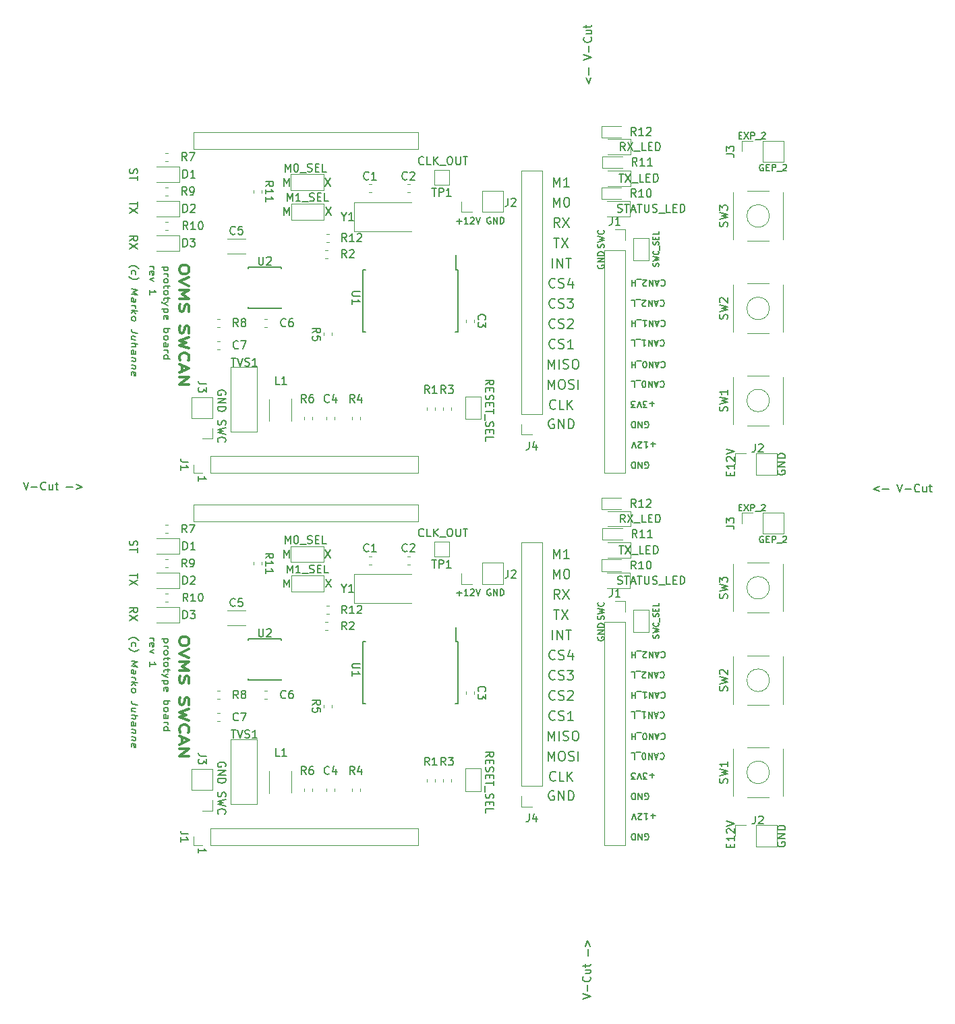
<source format=gto>
G04 #@! TF.GenerationSoftware,KiCad,Pcbnew,(5.1.0-0)*
G04 #@! TF.CreationDate,2019-04-23T20:45:17+03:00*
G04 #@! TF.ProjectId,panel,70616e65-6c2e-46b6-9963-61645f706362,1.0*
G04 #@! TF.SameCoordinates,Original*
G04 #@! TF.FileFunction,Legend,Top*
G04 #@! TF.FilePolarity,Positive*
%FSLAX46Y46*%
G04 Gerber Fmt 4.6, Leading zero omitted, Abs format (unit mm)*
G04 Created by KiCad (PCBNEW (5.1.0-0)) date 2019-04-23 20:45:17*
%MOMM*%
%LPD*%
G04 APERTURE LIST*
%ADD10C,0.150000*%
%ADD11C,0.200000*%
%ADD12C,0.300000*%
%ADD13C,0.120000*%
G04 APERTURE END LIST*
D10*
X170791214Y-21589642D02*
X171076928Y-22351547D01*
X171362642Y-21589642D01*
X171124547Y-21208690D02*
X171124547Y-20351547D01*
X170457880Y-19351547D02*
X171457880Y-19018214D01*
X170457880Y-18684880D01*
X171076928Y-18351547D02*
X171076928Y-17589642D01*
X171362642Y-16542023D02*
X171410261Y-16589642D01*
X171457880Y-16732500D01*
X171457880Y-16827738D01*
X171410261Y-16970595D01*
X171315023Y-17065833D01*
X171219785Y-17113452D01*
X171029309Y-17161071D01*
X170886452Y-17161071D01*
X170695976Y-17113452D01*
X170600738Y-17065833D01*
X170505500Y-16970595D01*
X170457880Y-16827738D01*
X170457880Y-16732500D01*
X170505500Y-16589642D01*
X170553119Y-16542023D01*
X170791214Y-15684880D02*
X171457880Y-15684880D01*
X170791214Y-16113452D02*
X171315023Y-16113452D01*
X171410261Y-16065833D01*
X171457880Y-15970595D01*
X171457880Y-15827738D01*
X171410261Y-15732500D01*
X171362642Y-15684880D01*
X170791214Y-15351547D02*
X170791214Y-14970595D01*
X170457880Y-15208690D02*
X171315023Y-15208690D01*
X171410261Y-15161071D01*
X171457880Y-15065833D01*
X171457880Y-14970595D01*
X170330880Y-137238857D02*
X171330880Y-136905523D01*
X170330880Y-136572190D01*
X170949928Y-136238857D02*
X170949928Y-135476952D01*
X171235642Y-134429333D02*
X171283261Y-134476952D01*
X171330880Y-134619809D01*
X171330880Y-134715047D01*
X171283261Y-134857904D01*
X171188023Y-134953142D01*
X171092785Y-135000761D01*
X170902309Y-135048380D01*
X170759452Y-135048380D01*
X170568976Y-135000761D01*
X170473738Y-134953142D01*
X170378500Y-134857904D01*
X170330880Y-134715047D01*
X170330880Y-134619809D01*
X170378500Y-134476952D01*
X170426119Y-134429333D01*
X170664214Y-133572190D02*
X171330880Y-133572190D01*
X170664214Y-134000761D02*
X171188023Y-134000761D01*
X171283261Y-133953142D01*
X171330880Y-133857904D01*
X171330880Y-133715047D01*
X171283261Y-133619809D01*
X171235642Y-133572190D01*
X170664214Y-133238857D02*
X170664214Y-132857904D01*
X170330880Y-133096000D02*
X171188023Y-133096000D01*
X171283261Y-133048380D01*
X171330880Y-132953142D01*
X171330880Y-132857904D01*
X170997547Y-131857904D02*
X170997547Y-131000761D01*
X170664214Y-130619809D02*
X170949928Y-129857904D01*
X171235642Y-130619809D01*
X207581857Y-72937714D02*
X206819952Y-73223428D01*
X207581857Y-73509142D01*
X207962809Y-73271047D02*
X208819952Y-73271047D01*
X209819952Y-72604380D02*
X210153285Y-73604380D01*
X210486619Y-72604380D01*
X210819952Y-73223428D02*
X211581857Y-73223428D01*
X212629476Y-73509142D02*
X212581857Y-73556761D01*
X212439000Y-73604380D01*
X212343761Y-73604380D01*
X212200904Y-73556761D01*
X212105666Y-73461523D01*
X212058047Y-73366285D01*
X212010428Y-73175809D01*
X212010428Y-73032952D01*
X212058047Y-72842476D01*
X212105666Y-72747238D01*
X212200904Y-72652000D01*
X212343761Y-72604380D01*
X212439000Y-72604380D01*
X212581857Y-72652000D01*
X212629476Y-72699619D01*
X213486619Y-72937714D02*
X213486619Y-73604380D01*
X213058047Y-72937714D02*
X213058047Y-73461523D01*
X213105666Y-73556761D01*
X213200904Y-73604380D01*
X213343761Y-73604380D01*
X213439000Y-73556761D01*
X213486619Y-73509142D01*
X213819952Y-72937714D02*
X214200904Y-72937714D01*
X213962809Y-72604380D02*
X213962809Y-73461523D01*
X214010428Y-73556761D01*
X214105666Y-73604380D01*
X214200904Y-73604380D01*
X100124142Y-72350380D02*
X100457476Y-73350380D01*
X100790809Y-72350380D01*
X101124142Y-72969428D02*
X101886047Y-72969428D01*
X102933666Y-73255142D02*
X102886047Y-73302761D01*
X102743190Y-73350380D01*
X102647952Y-73350380D01*
X102505095Y-73302761D01*
X102409857Y-73207523D01*
X102362238Y-73112285D01*
X102314619Y-72921809D01*
X102314619Y-72778952D01*
X102362238Y-72588476D01*
X102409857Y-72493238D01*
X102505095Y-72398000D01*
X102647952Y-72350380D01*
X102743190Y-72350380D01*
X102886047Y-72398000D01*
X102933666Y-72445619D01*
X103790809Y-72683714D02*
X103790809Y-73350380D01*
X103362238Y-72683714D02*
X103362238Y-73207523D01*
X103409857Y-73302761D01*
X103505095Y-73350380D01*
X103647952Y-73350380D01*
X103743190Y-73302761D01*
X103790809Y-73255142D01*
X104124142Y-72683714D02*
X104505095Y-72683714D01*
X104267000Y-72350380D02*
X104267000Y-73207523D01*
X104314619Y-73302761D01*
X104409857Y-73350380D01*
X104505095Y-73350380D01*
X105505095Y-73017047D02*
X106362238Y-73017047D01*
X106743190Y-72683714D02*
X107505095Y-72969428D01*
X106743190Y-73255142D01*
X154546666Y-86290142D02*
X155156190Y-86290142D01*
X154851428Y-86594904D02*
X154851428Y-85985380D01*
X155956190Y-86594904D02*
X155499047Y-86594904D01*
X155727619Y-86594904D02*
X155727619Y-85794904D01*
X155651428Y-85909190D01*
X155575238Y-85985380D01*
X155499047Y-86023476D01*
X156260952Y-85871095D02*
X156299047Y-85833000D01*
X156375238Y-85794904D01*
X156565714Y-85794904D01*
X156641904Y-85833000D01*
X156680000Y-85871095D01*
X156718095Y-85947285D01*
X156718095Y-86023476D01*
X156680000Y-86137761D01*
X156222857Y-86594904D01*
X156718095Y-86594904D01*
X156946666Y-85794904D02*
X157213333Y-86594904D01*
X157480000Y-85794904D01*
X158775238Y-85833000D02*
X158699047Y-85794904D01*
X158584761Y-85794904D01*
X158470476Y-85833000D01*
X158394285Y-85909190D01*
X158356190Y-85985380D01*
X158318095Y-86137761D01*
X158318095Y-86252047D01*
X158356190Y-86404428D01*
X158394285Y-86480619D01*
X158470476Y-86556809D01*
X158584761Y-86594904D01*
X158660952Y-86594904D01*
X158775238Y-86556809D01*
X158813333Y-86518714D01*
X158813333Y-86252047D01*
X158660952Y-86252047D01*
X159156190Y-86594904D02*
X159156190Y-85794904D01*
X159613333Y-86594904D01*
X159613333Y-85794904D01*
X159994285Y-86594904D02*
X159994285Y-85794904D01*
X160184761Y-85794904D01*
X160299047Y-85833000D01*
X160375238Y-85909190D01*
X160413333Y-85985380D01*
X160451428Y-86137761D01*
X160451428Y-86252047D01*
X160413333Y-86404428D01*
X160375238Y-86480619D01*
X160299047Y-86556809D01*
X160184761Y-86594904D01*
X159994285Y-86594904D01*
X114466619Y-83820095D02*
X114466619Y-84391523D01*
X113466619Y-84105809D02*
X114466619Y-84105809D01*
X114466619Y-84629619D02*
X113466619Y-85296285D01*
X114466619Y-85296285D02*
X113466619Y-84629619D01*
X113466619Y-88733333D02*
X113942809Y-88400000D01*
X113466619Y-88161904D02*
X114466619Y-88161904D01*
X114466619Y-88542857D01*
X114419000Y-88638095D01*
X114371380Y-88685714D01*
X114276142Y-88733333D01*
X114133285Y-88733333D01*
X114038047Y-88685714D01*
X113990428Y-88638095D01*
X113942809Y-88542857D01*
X113942809Y-88161904D01*
X114466619Y-89066666D02*
X113466619Y-89733333D01*
X114466619Y-89733333D02*
X113466619Y-89066666D01*
X113514238Y-79724333D02*
X113466619Y-79867190D01*
X113466619Y-80105285D01*
X113514238Y-80200523D01*
X113561857Y-80248142D01*
X113657095Y-80295761D01*
X113752333Y-80295761D01*
X113847571Y-80248142D01*
X113895190Y-80200523D01*
X113942809Y-80105285D01*
X113990428Y-79914809D01*
X114038047Y-79819571D01*
X114085666Y-79771952D01*
X114180904Y-79724333D01*
X114276142Y-79724333D01*
X114371380Y-79771952D01*
X114419000Y-79819571D01*
X114466619Y-79914809D01*
X114466619Y-80152904D01*
X114419000Y-80295761D01*
X114466619Y-80581476D02*
X114466619Y-81152904D01*
X113466619Y-80867190D02*
X114466619Y-80867190D01*
X150376238Y-79097142D02*
X150328619Y-79144761D01*
X150185761Y-79192380D01*
X150090523Y-79192380D01*
X149947666Y-79144761D01*
X149852428Y-79049523D01*
X149804809Y-78954285D01*
X149757190Y-78763809D01*
X149757190Y-78620952D01*
X149804809Y-78430476D01*
X149852428Y-78335238D01*
X149947666Y-78240000D01*
X150090523Y-78192380D01*
X150185761Y-78192380D01*
X150328619Y-78240000D01*
X150376238Y-78287619D01*
X151281000Y-79192380D02*
X150804809Y-79192380D01*
X150804809Y-78192380D01*
X151614333Y-79192380D02*
X151614333Y-78192380D01*
X152185761Y-79192380D02*
X151757190Y-78620952D01*
X152185761Y-78192380D02*
X151614333Y-78763809D01*
X152376238Y-79287619D02*
X153138142Y-79287619D01*
X153566714Y-78192380D02*
X153757190Y-78192380D01*
X153852428Y-78240000D01*
X153947666Y-78335238D01*
X153995285Y-78525714D01*
X153995285Y-78859047D01*
X153947666Y-79049523D01*
X153852428Y-79144761D01*
X153757190Y-79192380D01*
X153566714Y-79192380D01*
X153471476Y-79144761D01*
X153376238Y-79049523D01*
X153328619Y-78859047D01*
X153328619Y-78525714D01*
X153376238Y-78335238D01*
X153471476Y-78240000D01*
X153566714Y-78192380D01*
X154423857Y-78192380D02*
X154423857Y-79001904D01*
X154471476Y-79097142D01*
X154519095Y-79144761D01*
X154614333Y-79192380D01*
X154804809Y-79192380D01*
X154900047Y-79144761D01*
X154947666Y-79097142D01*
X154995285Y-79001904D01*
X154995285Y-78192380D01*
X155328619Y-78192380D02*
X155900047Y-78192380D01*
X155614333Y-79192380D02*
X155614333Y-78192380D01*
X125468000Y-108053523D02*
X125515619Y-107958285D01*
X125515619Y-107815428D01*
X125468000Y-107672571D01*
X125372761Y-107577333D01*
X125277523Y-107529714D01*
X125087047Y-107482095D01*
X124944190Y-107482095D01*
X124753714Y-107529714D01*
X124658476Y-107577333D01*
X124563238Y-107672571D01*
X124515619Y-107815428D01*
X124515619Y-107910666D01*
X124563238Y-108053523D01*
X124610857Y-108101142D01*
X124944190Y-108101142D01*
X124944190Y-107910666D01*
X124515619Y-108529714D02*
X125515619Y-108529714D01*
X124515619Y-109101142D01*
X125515619Y-109101142D01*
X124515619Y-109577333D02*
X125515619Y-109577333D01*
X125515619Y-109815428D01*
X125468000Y-109958285D01*
X125372761Y-110053523D01*
X125277523Y-110101142D01*
X125087047Y-110148761D01*
X124944190Y-110148761D01*
X124753714Y-110101142D01*
X124658476Y-110053523D01*
X124563238Y-109958285D01*
X124515619Y-109815428D01*
X124515619Y-109577333D01*
X124563238Y-111291619D02*
X124515619Y-111434476D01*
X124515619Y-111672571D01*
X124563238Y-111767809D01*
X124610857Y-111815428D01*
X124706095Y-111863047D01*
X124801333Y-111863047D01*
X124896571Y-111815428D01*
X124944190Y-111767809D01*
X124991809Y-111672571D01*
X125039428Y-111482095D01*
X125087047Y-111386857D01*
X125134666Y-111339238D01*
X125229904Y-111291619D01*
X125325142Y-111291619D01*
X125420380Y-111339238D01*
X125468000Y-111386857D01*
X125515619Y-111482095D01*
X125515619Y-111720190D01*
X125468000Y-111863047D01*
X125515619Y-112196380D02*
X124515619Y-112434476D01*
X125229904Y-112624952D01*
X124515619Y-112815428D01*
X125515619Y-113053523D01*
X124610857Y-114005904D02*
X124563238Y-113958285D01*
X124515619Y-113815428D01*
X124515619Y-113720190D01*
X124563238Y-113577333D01*
X124658476Y-113482095D01*
X124753714Y-113434476D01*
X124944190Y-113386857D01*
X125087047Y-113386857D01*
X125277523Y-113434476D01*
X125372761Y-113482095D01*
X125468000Y-113577333D01*
X125515619Y-113720190D01*
X125515619Y-113815428D01*
X125468000Y-113958285D01*
X125420380Y-114005904D01*
D11*
X166668571Y-81949857D02*
X166668571Y-80749857D01*
X167068571Y-81607000D01*
X167468571Y-80749857D01*
X167468571Y-81949857D01*
X168668571Y-81949857D02*
X167982857Y-81949857D01*
X168325714Y-81949857D02*
X168325714Y-80749857D01*
X168211428Y-80921285D01*
X168097142Y-81035571D01*
X167982857Y-81092714D01*
X166668571Y-84489857D02*
X166668571Y-83289857D01*
X167068571Y-84147000D01*
X167468571Y-83289857D01*
X167468571Y-84489857D01*
X168268571Y-83289857D02*
X168382857Y-83289857D01*
X168497142Y-83347000D01*
X168554285Y-83404142D01*
X168611428Y-83518428D01*
X168668571Y-83747000D01*
X168668571Y-84032714D01*
X168611428Y-84261285D01*
X168554285Y-84375571D01*
X168497142Y-84432714D01*
X168382857Y-84489857D01*
X168268571Y-84489857D01*
X168154285Y-84432714D01*
X168097142Y-84375571D01*
X168040000Y-84261285D01*
X167982857Y-84032714D01*
X167982857Y-83747000D01*
X168040000Y-83518428D01*
X168097142Y-83404142D01*
X168154285Y-83347000D01*
X168268571Y-83289857D01*
X167440000Y-87029857D02*
X167040000Y-86458428D01*
X166754285Y-87029857D02*
X166754285Y-85829857D01*
X167211428Y-85829857D01*
X167325714Y-85887000D01*
X167382857Y-85944142D01*
X167440000Y-86058428D01*
X167440000Y-86229857D01*
X167382857Y-86344142D01*
X167325714Y-86401285D01*
X167211428Y-86458428D01*
X166754285Y-86458428D01*
X167840000Y-85829857D02*
X168640000Y-87029857D01*
X168640000Y-85829857D02*
X167840000Y-87029857D01*
X166725714Y-88369857D02*
X167411428Y-88369857D01*
X167068571Y-89569857D02*
X167068571Y-88369857D01*
X167697142Y-88369857D02*
X168497142Y-89569857D01*
X168497142Y-88369857D02*
X167697142Y-89569857D01*
X166554285Y-92109857D02*
X166554285Y-90909857D01*
X167125714Y-92109857D02*
X167125714Y-90909857D01*
X167811428Y-92109857D01*
X167811428Y-90909857D01*
X168211428Y-90909857D02*
X168897142Y-90909857D01*
X168554285Y-92109857D02*
X168554285Y-90909857D01*
X166868571Y-94535571D02*
X166811428Y-94592714D01*
X166640000Y-94649857D01*
X166525714Y-94649857D01*
X166354285Y-94592714D01*
X166240000Y-94478428D01*
X166182857Y-94364142D01*
X166125714Y-94135571D01*
X166125714Y-93964142D01*
X166182857Y-93735571D01*
X166240000Y-93621285D01*
X166354285Y-93507000D01*
X166525714Y-93449857D01*
X166640000Y-93449857D01*
X166811428Y-93507000D01*
X166868571Y-93564142D01*
X167325714Y-94592714D02*
X167497142Y-94649857D01*
X167782857Y-94649857D01*
X167897142Y-94592714D01*
X167954285Y-94535571D01*
X168011428Y-94421285D01*
X168011428Y-94307000D01*
X167954285Y-94192714D01*
X167897142Y-94135571D01*
X167782857Y-94078428D01*
X167554285Y-94021285D01*
X167440000Y-93964142D01*
X167382857Y-93907000D01*
X167325714Y-93792714D01*
X167325714Y-93678428D01*
X167382857Y-93564142D01*
X167440000Y-93507000D01*
X167554285Y-93449857D01*
X167840000Y-93449857D01*
X168011428Y-93507000D01*
X169040000Y-93849857D02*
X169040000Y-94649857D01*
X168754285Y-93392714D02*
X168468571Y-94249857D01*
X169211428Y-94249857D01*
X166868571Y-97075571D02*
X166811428Y-97132714D01*
X166640000Y-97189857D01*
X166525714Y-97189857D01*
X166354285Y-97132714D01*
X166240000Y-97018428D01*
X166182857Y-96904142D01*
X166125714Y-96675571D01*
X166125714Y-96504142D01*
X166182857Y-96275571D01*
X166240000Y-96161285D01*
X166354285Y-96047000D01*
X166525714Y-95989857D01*
X166640000Y-95989857D01*
X166811428Y-96047000D01*
X166868571Y-96104142D01*
X167325714Y-97132714D02*
X167497142Y-97189857D01*
X167782857Y-97189857D01*
X167897142Y-97132714D01*
X167954285Y-97075571D01*
X168011428Y-96961285D01*
X168011428Y-96847000D01*
X167954285Y-96732714D01*
X167897142Y-96675571D01*
X167782857Y-96618428D01*
X167554285Y-96561285D01*
X167440000Y-96504142D01*
X167382857Y-96447000D01*
X167325714Y-96332714D01*
X167325714Y-96218428D01*
X167382857Y-96104142D01*
X167440000Y-96047000D01*
X167554285Y-95989857D01*
X167840000Y-95989857D01*
X168011428Y-96047000D01*
X168411428Y-95989857D02*
X169154285Y-95989857D01*
X168754285Y-96447000D01*
X168925714Y-96447000D01*
X169040000Y-96504142D01*
X169097142Y-96561285D01*
X169154285Y-96675571D01*
X169154285Y-96961285D01*
X169097142Y-97075571D01*
X169040000Y-97132714D01*
X168925714Y-97189857D01*
X168582857Y-97189857D01*
X168468571Y-97132714D01*
X168411428Y-97075571D01*
X166868571Y-99615571D02*
X166811428Y-99672714D01*
X166640000Y-99729857D01*
X166525714Y-99729857D01*
X166354285Y-99672714D01*
X166240000Y-99558428D01*
X166182857Y-99444142D01*
X166125714Y-99215571D01*
X166125714Y-99044142D01*
X166182857Y-98815571D01*
X166240000Y-98701285D01*
X166354285Y-98587000D01*
X166525714Y-98529857D01*
X166640000Y-98529857D01*
X166811428Y-98587000D01*
X166868571Y-98644142D01*
X167325714Y-99672714D02*
X167497142Y-99729857D01*
X167782857Y-99729857D01*
X167897142Y-99672714D01*
X167954285Y-99615571D01*
X168011428Y-99501285D01*
X168011428Y-99387000D01*
X167954285Y-99272714D01*
X167897142Y-99215571D01*
X167782857Y-99158428D01*
X167554285Y-99101285D01*
X167440000Y-99044142D01*
X167382857Y-98987000D01*
X167325714Y-98872714D01*
X167325714Y-98758428D01*
X167382857Y-98644142D01*
X167440000Y-98587000D01*
X167554285Y-98529857D01*
X167840000Y-98529857D01*
X168011428Y-98587000D01*
X168468571Y-98644142D02*
X168525714Y-98587000D01*
X168640000Y-98529857D01*
X168925714Y-98529857D01*
X169040000Y-98587000D01*
X169097142Y-98644142D01*
X169154285Y-98758428D01*
X169154285Y-98872714D01*
X169097142Y-99044142D01*
X168411428Y-99729857D01*
X169154285Y-99729857D01*
X166868571Y-102155571D02*
X166811428Y-102212714D01*
X166640000Y-102269857D01*
X166525714Y-102269857D01*
X166354285Y-102212714D01*
X166240000Y-102098428D01*
X166182857Y-101984142D01*
X166125714Y-101755571D01*
X166125714Y-101584142D01*
X166182857Y-101355571D01*
X166240000Y-101241285D01*
X166354285Y-101127000D01*
X166525714Y-101069857D01*
X166640000Y-101069857D01*
X166811428Y-101127000D01*
X166868571Y-101184142D01*
X167325714Y-102212714D02*
X167497142Y-102269857D01*
X167782857Y-102269857D01*
X167897142Y-102212714D01*
X167954285Y-102155571D01*
X168011428Y-102041285D01*
X168011428Y-101927000D01*
X167954285Y-101812714D01*
X167897142Y-101755571D01*
X167782857Y-101698428D01*
X167554285Y-101641285D01*
X167440000Y-101584142D01*
X167382857Y-101527000D01*
X167325714Y-101412714D01*
X167325714Y-101298428D01*
X167382857Y-101184142D01*
X167440000Y-101127000D01*
X167554285Y-101069857D01*
X167840000Y-101069857D01*
X168011428Y-101127000D01*
X169154285Y-102269857D02*
X168468571Y-102269857D01*
X168811428Y-102269857D02*
X168811428Y-101069857D01*
X168697142Y-101241285D01*
X168582857Y-101355571D01*
X168468571Y-101412714D01*
X166008285Y-104809857D02*
X166008285Y-103609857D01*
X166408285Y-104467000D01*
X166808285Y-103609857D01*
X166808285Y-104809857D01*
X167379714Y-104809857D02*
X167379714Y-103609857D01*
X167894000Y-104752714D02*
X168065428Y-104809857D01*
X168351142Y-104809857D01*
X168465428Y-104752714D01*
X168522571Y-104695571D01*
X168579714Y-104581285D01*
X168579714Y-104467000D01*
X168522571Y-104352714D01*
X168465428Y-104295571D01*
X168351142Y-104238428D01*
X168122571Y-104181285D01*
X168008285Y-104124142D01*
X167951142Y-104067000D01*
X167894000Y-103952714D01*
X167894000Y-103838428D01*
X167951142Y-103724142D01*
X168008285Y-103667000D01*
X168122571Y-103609857D01*
X168408285Y-103609857D01*
X168579714Y-103667000D01*
X169322571Y-103609857D02*
X169551142Y-103609857D01*
X169665428Y-103667000D01*
X169779714Y-103781285D01*
X169836857Y-104009857D01*
X169836857Y-104409857D01*
X169779714Y-104638428D01*
X169665428Y-104752714D01*
X169551142Y-104809857D01*
X169322571Y-104809857D01*
X169208285Y-104752714D01*
X169094000Y-104638428D01*
X169036857Y-104409857D01*
X169036857Y-104009857D01*
X169094000Y-103781285D01*
X169208285Y-103667000D01*
X169322571Y-103609857D01*
X166008285Y-107349857D02*
X166008285Y-106149857D01*
X166408285Y-107007000D01*
X166808285Y-106149857D01*
X166808285Y-107349857D01*
X167608285Y-106149857D02*
X167836857Y-106149857D01*
X167951142Y-106207000D01*
X168065428Y-106321285D01*
X168122571Y-106549857D01*
X168122571Y-106949857D01*
X168065428Y-107178428D01*
X167951142Y-107292714D01*
X167836857Y-107349857D01*
X167608285Y-107349857D01*
X167494000Y-107292714D01*
X167379714Y-107178428D01*
X167322571Y-106949857D01*
X167322571Y-106549857D01*
X167379714Y-106321285D01*
X167494000Y-106207000D01*
X167608285Y-106149857D01*
X168579714Y-107292714D02*
X168751142Y-107349857D01*
X169036857Y-107349857D01*
X169151142Y-107292714D01*
X169208285Y-107235571D01*
X169265428Y-107121285D01*
X169265428Y-107007000D01*
X169208285Y-106892714D01*
X169151142Y-106835571D01*
X169036857Y-106778428D01*
X168808285Y-106721285D01*
X168694000Y-106664142D01*
X168636857Y-106607000D01*
X168579714Y-106492714D01*
X168579714Y-106378428D01*
X168636857Y-106264142D01*
X168694000Y-106207000D01*
X168808285Y-106149857D01*
X169094000Y-106149857D01*
X169265428Y-106207000D01*
X169779714Y-107349857D02*
X169779714Y-106149857D01*
X166925714Y-109775571D02*
X166868571Y-109832714D01*
X166697142Y-109889857D01*
X166582857Y-109889857D01*
X166411428Y-109832714D01*
X166297142Y-109718428D01*
X166240000Y-109604142D01*
X166182857Y-109375571D01*
X166182857Y-109204142D01*
X166240000Y-108975571D01*
X166297142Y-108861285D01*
X166411428Y-108747000D01*
X166582857Y-108689857D01*
X166697142Y-108689857D01*
X166868571Y-108747000D01*
X166925714Y-108804142D01*
X168011428Y-109889857D02*
X167440000Y-109889857D01*
X167440000Y-108689857D01*
X168411428Y-109889857D02*
X168411428Y-108689857D01*
X169097142Y-109889857D02*
X168582857Y-109204142D01*
X169097142Y-108689857D02*
X168411428Y-109375571D01*
X166725714Y-111160000D02*
X166611428Y-111102857D01*
X166440000Y-111102857D01*
X166268571Y-111160000D01*
X166154285Y-111274285D01*
X166097142Y-111388571D01*
X166040000Y-111617142D01*
X166040000Y-111788571D01*
X166097142Y-112017142D01*
X166154285Y-112131428D01*
X166268571Y-112245714D01*
X166440000Y-112302857D01*
X166554285Y-112302857D01*
X166725714Y-112245714D01*
X166782857Y-112188571D01*
X166782857Y-111788571D01*
X166554285Y-111788571D01*
X167297142Y-112302857D02*
X167297142Y-111102857D01*
X167982857Y-112302857D01*
X167982857Y-111102857D01*
X168554285Y-112302857D02*
X168554285Y-111102857D01*
X168840000Y-111102857D01*
X169011428Y-111160000D01*
X169125714Y-111274285D01*
X169182857Y-111388571D01*
X169240000Y-111617142D01*
X169240000Y-111788571D01*
X169182857Y-112017142D01*
X169125714Y-112131428D01*
X169011428Y-112245714D01*
X168840000Y-112302857D01*
X168554285Y-112302857D01*
X113379333Y-92086178D02*
X113417428Y-92043321D01*
X113531714Y-91962369D01*
X113607904Y-91924273D01*
X113722190Y-91890940D01*
X113912666Y-91867130D01*
X114065047Y-91886178D01*
X114255523Y-91957607D01*
X114369809Y-92019511D01*
X114446000Y-92076654D01*
X114560285Y-92186178D01*
X114598380Y-92238559D01*
X113722190Y-92938559D02*
X113684095Y-92838559D01*
X113684095Y-92648083D01*
X113722190Y-92557607D01*
X113760285Y-92514749D01*
X113836476Y-92476654D01*
X114065047Y-92505226D01*
X114141238Y-92562369D01*
X114179333Y-92614749D01*
X114217428Y-92714749D01*
X114217428Y-92905226D01*
X114179333Y-92995702D01*
X113379333Y-93229035D02*
X113417428Y-93281416D01*
X113531714Y-93390940D01*
X113607904Y-93448083D01*
X113722190Y-93509988D01*
X113912666Y-93581416D01*
X114065047Y-93600464D01*
X114255523Y-93576654D01*
X114369809Y-93543321D01*
X114446000Y-93505226D01*
X114560285Y-93424273D01*
X114598380Y-93381416D01*
X113684095Y-94790940D02*
X114484095Y-94890940D01*
X113912666Y-95152845D01*
X114484095Y-95557607D01*
X113684095Y-95457607D01*
X113684095Y-96362369D02*
X114103142Y-96414750D01*
X114179333Y-96376654D01*
X114217428Y-96286178D01*
X114217428Y-96095702D01*
X114179333Y-95995702D01*
X113722190Y-96367130D02*
X113684095Y-96267130D01*
X113684095Y-96029035D01*
X113722190Y-95938559D01*
X113798380Y-95900464D01*
X113874571Y-95909988D01*
X113950761Y-95967130D01*
X113988857Y-96067130D01*
X113988857Y-96305226D01*
X114026952Y-96405226D01*
X113684095Y-96838559D02*
X114217428Y-96905226D01*
X114065047Y-96886178D02*
X114141238Y-96943321D01*
X114179333Y-96995702D01*
X114217428Y-97095702D01*
X114217428Y-97190940D01*
X113684095Y-97457607D02*
X114484095Y-97557607D01*
X113988857Y-97590940D02*
X113684095Y-97838559D01*
X114217428Y-97905226D02*
X113912666Y-97486178D01*
X113684095Y-98409988D02*
X113722190Y-98319511D01*
X113760285Y-98276654D01*
X113836476Y-98238559D01*
X114065047Y-98267130D01*
X114141238Y-98324273D01*
X114179333Y-98376654D01*
X114217428Y-98476654D01*
X114217428Y-98619511D01*
X114179333Y-98709988D01*
X114141238Y-98752845D01*
X114065047Y-98790940D01*
X113836476Y-98762369D01*
X113760285Y-98705226D01*
X113722190Y-98652845D01*
X113684095Y-98552845D01*
X113684095Y-98409988D01*
X114484095Y-100319511D02*
X113912666Y-100248083D01*
X113798380Y-100186178D01*
X113722190Y-100081416D01*
X113684095Y-99933797D01*
X113684095Y-99838559D01*
X114217428Y-101190940D02*
X113684095Y-101124273D01*
X114217428Y-100762369D02*
X113798380Y-100709988D01*
X113722190Y-100748083D01*
X113684095Y-100838559D01*
X113684095Y-100981416D01*
X113722190Y-101081416D01*
X113760285Y-101133797D01*
X113684095Y-101600464D02*
X114484095Y-101700464D01*
X113684095Y-102029035D02*
X114103142Y-102081416D01*
X114179333Y-102043321D01*
X114217428Y-101952845D01*
X114217428Y-101809988D01*
X114179333Y-101709988D01*
X114141238Y-101657607D01*
X113684095Y-102933797D02*
X114103142Y-102986178D01*
X114179333Y-102948083D01*
X114217428Y-102857607D01*
X114217428Y-102667130D01*
X114179333Y-102567130D01*
X113722190Y-102938559D02*
X113684095Y-102838559D01*
X113684095Y-102600464D01*
X113722190Y-102509988D01*
X113798380Y-102471892D01*
X113874571Y-102481416D01*
X113950761Y-102538559D01*
X113988857Y-102638559D01*
X113988857Y-102876654D01*
X114026952Y-102976654D01*
X114217428Y-103476654D02*
X113684095Y-103409988D01*
X114141238Y-103467130D02*
X114179333Y-103519511D01*
X114217428Y-103619511D01*
X114217428Y-103762369D01*
X114179333Y-103852845D01*
X114103142Y-103890940D01*
X113684095Y-103838559D01*
X114217428Y-104381416D02*
X113684095Y-104314750D01*
X114141238Y-104371892D02*
X114179333Y-104424273D01*
X114217428Y-104524273D01*
X114217428Y-104667130D01*
X114179333Y-104757607D01*
X114103142Y-104795702D01*
X113684095Y-104743321D01*
X113722190Y-105605226D02*
X113684095Y-105505226D01*
X113684095Y-105314750D01*
X113722190Y-105224273D01*
X113798380Y-105186178D01*
X114103142Y-105224273D01*
X114179333Y-105281416D01*
X114217428Y-105381416D01*
X114217428Y-105571892D01*
X114179333Y-105662369D01*
X114103142Y-105700464D01*
X114026952Y-105690940D01*
X113950761Y-105205226D01*
X115970095Y-91987904D02*
X116503428Y-91987904D01*
X116351047Y-91987904D02*
X116427238Y-92035523D01*
X116465333Y-92083142D01*
X116503428Y-92178380D01*
X116503428Y-92273619D01*
X116008190Y-92987904D02*
X115970095Y-92892666D01*
X115970095Y-92702190D01*
X116008190Y-92606952D01*
X116084380Y-92559333D01*
X116389142Y-92559333D01*
X116465333Y-92606952D01*
X116503428Y-92702190D01*
X116503428Y-92892666D01*
X116465333Y-92987904D01*
X116389142Y-93035523D01*
X116312952Y-93035523D01*
X116236761Y-92559333D01*
X116503428Y-93368857D02*
X115970095Y-93606952D01*
X116503428Y-93845047D01*
X115970095Y-95511714D02*
X115970095Y-94940285D01*
X115970095Y-95226000D02*
X116770095Y-95226000D01*
X116655809Y-95130761D01*
X116579619Y-95035523D01*
X116541523Y-94940285D01*
X118281428Y-92028095D02*
X117481428Y-92028095D01*
X118243333Y-92028095D02*
X118281428Y-92123333D01*
X118281428Y-92313809D01*
X118243333Y-92409047D01*
X118205238Y-92456666D01*
X118129047Y-92504285D01*
X117900476Y-92504285D01*
X117824285Y-92456666D01*
X117786190Y-92409047D01*
X117748095Y-92313809D01*
X117748095Y-92123333D01*
X117786190Y-92028095D01*
X117748095Y-92932857D02*
X118281428Y-92932857D01*
X118129047Y-92932857D02*
X118205238Y-92980476D01*
X118243333Y-93028095D01*
X118281428Y-93123333D01*
X118281428Y-93218571D01*
X117748095Y-93694761D02*
X117786190Y-93599523D01*
X117824285Y-93551904D01*
X117900476Y-93504285D01*
X118129047Y-93504285D01*
X118205238Y-93551904D01*
X118243333Y-93599523D01*
X118281428Y-93694761D01*
X118281428Y-93837619D01*
X118243333Y-93932857D01*
X118205238Y-93980476D01*
X118129047Y-94028095D01*
X117900476Y-94028095D01*
X117824285Y-93980476D01*
X117786190Y-93932857D01*
X117748095Y-93837619D01*
X117748095Y-93694761D01*
X118281428Y-94313809D02*
X118281428Y-94694761D01*
X118548095Y-94456666D02*
X117862380Y-94456666D01*
X117786190Y-94504285D01*
X117748095Y-94599523D01*
X117748095Y-94694761D01*
X117748095Y-95170952D02*
X117786190Y-95075714D01*
X117824285Y-95028095D01*
X117900476Y-94980476D01*
X118129047Y-94980476D01*
X118205238Y-95028095D01*
X118243333Y-95075714D01*
X118281428Y-95170952D01*
X118281428Y-95313809D01*
X118243333Y-95409047D01*
X118205238Y-95456666D01*
X118129047Y-95504285D01*
X117900476Y-95504285D01*
X117824285Y-95456666D01*
X117786190Y-95409047D01*
X117748095Y-95313809D01*
X117748095Y-95170952D01*
X118281428Y-95790000D02*
X118281428Y-96170952D01*
X118548095Y-95932857D02*
X117862380Y-95932857D01*
X117786190Y-95980476D01*
X117748095Y-96075714D01*
X117748095Y-96170952D01*
X118281428Y-96409047D02*
X117748095Y-96647142D01*
X118281428Y-96885238D02*
X117748095Y-96647142D01*
X117557619Y-96551904D01*
X117519523Y-96504285D01*
X117481428Y-96409047D01*
X118281428Y-97266190D02*
X117481428Y-97266190D01*
X118243333Y-97266190D02*
X118281428Y-97361428D01*
X118281428Y-97551904D01*
X118243333Y-97647142D01*
X118205238Y-97694761D01*
X118129047Y-97742380D01*
X117900476Y-97742380D01*
X117824285Y-97694761D01*
X117786190Y-97647142D01*
X117748095Y-97551904D01*
X117748095Y-97361428D01*
X117786190Y-97266190D01*
X117786190Y-98551904D02*
X117748095Y-98456666D01*
X117748095Y-98266190D01*
X117786190Y-98170952D01*
X117862380Y-98123333D01*
X118167142Y-98123333D01*
X118243333Y-98170952D01*
X118281428Y-98266190D01*
X118281428Y-98456666D01*
X118243333Y-98551904D01*
X118167142Y-98599523D01*
X118090952Y-98599523D01*
X118014761Y-98123333D01*
X117748095Y-99790000D02*
X118548095Y-99790000D01*
X118243333Y-99790000D02*
X118281428Y-99885238D01*
X118281428Y-100075714D01*
X118243333Y-100170952D01*
X118205238Y-100218571D01*
X118129047Y-100266190D01*
X117900476Y-100266190D01*
X117824285Y-100218571D01*
X117786190Y-100170952D01*
X117748095Y-100075714D01*
X117748095Y-99885238D01*
X117786190Y-99790000D01*
X117748095Y-100837619D02*
X117786190Y-100742380D01*
X117824285Y-100694761D01*
X117900476Y-100647142D01*
X118129047Y-100647142D01*
X118205238Y-100694761D01*
X118243333Y-100742380D01*
X118281428Y-100837619D01*
X118281428Y-100980476D01*
X118243333Y-101075714D01*
X118205238Y-101123333D01*
X118129047Y-101170952D01*
X117900476Y-101170952D01*
X117824285Y-101123333D01*
X117786190Y-101075714D01*
X117748095Y-100980476D01*
X117748095Y-100837619D01*
X117748095Y-102028095D02*
X118167142Y-102028095D01*
X118243333Y-101980476D01*
X118281428Y-101885238D01*
X118281428Y-101694761D01*
X118243333Y-101599523D01*
X117786190Y-102028095D02*
X117748095Y-101932857D01*
X117748095Y-101694761D01*
X117786190Y-101599523D01*
X117862380Y-101551904D01*
X117938571Y-101551904D01*
X118014761Y-101599523D01*
X118052857Y-101694761D01*
X118052857Y-101932857D01*
X118090952Y-102028095D01*
X117748095Y-102504285D02*
X118281428Y-102504285D01*
X118129047Y-102504285D02*
X118205238Y-102551904D01*
X118243333Y-102599523D01*
X118281428Y-102694761D01*
X118281428Y-102790000D01*
X117748095Y-103551904D02*
X118548095Y-103551904D01*
X117786190Y-103551904D02*
X117748095Y-103456666D01*
X117748095Y-103266190D01*
X117786190Y-103170952D01*
X117824285Y-103123333D01*
X117900476Y-103075714D01*
X118129047Y-103075714D01*
X118205238Y-103123333D01*
X118243333Y-103170952D01*
X118281428Y-103266190D01*
X118281428Y-103456666D01*
X118243333Y-103551904D01*
D12*
X120926142Y-92190190D02*
X120926142Y-92494952D01*
X120869000Y-92647333D01*
X120754714Y-92799714D01*
X120526142Y-92875904D01*
X120126142Y-92875904D01*
X119897571Y-92799714D01*
X119783285Y-92647333D01*
X119726142Y-92494952D01*
X119726142Y-92190190D01*
X119783285Y-92037809D01*
X119897571Y-91885428D01*
X120126142Y-91809238D01*
X120526142Y-91809238D01*
X120754714Y-91885428D01*
X120869000Y-92037809D01*
X120926142Y-92190190D01*
X120926142Y-93333047D02*
X119726142Y-93866380D01*
X120926142Y-94399714D01*
X119726142Y-94933047D02*
X120926142Y-94933047D01*
X120069000Y-95466380D01*
X120926142Y-95999714D01*
X119726142Y-95999714D01*
X119783285Y-96685428D02*
X119726142Y-96914000D01*
X119726142Y-97294952D01*
X119783285Y-97447333D01*
X119840428Y-97523523D01*
X119954714Y-97599714D01*
X120069000Y-97599714D01*
X120183285Y-97523523D01*
X120240428Y-97447333D01*
X120297571Y-97294952D01*
X120354714Y-96990190D01*
X120411857Y-96837809D01*
X120469000Y-96761619D01*
X120583285Y-96685428D01*
X120697571Y-96685428D01*
X120811857Y-96761619D01*
X120869000Y-96837809D01*
X120926142Y-96990190D01*
X120926142Y-97371142D01*
X120869000Y-97599714D01*
X119783285Y-99428285D02*
X119726142Y-99656857D01*
X119726142Y-100037809D01*
X119783285Y-100190190D01*
X119840428Y-100266380D01*
X119954714Y-100342571D01*
X120069000Y-100342571D01*
X120183285Y-100266380D01*
X120240428Y-100190190D01*
X120297571Y-100037809D01*
X120354714Y-99733047D01*
X120411857Y-99580666D01*
X120469000Y-99504476D01*
X120583285Y-99428285D01*
X120697571Y-99428285D01*
X120811857Y-99504476D01*
X120869000Y-99580666D01*
X120926142Y-99733047D01*
X120926142Y-100114000D01*
X120869000Y-100342571D01*
X120926142Y-100875904D02*
X119726142Y-101256857D01*
X120583285Y-101561619D01*
X119726142Y-101866380D01*
X120926142Y-102247333D01*
X119840428Y-103771142D02*
X119783285Y-103694952D01*
X119726142Y-103466380D01*
X119726142Y-103314000D01*
X119783285Y-103085428D01*
X119897571Y-102933047D01*
X120011857Y-102856857D01*
X120240428Y-102780666D01*
X120411857Y-102780666D01*
X120640428Y-102856857D01*
X120754714Y-102933047D01*
X120869000Y-103085428D01*
X120926142Y-103314000D01*
X120926142Y-103466380D01*
X120869000Y-103694952D01*
X120811857Y-103771142D01*
X120069000Y-104380666D02*
X120069000Y-105142571D01*
X119726142Y-104228285D02*
X120926142Y-104761619D01*
X119726142Y-105294952D01*
X119726142Y-105828285D02*
X120926142Y-105828285D01*
X119726142Y-106742571D01*
X120926142Y-106742571D01*
D10*
X154546666Y-39617642D02*
X155156190Y-39617642D01*
X154851428Y-39922404D02*
X154851428Y-39312880D01*
X155956190Y-39922404D02*
X155499047Y-39922404D01*
X155727619Y-39922404D02*
X155727619Y-39122404D01*
X155651428Y-39236690D01*
X155575238Y-39312880D01*
X155499047Y-39350976D01*
X156260952Y-39198595D02*
X156299047Y-39160500D01*
X156375238Y-39122404D01*
X156565714Y-39122404D01*
X156641904Y-39160500D01*
X156680000Y-39198595D01*
X156718095Y-39274785D01*
X156718095Y-39350976D01*
X156680000Y-39465261D01*
X156222857Y-39922404D01*
X156718095Y-39922404D01*
X156946666Y-39122404D02*
X157213333Y-39922404D01*
X157480000Y-39122404D01*
X158775238Y-39160500D02*
X158699047Y-39122404D01*
X158584761Y-39122404D01*
X158470476Y-39160500D01*
X158394285Y-39236690D01*
X158356190Y-39312880D01*
X158318095Y-39465261D01*
X158318095Y-39579547D01*
X158356190Y-39731928D01*
X158394285Y-39808119D01*
X158470476Y-39884309D01*
X158584761Y-39922404D01*
X158660952Y-39922404D01*
X158775238Y-39884309D01*
X158813333Y-39846214D01*
X158813333Y-39579547D01*
X158660952Y-39579547D01*
X159156190Y-39922404D02*
X159156190Y-39122404D01*
X159613333Y-39922404D01*
X159613333Y-39122404D01*
X159994285Y-39922404D02*
X159994285Y-39122404D01*
X160184761Y-39122404D01*
X160299047Y-39160500D01*
X160375238Y-39236690D01*
X160413333Y-39312880D01*
X160451428Y-39465261D01*
X160451428Y-39579547D01*
X160413333Y-39731928D01*
X160375238Y-39808119D01*
X160299047Y-39884309D01*
X160184761Y-39922404D01*
X159994285Y-39922404D01*
X114466619Y-37147595D02*
X114466619Y-37719023D01*
X113466619Y-37433309D02*
X114466619Y-37433309D01*
X114466619Y-37957119D02*
X113466619Y-38623785D01*
X114466619Y-38623785D02*
X113466619Y-37957119D01*
X113466619Y-42060833D02*
X113942809Y-41727500D01*
X113466619Y-41489404D02*
X114466619Y-41489404D01*
X114466619Y-41870357D01*
X114419000Y-41965595D01*
X114371380Y-42013214D01*
X114276142Y-42060833D01*
X114133285Y-42060833D01*
X114038047Y-42013214D01*
X113990428Y-41965595D01*
X113942809Y-41870357D01*
X113942809Y-41489404D01*
X114466619Y-42394166D02*
X113466619Y-43060833D01*
X114466619Y-43060833D02*
X113466619Y-42394166D01*
X113514238Y-33051833D02*
X113466619Y-33194690D01*
X113466619Y-33432785D01*
X113514238Y-33528023D01*
X113561857Y-33575642D01*
X113657095Y-33623261D01*
X113752333Y-33623261D01*
X113847571Y-33575642D01*
X113895190Y-33528023D01*
X113942809Y-33432785D01*
X113990428Y-33242309D01*
X114038047Y-33147071D01*
X114085666Y-33099452D01*
X114180904Y-33051833D01*
X114276142Y-33051833D01*
X114371380Y-33099452D01*
X114419000Y-33147071D01*
X114466619Y-33242309D01*
X114466619Y-33480404D01*
X114419000Y-33623261D01*
X114466619Y-33908976D02*
X114466619Y-34480404D01*
X113466619Y-34194690D02*
X114466619Y-34194690D01*
X150376238Y-32424642D02*
X150328619Y-32472261D01*
X150185761Y-32519880D01*
X150090523Y-32519880D01*
X149947666Y-32472261D01*
X149852428Y-32377023D01*
X149804809Y-32281785D01*
X149757190Y-32091309D01*
X149757190Y-31948452D01*
X149804809Y-31757976D01*
X149852428Y-31662738D01*
X149947666Y-31567500D01*
X150090523Y-31519880D01*
X150185761Y-31519880D01*
X150328619Y-31567500D01*
X150376238Y-31615119D01*
X151281000Y-32519880D02*
X150804809Y-32519880D01*
X150804809Y-31519880D01*
X151614333Y-32519880D02*
X151614333Y-31519880D01*
X152185761Y-32519880D02*
X151757190Y-31948452D01*
X152185761Y-31519880D02*
X151614333Y-32091309D01*
X152376238Y-32615119D02*
X153138142Y-32615119D01*
X153566714Y-31519880D02*
X153757190Y-31519880D01*
X153852428Y-31567500D01*
X153947666Y-31662738D01*
X153995285Y-31853214D01*
X153995285Y-32186547D01*
X153947666Y-32377023D01*
X153852428Y-32472261D01*
X153757190Y-32519880D01*
X153566714Y-32519880D01*
X153471476Y-32472261D01*
X153376238Y-32377023D01*
X153328619Y-32186547D01*
X153328619Y-31853214D01*
X153376238Y-31662738D01*
X153471476Y-31567500D01*
X153566714Y-31519880D01*
X154423857Y-31519880D02*
X154423857Y-32329404D01*
X154471476Y-32424642D01*
X154519095Y-32472261D01*
X154614333Y-32519880D01*
X154804809Y-32519880D01*
X154900047Y-32472261D01*
X154947666Y-32424642D01*
X154995285Y-32329404D01*
X154995285Y-31519880D01*
X155328619Y-31519880D02*
X155900047Y-31519880D01*
X155614333Y-32519880D02*
X155614333Y-31519880D01*
X125468000Y-61381023D02*
X125515619Y-61285785D01*
X125515619Y-61142928D01*
X125468000Y-61000071D01*
X125372761Y-60904833D01*
X125277523Y-60857214D01*
X125087047Y-60809595D01*
X124944190Y-60809595D01*
X124753714Y-60857214D01*
X124658476Y-60904833D01*
X124563238Y-61000071D01*
X124515619Y-61142928D01*
X124515619Y-61238166D01*
X124563238Y-61381023D01*
X124610857Y-61428642D01*
X124944190Y-61428642D01*
X124944190Y-61238166D01*
X124515619Y-61857214D02*
X125515619Y-61857214D01*
X124515619Y-62428642D01*
X125515619Y-62428642D01*
X124515619Y-62904833D02*
X125515619Y-62904833D01*
X125515619Y-63142928D01*
X125468000Y-63285785D01*
X125372761Y-63381023D01*
X125277523Y-63428642D01*
X125087047Y-63476261D01*
X124944190Y-63476261D01*
X124753714Y-63428642D01*
X124658476Y-63381023D01*
X124563238Y-63285785D01*
X124515619Y-63142928D01*
X124515619Y-62904833D01*
X124563238Y-64619119D02*
X124515619Y-64761976D01*
X124515619Y-65000071D01*
X124563238Y-65095309D01*
X124610857Y-65142928D01*
X124706095Y-65190547D01*
X124801333Y-65190547D01*
X124896571Y-65142928D01*
X124944190Y-65095309D01*
X124991809Y-65000071D01*
X125039428Y-64809595D01*
X125087047Y-64714357D01*
X125134666Y-64666738D01*
X125229904Y-64619119D01*
X125325142Y-64619119D01*
X125420380Y-64666738D01*
X125468000Y-64714357D01*
X125515619Y-64809595D01*
X125515619Y-65047690D01*
X125468000Y-65190547D01*
X125515619Y-65523880D02*
X124515619Y-65761976D01*
X125229904Y-65952452D01*
X124515619Y-66142928D01*
X125515619Y-66381023D01*
X124610857Y-67333404D02*
X124563238Y-67285785D01*
X124515619Y-67142928D01*
X124515619Y-67047690D01*
X124563238Y-66904833D01*
X124658476Y-66809595D01*
X124753714Y-66761976D01*
X124944190Y-66714357D01*
X125087047Y-66714357D01*
X125277523Y-66761976D01*
X125372761Y-66809595D01*
X125468000Y-66904833D01*
X125515619Y-67047690D01*
X125515619Y-67142928D01*
X125468000Y-67285785D01*
X125420380Y-67333404D01*
D11*
X166668571Y-35277357D02*
X166668571Y-34077357D01*
X167068571Y-34934500D01*
X167468571Y-34077357D01*
X167468571Y-35277357D01*
X168668571Y-35277357D02*
X167982857Y-35277357D01*
X168325714Y-35277357D02*
X168325714Y-34077357D01*
X168211428Y-34248785D01*
X168097142Y-34363071D01*
X167982857Y-34420214D01*
X166668571Y-37817357D02*
X166668571Y-36617357D01*
X167068571Y-37474500D01*
X167468571Y-36617357D01*
X167468571Y-37817357D01*
X168268571Y-36617357D02*
X168382857Y-36617357D01*
X168497142Y-36674500D01*
X168554285Y-36731642D01*
X168611428Y-36845928D01*
X168668571Y-37074500D01*
X168668571Y-37360214D01*
X168611428Y-37588785D01*
X168554285Y-37703071D01*
X168497142Y-37760214D01*
X168382857Y-37817357D01*
X168268571Y-37817357D01*
X168154285Y-37760214D01*
X168097142Y-37703071D01*
X168040000Y-37588785D01*
X167982857Y-37360214D01*
X167982857Y-37074500D01*
X168040000Y-36845928D01*
X168097142Y-36731642D01*
X168154285Y-36674500D01*
X168268571Y-36617357D01*
X167440000Y-40357357D02*
X167040000Y-39785928D01*
X166754285Y-40357357D02*
X166754285Y-39157357D01*
X167211428Y-39157357D01*
X167325714Y-39214500D01*
X167382857Y-39271642D01*
X167440000Y-39385928D01*
X167440000Y-39557357D01*
X167382857Y-39671642D01*
X167325714Y-39728785D01*
X167211428Y-39785928D01*
X166754285Y-39785928D01*
X167840000Y-39157357D02*
X168640000Y-40357357D01*
X168640000Y-39157357D02*
X167840000Y-40357357D01*
X166725714Y-41697357D02*
X167411428Y-41697357D01*
X167068571Y-42897357D02*
X167068571Y-41697357D01*
X167697142Y-41697357D02*
X168497142Y-42897357D01*
X168497142Y-41697357D02*
X167697142Y-42897357D01*
X166554285Y-45437357D02*
X166554285Y-44237357D01*
X167125714Y-45437357D02*
X167125714Y-44237357D01*
X167811428Y-45437357D01*
X167811428Y-44237357D01*
X168211428Y-44237357D02*
X168897142Y-44237357D01*
X168554285Y-45437357D02*
X168554285Y-44237357D01*
X166868571Y-47863071D02*
X166811428Y-47920214D01*
X166640000Y-47977357D01*
X166525714Y-47977357D01*
X166354285Y-47920214D01*
X166240000Y-47805928D01*
X166182857Y-47691642D01*
X166125714Y-47463071D01*
X166125714Y-47291642D01*
X166182857Y-47063071D01*
X166240000Y-46948785D01*
X166354285Y-46834500D01*
X166525714Y-46777357D01*
X166640000Y-46777357D01*
X166811428Y-46834500D01*
X166868571Y-46891642D01*
X167325714Y-47920214D02*
X167497142Y-47977357D01*
X167782857Y-47977357D01*
X167897142Y-47920214D01*
X167954285Y-47863071D01*
X168011428Y-47748785D01*
X168011428Y-47634500D01*
X167954285Y-47520214D01*
X167897142Y-47463071D01*
X167782857Y-47405928D01*
X167554285Y-47348785D01*
X167440000Y-47291642D01*
X167382857Y-47234500D01*
X167325714Y-47120214D01*
X167325714Y-47005928D01*
X167382857Y-46891642D01*
X167440000Y-46834500D01*
X167554285Y-46777357D01*
X167840000Y-46777357D01*
X168011428Y-46834500D01*
X169040000Y-47177357D02*
X169040000Y-47977357D01*
X168754285Y-46720214D02*
X168468571Y-47577357D01*
X169211428Y-47577357D01*
X166868571Y-50403071D02*
X166811428Y-50460214D01*
X166640000Y-50517357D01*
X166525714Y-50517357D01*
X166354285Y-50460214D01*
X166240000Y-50345928D01*
X166182857Y-50231642D01*
X166125714Y-50003071D01*
X166125714Y-49831642D01*
X166182857Y-49603071D01*
X166240000Y-49488785D01*
X166354285Y-49374500D01*
X166525714Y-49317357D01*
X166640000Y-49317357D01*
X166811428Y-49374500D01*
X166868571Y-49431642D01*
X167325714Y-50460214D02*
X167497142Y-50517357D01*
X167782857Y-50517357D01*
X167897142Y-50460214D01*
X167954285Y-50403071D01*
X168011428Y-50288785D01*
X168011428Y-50174500D01*
X167954285Y-50060214D01*
X167897142Y-50003071D01*
X167782857Y-49945928D01*
X167554285Y-49888785D01*
X167440000Y-49831642D01*
X167382857Y-49774500D01*
X167325714Y-49660214D01*
X167325714Y-49545928D01*
X167382857Y-49431642D01*
X167440000Y-49374500D01*
X167554285Y-49317357D01*
X167840000Y-49317357D01*
X168011428Y-49374500D01*
X168411428Y-49317357D02*
X169154285Y-49317357D01*
X168754285Y-49774500D01*
X168925714Y-49774500D01*
X169040000Y-49831642D01*
X169097142Y-49888785D01*
X169154285Y-50003071D01*
X169154285Y-50288785D01*
X169097142Y-50403071D01*
X169040000Y-50460214D01*
X168925714Y-50517357D01*
X168582857Y-50517357D01*
X168468571Y-50460214D01*
X168411428Y-50403071D01*
X166868571Y-52943071D02*
X166811428Y-53000214D01*
X166640000Y-53057357D01*
X166525714Y-53057357D01*
X166354285Y-53000214D01*
X166240000Y-52885928D01*
X166182857Y-52771642D01*
X166125714Y-52543071D01*
X166125714Y-52371642D01*
X166182857Y-52143071D01*
X166240000Y-52028785D01*
X166354285Y-51914500D01*
X166525714Y-51857357D01*
X166640000Y-51857357D01*
X166811428Y-51914500D01*
X166868571Y-51971642D01*
X167325714Y-53000214D02*
X167497142Y-53057357D01*
X167782857Y-53057357D01*
X167897142Y-53000214D01*
X167954285Y-52943071D01*
X168011428Y-52828785D01*
X168011428Y-52714500D01*
X167954285Y-52600214D01*
X167897142Y-52543071D01*
X167782857Y-52485928D01*
X167554285Y-52428785D01*
X167440000Y-52371642D01*
X167382857Y-52314500D01*
X167325714Y-52200214D01*
X167325714Y-52085928D01*
X167382857Y-51971642D01*
X167440000Y-51914500D01*
X167554285Y-51857357D01*
X167840000Y-51857357D01*
X168011428Y-51914500D01*
X168468571Y-51971642D02*
X168525714Y-51914500D01*
X168640000Y-51857357D01*
X168925714Y-51857357D01*
X169040000Y-51914500D01*
X169097142Y-51971642D01*
X169154285Y-52085928D01*
X169154285Y-52200214D01*
X169097142Y-52371642D01*
X168411428Y-53057357D01*
X169154285Y-53057357D01*
X166868571Y-55483071D02*
X166811428Y-55540214D01*
X166640000Y-55597357D01*
X166525714Y-55597357D01*
X166354285Y-55540214D01*
X166240000Y-55425928D01*
X166182857Y-55311642D01*
X166125714Y-55083071D01*
X166125714Y-54911642D01*
X166182857Y-54683071D01*
X166240000Y-54568785D01*
X166354285Y-54454500D01*
X166525714Y-54397357D01*
X166640000Y-54397357D01*
X166811428Y-54454500D01*
X166868571Y-54511642D01*
X167325714Y-55540214D02*
X167497142Y-55597357D01*
X167782857Y-55597357D01*
X167897142Y-55540214D01*
X167954285Y-55483071D01*
X168011428Y-55368785D01*
X168011428Y-55254500D01*
X167954285Y-55140214D01*
X167897142Y-55083071D01*
X167782857Y-55025928D01*
X167554285Y-54968785D01*
X167440000Y-54911642D01*
X167382857Y-54854500D01*
X167325714Y-54740214D01*
X167325714Y-54625928D01*
X167382857Y-54511642D01*
X167440000Y-54454500D01*
X167554285Y-54397357D01*
X167840000Y-54397357D01*
X168011428Y-54454500D01*
X169154285Y-55597357D02*
X168468571Y-55597357D01*
X168811428Y-55597357D02*
X168811428Y-54397357D01*
X168697142Y-54568785D01*
X168582857Y-54683071D01*
X168468571Y-54740214D01*
X166008285Y-58137357D02*
X166008285Y-56937357D01*
X166408285Y-57794500D01*
X166808285Y-56937357D01*
X166808285Y-58137357D01*
X167379714Y-58137357D02*
X167379714Y-56937357D01*
X167894000Y-58080214D02*
X168065428Y-58137357D01*
X168351142Y-58137357D01*
X168465428Y-58080214D01*
X168522571Y-58023071D01*
X168579714Y-57908785D01*
X168579714Y-57794500D01*
X168522571Y-57680214D01*
X168465428Y-57623071D01*
X168351142Y-57565928D01*
X168122571Y-57508785D01*
X168008285Y-57451642D01*
X167951142Y-57394500D01*
X167894000Y-57280214D01*
X167894000Y-57165928D01*
X167951142Y-57051642D01*
X168008285Y-56994500D01*
X168122571Y-56937357D01*
X168408285Y-56937357D01*
X168579714Y-56994500D01*
X169322571Y-56937357D02*
X169551142Y-56937357D01*
X169665428Y-56994500D01*
X169779714Y-57108785D01*
X169836857Y-57337357D01*
X169836857Y-57737357D01*
X169779714Y-57965928D01*
X169665428Y-58080214D01*
X169551142Y-58137357D01*
X169322571Y-58137357D01*
X169208285Y-58080214D01*
X169094000Y-57965928D01*
X169036857Y-57737357D01*
X169036857Y-57337357D01*
X169094000Y-57108785D01*
X169208285Y-56994500D01*
X169322571Y-56937357D01*
X166008285Y-60677357D02*
X166008285Y-59477357D01*
X166408285Y-60334500D01*
X166808285Y-59477357D01*
X166808285Y-60677357D01*
X167608285Y-59477357D02*
X167836857Y-59477357D01*
X167951142Y-59534500D01*
X168065428Y-59648785D01*
X168122571Y-59877357D01*
X168122571Y-60277357D01*
X168065428Y-60505928D01*
X167951142Y-60620214D01*
X167836857Y-60677357D01*
X167608285Y-60677357D01*
X167494000Y-60620214D01*
X167379714Y-60505928D01*
X167322571Y-60277357D01*
X167322571Y-59877357D01*
X167379714Y-59648785D01*
X167494000Y-59534500D01*
X167608285Y-59477357D01*
X168579714Y-60620214D02*
X168751142Y-60677357D01*
X169036857Y-60677357D01*
X169151142Y-60620214D01*
X169208285Y-60563071D01*
X169265428Y-60448785D01*
X169265428Y-60334500D01*
X169208285Y-60220214D01*
X169151142Y-60163071D01*
X169036857Y-60105928D01*
X168808285Y-60048785D01*
X168694000Y-59991642D01*
X168636857Y-59934500D01*
X168579714Y-59820214D01*
X168579714Y-59705928D01*
X168636857Y-59591642D01*
X168694000Y-59534500D01*
X168808285Y-59477357D01*
X169094000Y-59477357D01*
X169265428Y-59534500D01*
X169779714Y-60677357D02*
X169779714Y-59477357D01*
X166925714Y-63103071D02*
X166868571Y-63160214D01*
X166697142Y-63217357D01*
X166582857Y-63217357D01*
X166411428Y-63160214D01*
X166297142Y-63045928D01*
X166240000Y-62931642D01*
X166182857Y-62703071D01*
X166182857Y-62531642D01*
X166240000Y-62303071D01*
X166297142Y-62188785D01*
X166411428Y-62074500D01*
X166582857Y-62017357D01*
X166697142Y-62017357D01*
X166868571Y-62074500D01*
X166925714Y-62131642D01*
X168011428Y-63217357D02*
X167440000Y-63217357D01*
X167440000Y-62017357D01*
X168411428Y-63217357D02*
X168411428Y-62017357D01*
X169097142Y-63217357D02*
X168582857Y-62531642D01*
X169097142Y-62017357D02*
X168411428Y-62703071D01*
X166725714Y-64487500D02*
X166611428Y-64430357D01*
X166440000Y-64430357D01*
X166268571Y-64487500D01*
X166154285Y-64601785D01*
X166097142Y-64716071D01*
X166040000Y-64944642D01*
X166040000Y-65116071D01*
X166097142Y-65344642D01*
X166154285Y-65458928D01*
X166268571Y-65573214D01*
X166440000Y-65630357D01*
X166554285Y-65630357D01*
X166725714Y-65573214D01*
X166782857Y-65516071D01*
X166782857Y-65116071D01*
X166554285Y-65116071D01*
X167297142Y-65630357D02*
X167297142Y-64430357D01*
X167982857Y-65630357D01*
X167982857Y-64430357D01*
X168554285Y-65630357D02*
X168554285Y-64430357D01*
X168840000Y-64430357D01*
X169011428Y-64487500D01*
X169125714Y-64601785D01*
X169182857Y-64716071D01*
X169240000Y-64944642D01*
X169240000Y-65116071D01*
X169182857Y-65344642D01*
X169125714Y-65458928D01*
X169011428Y-65573214D01*
X168840000Y-65630357D01*
X168554285Y-65630357D01*
X113379333Y-45413678D02*
X113417428Y-45370821D01*
X113531714Y-45289869D01*
X113607904Y-45251773D01*
X113722190Y-45218440D01*
X113912666Y-45194630D01*
X114065047Y-45213678D01*
X114255523Y-45285107D01*
X114369809Y-45347011D01*
X114446000Y-45404154D01*
X114560285Y-45513678D01*
X114598380Y-45566059D01*
X113722190Y-46266059D02*
X113684095Y-46166059D01*
X113684095Y-45975583D01*
X113722190Y-45885107D01*
X113760285Y-45842249D01*
X113836476Y-45804154D01*
X114065047Y-45832726D01*
X114141238Y-45889869D01*
X114179333Y-45942249D01*
X114217428Y-46042249D01*
X114217428Y-46232726D01*
X114179333Y-46323202D01*
X113379333Y-46556535D02*
X113417428Y-46608916D01*
X113531714Y-46718440D01*
X113607904Y-46775583D01*
X113722190Y-46837488D01*
X113912666Y-46908916D01*
X114065047Y-46927964D01*
X114255523Y-46904154D01*
X114369809Y-46870821D01*
X114446000Y-46832726D01*
X114560285Y-46751773D01*
X114598380Y-46708916D01*
X113684095Y-48118440D02*
X114484095Y-48218440D01*
X113912666Y-48480345D01*
X114484095Y-48885107D01*
X113684095Y-48785107D01*
X113684095Y-49689869D02*
X114103142Y-49742250D01*
X114179333Y-49704154D01*
X114217428Y-49613678D01*
X114217428Y-49423202D01*
X114179333Y-49323202D01*
X113722190Y-49694630D02*
X113684095Y-49594630D01*
X113684095Y-49356535D01*
X113722190Y-49266059D01*
X113798380Y-49227964D01*
X113874571Y-49237488D01*
X113950761Y-49294630D01*
X113988857Y-49394630D01*
X113988857Y-49632726D01*
X114026952Y-49732726D01*
X113684095Y-50166059D02*
X114217428Y-50232726D01*
X114065047Y-50213678D02*
X114141238Y-50270821D01*
X114179333Y-50323202D01*
X114217428Y-50423202D01*
X114217428Y-50518440D01*
X113684095Y-50785107D02*
X114484095Y-50885107D01*
X113988857Y-50918440D02*
X113684095Y-51166059D01*
X114217428Y-51232726D02*
X113912666Y-50813678D01*
X113684095Y-51737488D02*
X113722190Y-51647011D01*
X113760285Y-51604154D01*
X113836476Y-51566059D01*
X114065047Y-51594630D01*
X114141238Y-51651773D01*
X114179333Y-51704154D01*
X114217428Y-51804154D01*
X114217428Y-51947011D01*
X114179333Y-52037488D01*
X114141238Y-52080345D01*
X114065047Y-52118440D01*
X113836476Y-52089869D01*
X113760285Y-52032726D01*
X113722190Y-51980345D01*
X113684095Y-51880345D01*
X113684095Y-51737488D01*
X114484095Y-53647011D02*
X113912666Y-53575583D01*
X113798380Y-53513678D01*
X113722190Y-53408916D01*
X113684095Y-53261297D01*
X113684095Y-53166059D01*
X114217428Y-54518440D02*
X113684095Y-54451773D01*
X114217428Y-54089869D02*
X113798380Y-54037488D01*
X113722190Y-54075583D01*
X113684095Y-54166059D01*
X113684095Y-54308916D01*
X113722190Y-54408916D01*
X113760285Y-54461297D01*
X113684095Y-54927964D02*
X114484095Y-55027964D01*
X113684095Y-55356535D02*
X114103142Y-55408916D01*
X114179333Y-55370821D01*
X114217428Y-55280345D01*
X114217428Y-55137488D01*
X114179333Y-55037488D01*
X114141238Y-54985107D01*
X113684095Y-56261297D02*
X114103142Y-56313678D01*
X114179333Y-56275583D01*
X114217428Y-56185107D01*
X114217428Y-55994630D01*
X114179333Y-55894630D01*
X113722190Y-56266059D02*
X113684095Y-56166059D01*
X113684095Y-55927964D01*
X113722190Y-55837488D01*
X113798380Y-55799392D01*
X113874571Y-55808916D01*
X113950761Y-55866059D01*
X113988857Y-55966059D01*
X113988857Y-56204154D01*
X114026952Y-56304154D01*
X114217428Y-56804154D02*
X113684095Y-56737488D01*
X114141238Y-56794630D02*
X114179333Y-56847011D01*
X114217428Y-56947011D01*
X114217428Y-57089869D01*
X114179333Y-57180345D01*
X114103142Y-57218440D01*
X113684095Y-57166059D01*
X114217428Y-57708916D02*
X113684095Y-57642250D01*
X114141238Y-57699392D02*
X114179333Y-57751773D01*
X114217428Y-57851773D01*
X114217428Y-57994630D01*
X114179333Y-58085107D01*
X114103142Y-58123202D01*
X113684095Y-58070821D01*
X113722190Y-58932726D02*
X113684095Y-58832726D01*
X113684095Y-58642250D01*
X113722190Y-58551773D01*
X113798380Y-58513678D01*
X114103142Y-58551773D01*
X114179333Y-58608916D01*
X114217428Y-58708916D01*
X114217428Y-58899392D01*
X114179333Y-58989869D01*
X114103142Y-59027964D01*
X114026952Y-59018440D01*
X113950761Y-58532726D01*
X115970095Y-45315404D02*
X116503428Y-45315404D01*
X116351047Y-45315404D02*
X116427238Y-45363023D01*
X116465333Y-45410642D01*
X116503428Y-45505880D01*
X116503428Y-45601119D01*
X116008190Y-46315404D02*
X115970095Y-46220166D01*
X115970095Y-46029690D01*
X116008190Y-45934452D01*
X116084380Y-45886833D01*
X116389142Y-45886833D01*
X116465333Y-45934452D01*
X116503428Y-46029690D01*
X116503428Y-46220166D01*
X116465333Y-46315404D01*
X116389142Y-46363023D01*
X116312952Y-46363023D01*
X116236761Y-45886833D01*
X116503428Y-46696357D02*
X115970095Y-46934452D01*
X116503428Y-47172547D01*
X115970095Y-48839214D02*
X115970095Y-48267785D01*
X115970095Y-48553500D02*
X116770095Y-48553500D01*
X116655809Y-48458261D01*
X116579619Y-48363023D01*
X116541523Y-48267785D01*
X118281428Y-45355595D02*
X117481428Y-45355595D01*
X118243333Y-45355595D02*
X118281428Y-45450833D01*
X118281428Y-45641309D01*
X118243333Y-45736547D01*
X118205238Y-45784166D01*
X118129047Y-45831785D01*
X117900476Y-45831785D01*
X117824285Y-45784166D01*
X117786190Y-45736547D01*
X117748095Y-45641309D01*
X117748095Y-45450833D01*
X117786190Y-45355595D01*
X117748095Y-46260357D02*
X118281428Y-46260357D01*
X118129047Y-46260357D02*
X118205238Y-46307976D01*
X118243333Y-46355595D01*
X118281428Y-46450833D01*
X118281428Y-46546071D01*
X117748095Y-47022261D02*
X117786190Y-46927023D01*
X117824285Y-46879404D01*
X117900476Y-46831785D01*
X118129047Y-46831785D01*
X118205238Y-46879404D01*
X118243333Y-46927023D01*
X118281428Y-47022261D01*
X118281428Y-47165119D01*
X118243333Y-47260357D01*
X118205238Y-47307976D01*
X118129047Y-47355595D01*
X117900476Y-47355595D01*
X117824285Y-47307976D01*
X117786190Y-47260357D01*
X117748095Y-47165119D01*
X117748095Y-47022261D01*
X118281428Y-47641309D02*
X118281428Y-48022261D01*
X118548095Y-47784166D02*
X117862380Y-47784166D01*
X117786190Y-47831785D01*
X117748095Y-47927023D01*
X117748095Y-48022261D01*
X117748095Y-48498452D02*
X117786190Y-48403214D01*
X117824285Y-48355595D01*
X117900476Y-48307976D01*
X118129047Y-48307976D01*
X118205238Y-48355595D01*
X118243333Y-48403214D01*
X118281428Y-48498452D01*
X118281428Y-48641309D01*
X118243333Y-48736547D01*
X118205238Y-48784166D01*
X118129047Y-48831785D01*
X117900476Y-48831785D01*
X117824285Y-48784166D01*
X117786190Y-48736547D01*
X117748095Y-48641309D01*
X117748095Y-48498452D01*
X118281428Y-49117500D02*
X118281428Y-49498452D01*
X118548095Y-49260357D02*
X117862380Y-49260357D01*
X117786190Y-49307976D01*
X117748095Y-49403214D01*
X117748095Y-49498452D01*
X118281428Y-49736547D02*
X117748095Y-49974642D01*
X118281428Y-50212738D02*
X117748095Y-49974642D01*
X117557619Y-49879404D01*
X117519523Y-49831785D01*
X117481428Y-49736547D01*
X118281428Y-50593690D02*
X117481428Y-50593690D01*
X118243333Y-50593690D02*
X118281428Y-50688928D01*
X118281428Y-50879404D01*
X118243333Y-50974642D01*
X118205238Y-51022261D01*
X118129047Y-51069880D01*
X117900476Y-51069880D01*
X117824285Y-51022261D01*
X117786190Y-50974642D01*
X117748095Y-50879404D01*
X117748095Y-50688928D01*
X117786190Y-50593690D01*
X117786190Y-51879404D02*
X117748095Y-51784166D01*
X117748095Y-51593690D01*
X117786190Y-51498452D01*
X117862380Y-51450833D01*
X118167142Y-51450833D01*
X118243333Y-51498452D01*
X118281428Y-51593690D01*
X118281428Y-51784166D01*
X118243333Y-51879404D01*
X118167142Y-51927023D01*
X118090952Y-51927023D01*
X118014761Y-51450833D01*
X117748095Y-53117500D02*
X118548095Y-53117500D01*
X118243333Y-53117500D02*
X118281428Y-53212738D01*
X118281428Y-53403214D01*
X118243333Y-53498452D01*
X118205238Y-53546071D01*
X118129047Y-53593690D01*
X117900476Y-53593690D01*
X117824285Y-53546071D01*
X117786190Y-53498452D01*
X117748095Y-53403214D01*
X117748095Y-53212738D01*
X117786190Y-53117500D01*
X117748095Y-54165119D02*
X117786190Y-54069880D01*
X117824285Y-54022261D01*
X117900476Y-53974642D01*
X118129047Y-53974642D01*
X118205238Y-54022261D01*
X118243333Y-54069880D01*
X118281428Y-54165119D01*
X118281428Y-54307976D01*
X118243333Y-54403214D01*
X118205238Y-54450833D01*
X118129047Y-54498452D01*
X117900476Y-54498452D01*
X117824285Y-54450833D01*
X117786190Y-54403214D01*
X117748095Y-54307976D01*
X117748095Y-54165119D01*
X117748095Y-55355595D02*
X118167142Y-55355595D01*
X118243333Y-55307976D01*
X118281428Y-55212738D01*
X118281428Y-55022261D01*
X118243333Y-54927023D01*
X117786190Y-55355595D02*
X117748095Y-55260357D01*
X117748095Y-55022261D01*
X117786190Y-54927023D01*
X117862380Y-54879404D01*
X117938571Y-54879404D01*
X118014761Y-54927023D01*
X118052857Y-55022261D01*
X118052857Y-55260357D01*
X118090952Y-55355595D01*
X117748095Y-55831785D02*
X118281428Y-55831785D01*
X118129047Y-55831785D02*
X118205238Y-55879404D01*
X118243333Y-55927023D01*
X118281428Y-56022261D01*
X118281428Y-56117500D01*
X117748095Y-56879404D02*
X118548095Y-56879404D01*
X117786190Y-56879404D02*
X117748095Y-56784166D01*
X117748095Y-56593690D01*
X117786190Y-56498452D01*
X117824285Y-56450833D01*
X117900476Y-56403214D01*
X118129047Y-56403214D01*
X118205238Y-56450833D01*
X118243333Y-56498452D01*
X118281428Y-56593690D01*
X118281428Y-56784166D01*
X118243333Y-56879404D01*
D12*
X120926142Y-45517690D02*
X120926142Y-45822452D01*
X120869000Y-45974833D01*
X120754714Y-46127214D01*
X120526142Y-46203404D01*
X120126142Y-46203404D01*
X119897571Y-46127214D01*
X119783285Y-45974833D01*
X119726142Y-45822452D01*
X119726142Y-45517690D01*
X119783285Y-45365309D01*
X119897571Y-45212928D01*
X120126142Y-45136738D01*
X120526142Y-45136738D01*
X120754714Y-45212928D01*
X120869000Y-45365309D01*
X120926142Y-45517690D01*
X120926142Y-46660547D02*
X119726142Y-47193880D01*
X120926142Y-47727214D01*
X119726142Y-48260547D02*
X120926142Y-48260547D01*
X120069000Y-48793880D01*
X120926142Y-49327214D01*
X119726142Y-49327214D01*
X119783285Y-50012928D02*
X119726142Y-50241500D01*
X119726142Y-50622452D01*
X119783285Y-50774833D01*
X119840428Y-50851023D01*
X119954714Y-50927214D01*
X120069000Y-50927214D01*
X120183285Y-50851023D01*
X120240428Y-50774833D01*
X120297571Y-50622452D01*
X120354714Y-50317690D01*
X120411857Y-50165309D01*
X120469000Y-50089119D01*
X120583285Y-50012928D01*
X120697571Y-50012928D01*
X120811857Y-50089119D01*
X120869000Y-50165309D01*
X120926142Y-50317690D01*
X120926142Y-50698642D01*
X120869000Y-50927214D01*
X119783285Y-52755785D02*
X119726142Y-52984357D01*
X119726142Y-53365309D01*
X119783285Y-53517690D01*
X119840428Y-53593880D01*
X119954714Y-53670071D01*
X120069000Y-53670071D01*
X120183285Y-53593880D01*
X120240428Y-53517690D01*
X120297571Y-53365309D01*
X120354714Y-53060547D01*
X120411857Y-52908166D01*
X120469000Y-52831976D01*
X120583285Y-52755785D01*
X120697571Y-52755785D01*
X120811857Y-52831976D01*
X120869000Y-52908166D01*
X120926142Y-53060547D01*
X120926142Y-53441500D01*
X120869000Y-53670071D01*
X120926142Y-54203404D02*
X119726142Y-54584357D01*
X120583285Y-54889119D01*
X119726142Y-55193880D01*
X120926142Y-55574833D01*
X119840428Y-57098642D02*
X119783285Y-57022452D01*
X119726142Y-56793880D01*
X119726142Y-56641500D01*
X119783285Y-56412928D01*
X119897571Y-56260547D01*
X120011857Y-56184357D01*
X120240428Y-56108166D01*
X120411857Y-56108166D01*
X120640428Y-56184357D01*
X120754714Y-56260547D01*
X120869000Y-56412928D01*
X120926142Y-56641500D01*
X120926142Y-56793880D01*
X120869000Y-57022452D01*
X120811857Y-57098642D01*
X120069000Y-57708166D02*
X120069000Y-58470071D01*
X119726142Y-57555785D02*
X120926142Y-58089119D01*
X119726142Y-58622452D01*
X119726142Y-59155785D02*
X120926142Y-59155785D01*
X119726142Y-60070071D01*
X120926142Y-60070071D01*
D10*
X192995704Y-32505700D02*
X192919514Y-32467604D01*
X192805228Y-32467604D01*
X192690942Y-32505700D01*
X192614752Y-32581890D01*
X192576657Y-32658080D01*
X192538561Y-32810461D01*
X192538561Y-32924747D01*
X192576657Y-33077128D01*
X192614752Y-33153319D01*
X192690942Y-33229509D01*
X192805228Y-33267604D01*
X192881419Y-33267604D01*
X192995704Y-33229509D01*
X193033800Y-33191414D01*
X193033800Y-32924747D01*
X192881419Y-32924747D01*
X193376657Y-32848557D02*
X193643323Y-32848557D01*
X193757609Y-33267604D02*
X193376657Y-33267604D01*
X193376657Y-32467604D01*
X193757609Y-32467604D01*
X194100466Y-33267604D02*
X194100466Y-32467604D01*
X194405228Y-32467604D01*
X194481419Y-32505700D01*
X194519514Y-32543795D01*
X194557609Y-32619985D01*
X194557609Y-32734271D01*
X194519514Y-32810461D01*
X194481419Y-32848557D01*
X194405228Y-32886652D01*
X194100466Y-32886652D01*
X194709990Y-33343795D02*
X195319514Y-33343795D01*
X195471895Y-32543795D02*
X195509990Y-32505700D01*
X195586180Y-32467604D01*
X195776657Y-32467604D01*
X195852847Y-32505700D01*
X195890942Y-32543795D01*
X195929038Y-32619985D01*
X195929038Y-32696176D01*
X195890942Y-32810461D01*
X195433800Y-33267604D01*
X195929038Y-33267604D01*
X189954104Y-28860757D02*
X190220771Y-28860757D01*
X190335057Y-29279804D02*
X189954104Y-29279804D01*
X189954104Y-28479804D01*
X190335057Y-28479804D01*
X190601723Y-28479804D02*
X191135057Y-29279804D01*
X191135057Y-28479804D02*
X190601723Y-29279804D01*
X191439819Y-29279804D02*
X191439819Y-28479804D01*
X191744580Y-28479804D01*
X191820771Y-28517900D01*
X191858866Y-28555995D01*
X191896961Y-28632185D01*
X191896961Y-28746471D01*
X191858866Y-28822661D01*
X191820771Y-28860757D01*
X191744580Y-28898852D01*
X191439819Y-28898852D01*
X192049342Y-29355995D02*
X192658866Y-29355995D01*
X192811247Y-28555995D02*
X192849342Y-28517900D01*
X192925533Y-28479804D01*
X193116009Y-28479804D01*
X193192200Y-28517900D01*
X193230295Y-28555995D01*
X193268390Y-28632185D01*
X193268390Y-28708376D01*
X193230295Y-28822661D01*
X192773152Y-29279804D01*
X193268390Y-29279804D01*
X194826000Y-70878604D02*
X194778380Y-70973842D01*
X194778380Y-71116700D01*
X194826000Y-71259557D01*
X194921238Y-71354795D01*
X195016476Y-71402414D01*
X195206952Y-71450033D01*
X195349809Y-71450033D01*
X195540285Y-71402414D01*
X195635523Y-71354795D01*
X195730761Y-71259557D01*
X195778380Y-71116700D01*
X195778380Y-71021461D01*
X195730761Y-70878604D01*
X195683142Y-70830985D01*
X195349809Y-70830985D01*
X195349809Y-71021461D01*
X195778380Y-70402414D02*
X194778380Y-70402414D01*
X195778380Y-69830985D01*
X194778380Y-69830985D01*
X195778380Y-69354795D02*
X194778380Y-69354795D01*
X194778380Y-69116700D01*
X194826000Y-68973842D01*
X194921238Y-68878604D01*
X195016476Y-68830985D01*
X195206952Y-68783366D01*
X195349809Y-68783366D01*
X195540285Y-68830985D01*
X195635523Y-68878604D01*
X195730761Y-68973842D01*
X195778380Y-69116700D01*
X195778380Y-69354795D01*
X188879171Y-71534138D02*
X188879171Y-71200804D01*
X189402980Y-71057947D02*
X189402980Y-71534138D01*
X188402980Y-71534138D01*
X188402980Y-71057947D01*
X189402980Y-70105566D02*
X189402980Y-70676995D01*
X189402980Y-70391280D02*
X188402980Y-70391280D01*
X188545838Y-70486519D01*
X188641076Y-70581757D01*
X188688695Y-70676995D01*
X188498219Y-69724614D02*
X188450600Y-69676995D01*
X188402980Y-69581757D01*
X188402980Y-69343661D01*
X188450600Y-69248423D01*
X188498219Y-69200804D01*
X188593457Y-69153185D01*
X188688695Y-69153185D01*
X188831552Y-69200804D01*
X189402980Y-69772233D01*
X189402980Y-69153185D01*
X188402980Y-68867471D02*
X189402980Y-68534138D01*
X188402980Y-68200804D01*
X172980309Y-42932214D02*
X173018404Y-42817928D01*
X173018404Y-42627452D01*
X172980309Y-42551261D01*
X172942214Y-42513166D01*
X172866023Y-42475071D01*
X172789833Y-42475071D01*
X172713642Y-42513166D01*
X172675547Y-42551261D01*
X172637452Y-42627452D01*
X172599357Y-42779833D01*
X172561261Y-42856023D01*
X172523166Y-42894119D01*
X172446976Y-42932214D01*
X172370785Y-42932214D01*
X172294595Y-42894119D01*
X172256500Y-42856023D01*
X172218404Y-42779833D01*
X172218404Y-42589357D01*
X172256500Y-42475071D01*
X172218404Y-42208404D02*
X173018404Y-42017928D01*
X172446976Y-41865547D01*
X173018404Y-41713166D01*
X172218404Y-41522690D01*
X172942214Y-40760785D02*
X172980309Y-40798880D01*
X173018404Y-40913166D01*
X173018404Y-40989357D01*
X172980309Y-41103642D01*
X172904119Y-41179833D01*
X172827928Y-41217928D01*
X172675547Y-41256023D01*
X172561261Y-41256023D01*
X172408880Y-41217928D01*
X172332690Y-41179833D01*
X172256500Y-41103642D01*
X172218404Y-40989357D01*
X172218404Y-40913166D01*
X172256500Y-40798880D01*
X172294595Y-40760785D01*
X172256500Y-45123023D02*
X172218404Y-45199214D01*
X172218404Y-45313500D01*
X172256500Y-45427785D01*
X172332690Y-45503976D01*
X172408880Y-45542071D01*
X172561261Y-45580166D01*
X172675547Y-45580166D01*
X172827928Y-45542071D01*
X172904119Y-45503976D01*
X172980309Y-45427785D01*
X173018404Y-45313500D01*
X173018404Y-45237309D01*
X172980309Y-45123023D01*
X172942214Y-45084928D01*
X172675547Y-45084928D01*
X172675547Y-45237309D01*
X173018404Y-44742071D02*
X172218404Y-44742071D01*
X173018404Y-44284928D01*
X172218404Y-44284928D01*
X173018404Y-43903976D02*
X172218404Y-43903976D01*
X172218404Y-43713500D01*
X172256500Y-43599214D01*
X172332690Y-43523023D01*
X172408880Y-43484928D01*
X172561261Y-43446833D01*
X172675547Y-43446833D01*
X172827928Y-43484928D01*
X172904119Y-43523023D01*
X172980309Y-43599214D01*
X173018404Y-43713500D01*
X173018404Y-43903976D01*
X180181047Y-47021785D02*
X180219142Y-46983690D01*
X180333428Y-46945595D01*
X180409619Y-46945595D01*
X180523904Y-46983690D01*
X180600095Y-47059880D01*
X180638190Y-47136071D01*
X180676285Y-47288452D01*
X180676285Y-47402738D01*
X180638190Y-47555119D01*
X180600095Y-47631309D01*
X180523904Y-47707500D01*
X180409619Y-47745595D01*
X180333428Y-47745595D01*
X180219142Y-47707500D01*
X180181047Y-47669404D01*
X179876285Y-47174166D02*
X179495333Y-47174166D01*
X179952476Y-46945595D02*
X179685809Y-47745595D01*
X179419142Y-46945595D01*
X179152476Y-46945595D02*
X179152476Y-47745595D01*
X178695333Y-46945595D01*
X178695333Y-47745595D01*
X178352476Y-47669404D02*
X178314380Y-47707500D01*
X178238190Y-47745595D01*
X178047714Y-47745595D01*
X177971523Y-47707500D01*
X177933428Y-47669404D01*
X177895333Y-47593214D01*
X177895333Y-47517023D01*
X177933428Y-47402738D01*
X178390571Y-46945595D01*
X177895333Y-46945595D01*
X177742952Y-46869404D02*
X177133428Y-46869404D01*
X176942952Y-46945595D02*
X176942952Y-47745595D01*
X176942952Y-47364642D02*
X176485809Y-47364642D01*
X176485809Y-46945595D02*
X176485809Y-47745595D01*
X180085809Y-49561785D02*
X180123904Y-49523690D01*
X180238190Y-49485595D01*
X180314380Y-49485595D01*
X180428666Y-49523690D01*
X180504857Y-49599880D01*
X180542952Y-49676071D01*
X180581047Y-49828452D01*
X180581047Y-49942738D01*
X180542952Y-50095119D01*
X180504857Y-50171309D01*
X180428666Y-50247500D01*
X180314380Y-50285595D01*
X180238190Y-50285595D01*
X180123904Y-50247500D01*
X180085809Y-50209404D01*
X179781047Y-49714166D02*
X179400095Y-49714166D01*
X179857238Y-49485595D02*
X179590571Y-50285595D01*
X179323904Y-49485595D01*
X179057238Y-49485595D02*
X179057238Y-50285595D01*
X178600095Y-49485595D01*
X178600095Y-50285595D01*
X178257238Y-50209404D02*
X178219142Y-50247500D01*
X178142952Y-50285595D01*
X177952476Y-50285595D01*
X177876285Y-50247500D01*
X177838190Y-50209404D01*
X177800095Y-50133214D01*
X177800095Y-50057023D01*
X177838190Y-49942738D01*
X178295333Y-49485595D01*
X177800095Y-49485595D01*
X177647714Y-49409404D02*
X177038190Y-49409404D01*
X176466761Y-49485595D02*
X176847714Y-49485595D01*
X176847714Y-50285595D01*
X180181047Y-52101785D02*
X180219142Y-52063690D01*
X180333428Y-52025595D01*
X180409619Y-52025595D01*
X180523904Y-52063690D01*
X180600095Y-52139880D01*
X180638190Y-52216071D01*
X180676285Y-52368452D01*
X180676285Y-52482738D01*
X180638190Y-52635119D01*
X180600095Y-52711309D01*
X180523904Y-52787500D01*
X180409619Y-52825595D01*
X180333428Y-52825595D01*
X180219142Y-52787500D01*
X180181047Y-52749404D01*
X179876285Y-52254166D02*
X179495333Y-52254166D01*
X179952476Y-52025595D02*
X179685809Y-52825595D01*
X179419142Y-52025595D01*
X179152476Y-52025595D02*
X179152476Y-52825595D01*
X178695333Y-52025595D01*
X178695333Y-52825595D01*
X177895333Y-52025595D02*
X178352476Y-52025595D01*
X178123904Y-52025595D02*
X178123904Y-52825595D01*
X178200095Y-52711309D01*
X178276285Y-52635119D01*
X178352476Y-52597023D01*
X177742952Y-51949404D02*
X177133428Y-51949404D01*
X176942952Y-52025595D02*
X176942952Y-52825595D01*
X176942952Y-52444642D02*
X176485809Y-52444642D01*
X176485809Y-52025595D02*
X176485809Y-52825595D01*
X180085809Y-54590985D02*
X180123904Y-54552890D01*
X180238190Y-54514795D01*
X180314380Y-54514795D01*
X180428666Y-54552890D01*
X180504857Y-54629080D01*
X180542952Y-54705271D01*
X180581047Y-54857652D01*
X180581047Y-54971938D01*
X180542952Y-55124319D01*
X180504857Y-55200509D01*
X180428666Y-55276700D01*
X180314380Y-55314795D01*
X180238190Y-55314795D01*
X180123904Y-55276700D01*
X180085809Y-55238604D01*
X179781047Y-54743366D02*
X179400095Y-54743366D01*
X179857238Y-54514795D02*
X179590571Y-55314795D01*
X179323904Y-54514795D01*
X179057238Y-54514795D02*
X179057238Y-55314795D01*
X178600095Y-54514795D01*
X178600095Y-55314795D01*
X177800095Y-54514795D02*
X178257238Y-54514795D01*
X178028666Y-54514795D02*
X178028666Y-55314795D01*
X178104857Y-55200509D01*
X178181047Y-55124319D01*
X178257238Y-55086223D01*
X177647714Y-54438604D02*
X177038190Y-54438604D01*
X176466761Y-54514795D02*
X176847714Y-54514795D01*
X176847714Y-55314795D01*
X180181047Y-57283385D02*
X180219142Y-57245290D01*
X180333428Y-57207195D01*
X180409619Y-57207195D01*
X180523904Y-57245290D01*
X180600095Y-57321480D01*
X180638190Y-57397671D01*
X180676285Y-57550052D01*
X180676285Y-57664338D01*
X180638190Y-57816719D01*
X180600095Y-57892909D01*
X180523904Y-57969100D01*
X180409619Y-58007195D01*
X180333428Y-58007195D01*
X180219142Y-57969100D01*
X180181047Y-57931004D01*
X179876285Y-57435766D02*
X179495333Y-57435766D01*
X179952476Y-57207195D02*
X179685809Y-58007195D01*
X179419142Y-57207195D01*
X179152476Y-57207195D02*
X179152476Y-58007195D01*
X178695333Y-57207195D01*
X178695333Y-58007195D01*
X178162000Y-58007195D02*
X178085809Y-58007195D01*
X178009619Y-57969100D01*
X177971523Y-57931004D01*
X177933428Y-57854814D01*
X177895333Y-57702433D01*
X177895333Y-57511957D01*
X177933428Y-57359576D01*
X177971523Y-57283385D01*
X178009619Y-57245290D01*
X178085809Y-57207195D01*
X178162000Y-57207195D01*
X178238190Y-57245290D01*
X178276285Y-57283385D01*
X178314380Y-57359576D01*
X178352476Y-57511957D01*
X178352476Y-57702433D01*
X178314380Y-57854814D01*
X178276285Y-57931004D01*
X178238190Y-57969100D01*
X178162000Y-58007195D01*
X177742952Y-57131004D02*
X177133428Y-57131004D01*
X176942952Y-57207195D02*
X176942952Y-58007195D01*
X176942952Y-57626242D02*
X176485809Y-57626242D01*
X176485809Y-57207195D02*
X176485809Y-58007195D01*
X180085809Y-59747185D02*
X180123904Y-59709090D01*
X180238190Y-59670995D01*
X180314380Y-59670995D01*
X180428666Y-59709090D01*
X180504857Y-59785280D01*
X180542952Y-59861471D01*
X180581047Y-60013852D01*
X180581047Y-60128138D01*
X180542952Y-60280519D01*
X180504857Y-60356709D01*
X180428666Y-60432900D01*
X180314380Y-60470995D01*
X180238190Y-60470995D01*
X180123904Y-60432900D01*
X180085809Y-60394804D01*
X179781047Y-59899566D02*
X179400095Y-59899566D01*
X179857238Y-59670995D02*
X179590571Y-60470995D01*
X179323904Y-59670995D01*
X179057238Y-59670995D02*
X179057238Y-60470995D01*
X178600095Y-59670995D01*
X178600095Y-60470995D01*
X178066761Y-60470995D02*
X177990571Y-60470995D01*
X177914380Y-60432900D01*
X177876285Y-60394804D01*
X177838190Y-60318614D01*
X177800095Y-60166233D01*
X177800095Y-59975757D01*
X177838190Y-59823376D01*
X177876285Y-59747185D01*
X177914380Y-59709090D01*
X177990571Y-59670995D01*
X178066761Y-59670995D01*
X178142952Y-59709090D01*
X178181047Y-59747185D01*
X178219142Y-59823376D01*
X178257238Y-59975757D01*
X178257238Y-60166233D01*
X178219142Y-60318614D01*
X178181047Y-60394804D01*
X178142952Y-60432900D01*
X178066761Y-60470995D01*
X177647714Y-59594804D02*
X177038190Y-59594804D01*
X176466761Y-59670995D02*
X176847714Y-59670995D01*
X176847714Y-60470995D01*
X179336523Y-62490357D02*
X178727000Y-62490357D01*
X179031761Y-62185595D02*
X179031761Y-62795119D01*
X178422238Y-62985595D02*
X177927000Y-62985595D01*
X178193666Y-62680833D01*
X178079380Y-62680833D01*
X178003190Y-62642738D01*
X177965095Y-62604642D01*
X177927000Y-62528452D01*
X177927000Y-62337976D01*
X177965095Y-62261785D01*
X178003190Y-62223690D01*
X178079380Y-62185595D01*
X178307952Y-62185595D01*
X178384142Y-62223690D01*
X178422238Y-62261785D01*
X177698428Y-62985595D02*
X177431761Y-62185595D01*
X177165095Y-62985595D01*
X176974619Y-62985595D02*
X176479380Y-62985595D01*
X176746047Y-62680833D01*
X176631761Y-62680833D01*
X176555571Y-62642738D01*
X176517476Y-62604642D01*
X176479380Y-62528452D01*
X176479380Y-62337976D01*
X176517476Y-62261785D01*
X176555571Y-62223690D01*
X176631761Y-62185595D01*
X176860333Y-62185595D01*
X176936523Y-62223690D01*
X176974619Y-62261785D01*
X178155523Y-70567500D02*
X178231714Y-70605595D01*
X178346000Y-70605595D01*
X178460285Y-70567500D01*
X178536476Y-70491309D01*
X178574571Y-70415119D01*
X178612666Y-70262738D01*
X178612666Y-70148452D01*
X178574571Y-69996071D01*
X178536476Y-69919880D01*
X178460285Y-69843690D01*
X178346000Y-69805595D01*
X178269809Y-69805595D01*
X178155523Y-69843690D01*
X178117428Y-69881785D01*
X178117428Y-70148452D01*
X178269809Y-70148452D01*
X177774571Y-69805595D02*
X177774571Y-70605595D01*
X177317428Y-69805595D01*
X177317428Y-70605595D01*
X176936476Y-69805595D02*
X176936476Y-70605595D01*
X176746000Y-70605595D01*
X176631714Y-70567500D01*
X176555523Y-70491309D01*
X176517428Y-70415119D01*
X176479333Y-70262738D01*
X176479333Y-70148452D01*
X176517428Y-69996071D01*
X176555523Y-69919880D01*
X176631714Y-69843690D01*
X176746000Y-69805595D01*
X176936476Y-69805595D01*
X178155523Y-65487500D02*
X178231714Y-65525595D01*
X178346000Y-65525595D01*
X178460285Y-65487500D01*
X178536476Y-65411309D01*
X178574571Y-65335119D01*
X178612666Y-65182738D01*
X178612666Y-65068452D01*
X178574571Y-64916071D01*
X178536476Y-64839880D01*
X178460285Y-64763690D01*
X178346000Y-64725595D01*
X178269809Y-64725595D01*
X178155523Y-64763690D01*
X178117428Y-64801785D01*
X178117428Y-65068452D01*
X178269809Y-65068452D01*
X177774571Y-64725595D02*
X177774571Y-65525595D01*
X177317428Y-64725595D01*
X177317428Y-65525595D01*
X176936476Y-64725595D02*
X176936476Y-65525595D01*
X176746000Y-65525595D01*
X176631714Y-65487500D01*
X176555523Y-65411309D01*
X176517428Y-65335119D01*
X176479333Y-65182738D01*
X176479333Y-65068452D01*
X176517428Y-64916071D01*
X176555523Y-64839880D01*
X176631714Y-64763690D01*
X176746000Y-64725595D01*
X176936476Y-64725595D01*
X179463523Y-67570357D02*
X178854000Y-67570357D01*
X179158761Y-67265595D02*
X179158761Y-67875119D01*
X178054000Y-67265595D02*
X178511142Y-67265595D01*
X178282571Y-67265595D02*
X178282571Y-68065595D01*
X178358761Y-67951309D01*
X178434952Y-67875119D01*
X178511142Y-67837023D01*
X177749238Y-67989404D02*
X177711142Y-68027500D01*
X177634952Y-68065595D01*
X177444476Y-68065595D01*
X177368285Y-68027500D01*
X177330190Y-67989404D01*
X177292095Y-67913214D01*
X177292095Y-67837023D01*
X177330190Y-67722738D01*
X177787333Y-67265595D01*
X177292095Y-67265595D01*
X177063523Y-68065595D02*
X176796857Y-67265595D01*
X176530190Y-68065595D01*
X192995704Y-79178200D02*
X192919514Y-79140104D01*
X192805228Y-79140104D01*
X192690942Y-79178200D01*
X192614752Y-79254390D01*
X192576657Y-79330580D01*
X192538561Y-79482961D01*
X192538561Y-79597247D01*
X192576657Y-79749628D01*
X192614752Y-79825819D01*
X192690942Y-79902009D01*
X192805228Y-79940104D01*
X192881419Y-79940104D01*
X192995704Y-79902009D01*
X193033800Y-79863914D01*
X193033800Y-79597247D01*
X192881419Y-79597247D01*
X193376657Y-79521057D02*
X193643323Y-79521057D01*
X193757609Y-79940104D02*
X193376657Y-79940104D01*
X193376657Y-79140104D01*
X193757609Y-79140104D01*
X194100466Y-79940104D02*
X194100466Y-79140104D01*
X194405228Y-79140104D01*
X194481419Y-79178200D01*
X194519514Y-79216295D01*
X194557609Y-79292485D01*
X194557609Y-79406771D01*
X194519514Y-79482961D01*
X194481419Y-79521057D01*
X194405228Y-79559152D01*
X194100466Y-79559152D01*
X194709990Y-80016295D02*
X195319514Y-80016295D01*
X195471895Y-79216295D02*
X195509990Y-79178200D01*
X195586180Y-79140104D01*
X195776657Y-79140104D01*
X195852847Y-79178200D01*
X195890942Y-79216295D01*
X195929038Y-79292485D01*
X195929038Y-79368676D01*
X195890942Y-79482961D01*
X195433800Y-79940104D01*
X195929038Y-79940104D01*
X189954104Y-75533257D02*
X190220771Y-75533257D01*
X190335057Y-75952304D02*
X189954104Y-75952304D01*
X189954104Y-75152304D01*
X190335057Y-75152304D01*
X190601723Y-75152304D02*
X191135057Y-75952304D01*
X191135057Y-75152304D02*
X190601723Y-75952304D01*
X191439819Y-75952304D02*
X191439819Y-75152304D01*
X191744580Y-75152304D01*
X191820771Y-75190400D01*
X191858866Y-75228495D01*
X191896961Y-75304685D01*
X191896961Y-75418971D01*
X191858866Y-75495161D01*
X191820771Y-75533257D01*
X191744580Y-75571352D01*
X191439819Y-75571352D01*
X192049342Y-76028495D02*
X192658866Y-76028495D01*
X192811247Y-75228495D02*
X192849342Y-75190400D01*
X192925533Y-75152304D01*
X193116009Y-75152304D01*
X193192200Y-75190400D01*
X193230295Y-75228495D01*
X193268390Y-75304685D01*
X193268390Y-75380876D01*
X193230295Y-75495161D01*
X192773152Y-75952304D01*
X193268390Y-75952304D01*
X194826000Y-117551104D02*
X194778380Y-117646342D01*
X194778380Y-117789200D01*
X194826000Y-117932057D01*
X194921238Y-118027295D01*
X195016476Y-118074914D01*
X195206952Y-118122533D01*
X195349809Y-118122533D01*
X195540285Y-118074914D01*
X195635523Y-118027295D01*
X195730761Y-117932057D01*
X195778380Y-117789200D01*
X195778380Y-117693961D01*
X195730761Y-117551104D01*
X195683142Y-117503485D01*
X195349809Y-117503485D01*
X195349809Y-117693961D01*
X195778380Y-117074914D02*
X194778380Y-117074914D01*
X195778380Y-116503485D01*
X194778380Y-116503485D01*
X195778380Y-116027295D02*
X194778380Y-116027295D01*
X194778380Y-115789200D01*
X194826000Y-115646342D01*
X194921238Y-115551104D01*
X195016476Y-115503485D01*
X195206952Y-115455866D01*
X195349809Y-115455866D01*
X195540285Y-115503485D01*
X195635523Y-115551104D01*
X195730761Y-115646342D01*
X195778380Y-115789200D01*
X195778380Y-116027295D01*
X188879171Y-118206638D02*
X188879171Y-117873304D01*
X189402980Y-117730447D02*
X189402980Y-118206638D01*
X188402980Y-118206638D01*
X188402980Y-117730447D01*
X189402980Y-116778066D02*
X189402980Y-117349495D01*
X189402980Y-117063780D02*
X188402980Y-117063780D01*
X188545838Y-117159019D01*
X188641076Y-117254257D01*
X188688695Y-117349495D01*
X188498219Y-116397114D02*
X188450600Y-116349495D01*
X188402980Y-116254257D01*
X188402980Y-116016161D01*
X188450600Y-115920923D01*
X188498219Y-115873304D01*
X188593457Y-115825685D01*
X188688695Y-115825685D01*
X188831552Y-115873304D01*
X189402980Y-116444733D01*
X189402980Y-115825685D01*
X188402980Y-115539971D02*
X189402980Y-115206638D01*
X188402980Y-114873304D01*
X172980309Y-89604714D02*
X173018404Y-89490428D01*
X173018404Y-89299952D01*
X172980309Y-89223761D01*
X172942214Y-89185666D01*
X172866023Y-89147571D01*
X172789833Y-89147571D01*
X172713642Y-89185666D01*
X172675547Y-89223761D01*
X172637452Y-89299952D01*
X172599357Y-89452333D01*
X172561261Y-89528523D01*
X172523166Y-89566619D01*
X172446976Y-89604714D01*
X172370785Y-89604714D01*
X172294595Y-89566619D01*
X172256500Y-89528523D01*
X172218404Y-89452333D01*
X172218404Y-89261857D01*
X172256500Y-89147571D01*
X172218404Y-88880904D02*
X173018404Y-88690428D01*
X172446976Y-88538047D01*
X173018404Y-88385666D01*
X172218404Y-88195190D01*
X172942214Y-87433285D02*
X172980309Y-87471380D01*
X173018404Y-87585666D01*
X173018404Y-87661857D01*
X172980309Y-87776142D01*
X172904119Y-87852333D01*
X172827928Y-87890428D01*
X172675547Y-87928523D01*
X172561261Y-87928523D01*
X172408880Y-87890428D01*
X172332690Y-87852333D01*
X172256500Y-87776142D01*
X172218404Y-87661857D01*
X172218404Y-87585666D01*
X172256500Y-87471380D01*
X172294595Y-87433285D01*
X172256500Y-91795523D02*
X172218404Y-91871714D01*
X172218404Y-91986000D01*
X172256500Y-92100285D01*
X172332690Y-92176476D01*
X172408880Y-92214571D01*
X172561261Y-92252666D01*
X172675547Y-92252666D01*
X172827928Y-92214571D01*
X172904119Y-92176476D01*
X172980309Y-92100285D01*
X173018404Y-91986000D01*
X173018404Y-91909809D01*
X172980309Y-91795523D01*
X172942214Y-91757428D01*
X172675547Y-91757428D01*
X172675547Y-91909809D01*
X173018404Y-91414571D02*
X172218404Y-91414571D01*
X173018404Y-90957428D01*
X172218404Y-90957428D01*
X173018404Y-90576476D02*
X172218404Y-90576476D01*
X172218404Y-90386000D01*
X172256500Y-90271714D01*
X172332690Y-90195523D01*
X172408880Y-90157428D01*
X172561261Y-90119333D01*
X172675547Y-90119333D01*
X172827928Y-90157428D01*
X172904119Y-90195523D01*
X172980309Y-90271714D01*
X173018404Y-90386000D01*
X173018404Y-90576476D01*
X180181047Y-93694285D02*
X180219142Y-93656190D01*
X180333428Y-93618095D01*
X180409619Y-93618095D01*
X180523904Y-93656190D01*
X180600095Y-93732380D01*
X180638190Y-93808571D01*
X180676285Y-93960952D01*
X180676285Y-94075238D01*
X180638190Y-94227619D01*
X180600095Y-94303809D01*
X180523904Y-94380000D01*
X180409619Y-94418095D01*
X180333428Y-94418095D01*
X180219142Y-94380000D01*
X180181047Y-94341904D01*
X179876285Y-93846666D02*
X179495333Y-93846666D01*
X179952476Y-93618095D02*
X179685809Y-94418095D01*
X179419142Y-93618095D01*
X179152476Y-93618095D02*
X179152476Y-94418095D01*
X178695333Y-93618095D01*
X178695333Y-94418095D01*
X178352476Y-94341904D02*
X178314380Y-94380000D01*
X178238190Y-94418095D01*
X178047714Y-94418095D01*
X177971523Y-94380000D01*
X177933428Y-94341904D01*
X177895333Y-94265714D01*
X177895333Y-94189523D01*
X177933428Y-94075238D01*
X178390571Y-93618095D01*
X177895333Y-93618095D01*
X177742952Y-93541904D02*
X177133428Y-93541904D01*
X176942952Y-93618095D02*
X176942952Y-94418095D01*
X176942952Y-94037142D02*
X176485809Y-94037142D01*
X176485809Y-93618095D02*
X176485809Y-94418095D01*
X180085809Y-96234285D02*
X180123904Y-96196190D01*
X180238190Y-96158095D01*
X180314380Y-96158095D01*
X180428666Y-96196190D01*
X180504857Y-96272380D01*
X180542952Y-96348571D01*
X180581047Y-96500952D01*
X180581047Y-96615238D01*
X180542952Y-96767619D01*
X180504857Y-96843809D01*
X180428666Y-96920000D01*
X180314380Y-96958095D01*
X180238190Y-96958095D01*
X180123904Y-96920000D01*
X180085809Y-96881904D01*
X179781047Y-96386666D02*
X179400095Y-96386666D01*
X179857238Y-96158095D02*
X179590571Y-96958095D01*
X179323904Y-96158095D01*
X179057238Y-96158095D02*
X179057238Y-96958095D01*
X178600095Y-96158095D01*
X178600095Y-96958095D01*
X178257238Y-96881904D02*
X178219142Y-96920000D01*
X178142952Y-96958095D01*
X177952476Y-96958095D01*
X177876285Y-96920000D01*
X177838190Y-96881904D01*
X177800095Y-96805714D01*
X177800095Y-96729523D01*
X177838190Y-96615238D01*
X178295333Y-96158095D01*
X177800095Y-96158095D01*
X177647714Y-96081904D02*
X177038190Y-96081904D01*
X176466761Y-96158095D02*
X176847714Y-96158095D01*
X176847714Y-96958095D01*
X180181047Y-98774285D02*
X180219142Y-98736190D01*
X180333428Y-98698095D01*
X180409619Y-98698095D01*
X180523904Y-98736190D01*
X180600095Y-98812380D01*
X180638190Y-98888571D01*
X180676285Y-99040952D01*
X180676285Y-99155238D01*
X180638190Y-99307619D01*
X180600095Y-99383809D01*
X180523904Y-99460000D01*
X180409619Y-99498095D01*
X180333428Y-99498095D01*
X180219142Y-99460000D01*
X180181047Y-99421904D01*
X179876285Y-98926666D02*
X179495333Y-98926666D01*
X179952476Y-98698095D02*
X179685809Y-99498095D01*
X179419142Y-98698095D01*
X179152476Y-98698095D02*
X179152476Y-99498095D01*
X178695333Y-98698095D01*
X178695333Y-99498095D01*
X177895333Y-98698095D02*
X178352476Y-98698095D01*
X178123904Y-98698095D02*
X178123904Y-99498095D01*
X178200095Y-99383809D01*
X178276285Y-99307619D01*
X178352476Y-99269523D01*
X177742952Y-98621904D02*
X177133428Y-98621904D01*
X176942952Y-98698095D02*
X176942952Y-99498095D01*
X176942952Y-99117142D02*
X176485809Y-99117142D01*
X176485809Y-98698095D02*
X176485809Y-99498095D01*
X180085809Y-101263485D02*
X180123904Y-101225390D01*
X180238190Y-101187295D01*
X180314380Y-101187295D01*
X180428666Y-101225390D01*
X180504857Y-101301580D01*
X180542952Y-101377771D01*
X180581047Y-101530152D01*
X180581047Y-101644438D01*
X180542952Y-101796819D01*
X180504857Y-101873009D01*
X180428666Y-101949200D01*
X180314380Y-101987295D01*
X180238190Y-101987295D01*
X180123904Y-101949200D01*
X180085809Y-101911104D01*
X179781047Y-101415866D02*
X179400095Y-101415866D01*
X179857238Y-101187295D02*
X179590571Y-101987295D01*
X179323904Y-101187295D01*
X179057238Y-101187295D02*
X179057238Y-101987295D01*
X178600095Y-101187295D01*
X178600095Y-101987295D01*
X177800095Y-101187295D02*
X178257238Y-101187295D01*
X178028666Y-101187295D02*
X178028666Y-101987295D01*
X178104857Y-101873009D01*
X178181047Y-101796819D01*
X178257238Y-101758723D01*
X177647714Y-101111104D02*
X177038190Y-101111104D01*
X176466761Y-101187295D02*
X176847714Y-101187295D01*
X176847714Y-101987295D01*
X180181047Y-103955885D02*
X180219142Y-103917790D01*
X180333428Y-103879695D01*
X180409619Y-103879695D01*
X180523904Y-103917790D01*
X180600095Y-103993980D01*
X180638190Y-104070171D01*
X180676285Y-104222552D01*
X180676285Y-104336838D01*
X180638190Y-104489219D01*
X180600095Y-104565409D01*
X180523904Y-104641600D01*
X180409619Y-104679695D01*
X180333428Y-104679695D01*
X180219142Y-104641600D01*
X180181047Y-104603504D01*
X179876285Y-104108266D02*
X179495333Y-104108266D01*
X179952476Y-103879695D02*
X179685809Y-104679695D01*
X179419142Y-103879695D01*
X179152476Y-103879695D02*
X179152476Y-104679695D01*
X178695333Y-103879695D01*
X178695333Y-104679695D01*
X178162000Y-104679695D02*
X178085809Y-104679695D01*
X178009619Y-104641600D01*
X177971523Y-104603504D01*
X177933428Y-104527314D01*
X177895333Y-104374933D01*
X177895333Y-104184457D01*
X177933428Y-104032076D01*
X177971523Y-103955885D01*
X178009619Y-103917790D01*
X178085809Y-103879695D01*
X178162000Y-103879695D01*
X178238190Y-103917790D01*
X178276285Y-103955885D01*
X178314380Y-104032076D01*
X178352476Y-104184457D01*
X178352476Y-104374933D01*
X178314380Y-104527314D01*
X178276285Y-104603504D01*
X178238190Y-104641600D01*
X178162000Y-104679695D01*
X177742952Y-103803504D02*
X177133428Y-103803504D01*
X176942952Y-103879695D02*
X176942952Y-104679695D01*
X176942952Y-104298742D02*
X176485809Y-104298742D01*
X176485809Y-103879695D02*
X176485809Y-104679695D01*
X180085809Y-106419685D02*
X180123904Y-106381590D01*
X180238190Y-106343495D01*
X180314380Y-106343495D01*
X180428666Y-106381590D01*
X180504857Y-106457780D01*
X180542952Y-106533971D01*
X180581047Y-106686352D01*
X180581047Y-106800638D01*
X180542952Y-106953019D01*
X180504857Y-107029209D01*
X180428666Y-107105400D01*
X180314380Y-107143495D01*
X180238190Y-107143495D01*
X180123904Y-107105400D01*
X180085809Y-107067304D01*
X179781047Y-106572066D02*
X179400095Y-106572066D01*
X179857238Y-106343495D02*
X179590571Y-107143495D01*
X179323904Y-106343495D01*
X179057238Y-106343495D02*
X179057238Y-107143495D01*
X178600095Y-106343495D01*
X178600095Y-107143495D01*
X178066761Y-107143495D02*
X177990571Y-107143495D01*
X177914380Y-107105400D01*
X177876285Y-107067304D01*
X177838190Y-106991114D01*
X177800095Y-106838733D01*
X177800095Y-106648257D01*
X177838190Y-106495876D01*
X177876285Y-106419685D01*
X177914380Y-106381590D01*
X177990571Y-106343495D01*
X178066761Y-106343495D01*
X178142952Y-106381590D01*
X178181047Y-106419685D01*
X178219142Y-106495876D01*
X178257238Y-106648257D01*
X178257238Y-106838733D01*
X178219142Y-106991114D01*
X178181047Y-107067304D01*
X178142952Y-107105400D01*
X178066761Y-107143495D01*
X177647714Y-106267304D02*
X177038190Y-106267304D01*
X176466761Y-106343495D02*
X176847714Y-106343495D01*
X176847714Y-107143495D01*
X179336523Y-109162857D02*
X178727000Y-109162857D01*
X179031761Y-108858095D02*
X179031761Y-109467619D01*
X178422238Y-109658095D02*
X177927000Y-109658095D01*
X178193666Y-109353333D01*
X178079380Y-109353333D01*
X178003190Y-109315238D01*
X177965095Y-109277142D01*
X177927000Y-109200952D01*
X177927000Y-109010476D01*
X177965095Y-108934285D01*
X178003190Y-108896190D01*
X178079380Y-108858095D01*
X178307952Y-108858095D01*
X178384142Y-108896190D01*
X178422238Y-108934285D01*
X177698428Y-109658095D02*
X177431761Y-108858095D01*
X177165095Y-109658095D01*
X176974619Y-109658095D02*
X176479380Y-109658095D01*
X176746047Y-109353333D01*
X176631761Y-109353333D01*
X176555571Y-109315238D01*
X176517476Y-109277142D01*
X176479380Y-109200952D01*
X176479380Y-109010476D01*
X176517476Y-108934285D01*
X176555571Y-108896190D01*
X176631761Y-108858095D01*
X176860333Y-108858095D01*
X176936523Y-108896190D01*
X176974619Y-108934285D01*
X178155523Y-117240000D02*
X178231714Y-117278095D01*
X178346000Y-117278095D01*
X178460285Y-117240000D01*
X178536476Y-117163809D01*
X178574571Y-117087619D01*
X178612666Y-116935238D01*
X178612666Y-116820952D01*
X178574571Y-116668571D01*
X178536476Y-116592380D01*
X178460285Y-116516190D01*
X178346000Y-116478095D01*
X178269809Y-116478095D01*
X178155523Y-116516190D01*
X178117428Y-116554285D01*
X178117428Y-116820952D01*
X178269809Y-116820952D01*
X177774571Y-116478095D02*
X177774571Y-117278095D01*
X177317428Y-116478095D01*
X177317428Y-117278095D01*
X176936476Y-116478095D02*
X176936476Y-117278095D01*
X176746000Y-117278095D01*
X176631714Y-117240000D01*
X176555523Y-117163809D01*
X176517428Y-117087619D01*
X176479333Y-116935238D01*
X176479333Y-116820952D01*
X176517428Y-116668571D01*
X176555523Y-116592380D01*
X176631714Y-116516190D01*
X176746000Y-116478095D01*
X176936476Y-116478095D01*
X178155523Y-112160000D02*
X178231714Y-112198095D01*
X178346000Y-112198095D01*
X178460285Y-112160000D01*
X178536476Y-112083809D01*
X178574571Y-112007619D01*
X178612666Y-111855238D01*
X178612666Y-111740952D01*
X178574571Y-111588571D01*
X178536476Y-111512380D01*
X178460285Y-111436190D01*
X178346000Y-111398095D01*
X178269809Y-111398095D01*
X178155523Y-111436190D01*
X178117428Y-111474285D01*
X178117428Y-111740952D01*
X178269809Y-111740952D01*
X177774571Y-111398095D02*
X177774571Y-112198095D01*
X177317428Y-111398095D01*
X177317428Y-112198095D01*
X176936476Y-111398095D02*
X176936476Y-112198095D01*
X176746000Y-112198095D01*
X176631714Y-112160000D01*
X176555523Y-112083809D01*
X176517428Y-112007619D01*
X176479333Y-111855238D01*
X176479333Y-111740952D01*
X176517428Y-111588571D01*
X176555523Y-111512380D01*
X176631714Y-111436190D01*
X176746000Y-111398095D01*
X176936476Y-111398095D01*
X179463523Y-114242857D02*
X178854000Y-114242857D01*
X179158761Y-113938095D02*
X179158761Y-114547619D01*
X178054000Y-113938095D02*
X178511142Y-113938095D01*
X178282571Y-113938095D02*
X178282571Y-114738095D01*
X178358761Y-114623809D01*
X178434952Y-114547619D01*
X178511142Y-114509523D01*
X177749238Y-114661904D02*
X177711142Y-114700000D01*
X177634952Y-114738095D01*
X177444476Y-114738095D01*
X177368285Y-114700000D01*
X177330190Y-114661904D01*
X177292095Y-114585714D01*
X177292095Y-114509523D01*
X177330190Y-114395238D01*
X177787333Y-113938095D01*
X177292095Y-113938095D01*
X177063523Y-114738095D02*
X176796857Y-113938095D01*
X176530190Y-114738095D01*
D13*
X127984252Y-88498000D02*
X125761748Y-88498000D01*
X127984252Y-90318000D02*
X125761748Y-90318000D01*
D10*
X132504000Y-97190000D02*
X132504000Y-97140000D01*
X128354000Y-97190000D02*
X128354000Y-97045000D01*
X128354000Y-92040000D02*
X128354000Y-92185000D01*
X132504000Y-92040000D02*
X132504000Y-92185000D01*
X132504000Y-97190000D02*
X128354000Y-97190000D01*
X132504000Y-92040000D02*
X128354000Y-92040000D01*
D13*
X117938733Y-87378000D02*
X118281267Y-87378000D01*
X117938733Y-86358000D02*
X118281267Y-86358000D01*
X117938733Y-83060000D02*
X118281267Y-83060000D01*
X117938733Y-82040000D02*
X118281267Y-82040000D01*
X118281267Y-77722000D02*
X117938733Y-77722000D01*
X118281267Y-78742000D02*
X117938733Y-78742000D01*
X119725000Y-88067000D02*
X116865000Y-88067000D01*
X119725000Y-89987000D02*
X119725000Y-88067000D01*
X116865000Y-89987000D02*
X119725000Y-89987000D01*
X119725000Y-83749000D02*
X116865000Y-83749000D01*
X119725000Y-85669000D02*
X119725000Y-83749000D01*
X116865000Y-85669000D02*
X119725000Y-85669000D01*
X119707000Y-79431000D02*
X116847000Y-79431000D01*
X119707000Y-81351000D02*
X119707000Y-79431000D01*
X116847000Y-81351000D02*
X119707000Y-81351000D01*
X141627000Y-87525000D02*
X148877000Y-87525000D01*
X141627000Y-83925000D02*
X141627000Y-87525000D01*
X148877000Y-83925000D02*
X141627000Y-83925000D01*
D10*
X154667000Y-92391000D02*
X154417000Y-92391000D01*
X154667000Y-100141000D02*
X154322000Y-100141000D01*
X142767000Y-100141000D02*
X143112000Y-100141000D01*
X142767000Y-92391000D02*
X143112000Y-92391000D01*
X154667000Y-92391000D02*
X154667000Y-100141000D01*
X142767000Y-92391000D02*
X142767000Y-100141000D01*
X154417000Y-92391000D02*
X154417000Y-90566000D01*
D13*
X129412000Y-112736000D02*
X126112000Y-112736000D01*
X129412000Y-104608000D02*
X129412000Y-112736000D01*
X126112000Y-104608000D02*
X126112000Y-112736000D01*
X129412000Y-104608000D02*
X126112000Y-104608000D01*
X151704000Y-81722000D02*
X151704000Y-79822000D01*
X153604000Y-81722000D02*
X151704000Y-81722000D01*
X153604000Y-79822000D02*
X153604000Y-81722000D01*
X151704000Y-79822000D02*
X153604000Y-79822000D01*
X138474267Y-87882000D02*
X138131733Y-87882000D01*
X138474267Y-88902000D02*
X138131733Y-88902000D01*
X129030000Y-82378733D02*
X129030000Y-82721267D01*
X130050000Y-82378733D02*
X130050000Y-82721267D01*
X124758267Y-98550000D02*
X124415733Y-98550000D01*
X124758267Y-99570000D02*
X124415733Y-99570000D01*
X136400000Y-111169267D02*
X136400000Y-110826733D01*
X135380000Y-111169267D02*
X135380000Y-110826733D01*
X138813000Y-100642267D02*
X138813000Y-100299733D01*
X137793000Y-100642267D02*
X137793000Y-100299733D01*
X142369000Y-111169267D02*
X142369000Y-110826733D01*
X141349000Y-111169267D02*
X141349000Y-110826733D01*
X153799000Y-110012267D02*
X153799000Y-109669733D01*
X152779000Y-110012267D02*
X152779000Y-109669733D01*
X138361267Y-89914000D02*
X138018733Y-89914000D01*
X138361267Y-90934000D02*
X138018733Y-90934000D01*
X151767000Y-110012267D02*
X151767000Y-109669733D01*
X150747000Y-110012267D02*
X150747000Y-109669733D01*
X133731000Y-111368252D02*
X133731000Y-108595748D01*
X130937000Y-111379000D02*
X130937000Y-108606496D01*
X133743000Y-84090000D02*
X137843000Y-84090000D01*
X137843000Y-84090000D02*
X137843000Y-86090000D01*
X137843000Y-86090000D02*
X133743000Y-86090000D01*
X133743000Y-86090000D02*
X133743000Y-84090000D01*
X133713000Y-80407000D02*
X137813000Y-80407000D01*
X137813000Y-80407000D02*
X137813000Y-82407000D01*
X137813000Y-82407000D02*
X133713000Y-82407000D01*
X133713000Y-82407000D02*
X133713000Y-80407000D01*
X157591000Y-108328000D02*
X157591000Y-111128000D01*
X157591000Y-111128000D02*
X155591000Y-111128000D01*
X155591000Y-111128000D02*
X155591000Y-108328000D01*
X155591000Y-108328000D02*
X157591000Y-108328000D01*
X163957000Y-113090000D02*
X162627000Y-113090000D01*
X162627000Y-113090000D02*
X162627000Y-111760000D01*
X162627000Y-110490000D02*
X162627000Y-79950000D01*
X165287000Y-79950000D02*
X162627000Y-79950000D01*
X165287000Y-110490000D02*
X165287000Y-79950000D01*
X165287000Y-110490000D02*
X162627000Y-110490000D01*
X123885000Y-113598000D02*
X122555000Y-113598000D01*
X123885000Y-112268000D02*
X123885000Y-113598000D01*
X123885000Y-110998000D02*
X121225000Y-110998000D01*
X121225000Y-110998000D02*
X121225000Y-108398000D01*
X123885000Y-110998000D02*
X123885000Y-108398000D01*
X123885000Y-108398000D02*
X121225000Y-108398000D01*
X155134000Y-85150000D02*
X155134000Y-83820000D01*
X156464000Y-85150000D02*
X155134000Y-85150000D01*
X157734000Y-85150000D02*
X157734000Y-82490000D01*
X157734000Y-82490000D02*
X160334000Y-82490000D01*
X157734000Y-85150000D02*
X160334000Y-85150000D01*
X160334000Y-85150000D02*
X160334000Y-82490000D01*
X121529000Y-75140000D02*
X121529000Y-76200000D01*
X123589000Y-75140000D02*
X121573000Y-75140000D01*
X122589000Y-77260000D02*
X123589000Y-77260000D01*
X123589000Y-77260000D02*
X149649000Y-77260000D01*
X123589000Y-75140000D02*
X149649000Y-75140000D01*
X121529000Y-77260000D02*
X121529000Y-76200000D01*
X149649000Y-77260000D02*
X149649000Y-75140000D01*
X122589000Y-77260000D02*
X121529000Y-77260000D01*
X121529000Y-117900000D02*
X121529000Y-116840000D01*
X122589000Y-117900000D02*
X121529000Y-117900000D01*
X123589000Y-117900000D02*
X123589000Y-115780000D01*
X123589000Y-115780000D02*
X149649000Y-115780000D01*
X123589000Y-117900000D02*
X149649000Y-117900000D01*
X149649000Y-117900000D02*
X149649000Y-115780000D01*
X124415733Y-102364000D02*
X124758267Y-102364000D01*
X124415733Y-101344000D02*
X124758267Y-101344000D01*
X130370733Y-99570000D02*
X130713267Y-99570000D01*
X130370733Y-98550000D02*
X130713267Y-98550000D01*
X138174000Y-110840733D02*
X138174000Y-111183267D01*
X139194000Y-110840733D02*
X139194000Y-111183267D01*
X155700000Y-98634733D02*
X155700000Y-98977267D01*
X156720000Y-98634733D02*
X156720000Y-98977267D01*
X148634267Y-81659000D02*
X148291733Y-81659000D01*
X148634267Y-82679000D02*
X148291733Y-82679000D01*
X143465733Y-82679000D02*
X143808267Y-82679000D01*
X143465733Y-81659000D02*
X143808267Y-81659000D01*
X127984252Y-41825500D02*
X125761748Y-41825500D01*
X127984252Y-43645500D02*
X125761748Y-43645500D01*
D10*
X132504000Y-50517500D02*
X132504000Y-50467500D01*
X128354000Y-50517500D02*
X128354000Y-50372500D01*
X128354000Y-45367500D02*
X128354000Y-45512500D01*
X132504000Y-45367500D02*
X132504000Y-45512500D01*
X132504000Y-50517500D02*
X128354000Y-50517500D01*
X132504000Y-45367500D02*
X128354000Y-45367500D01*
D13*
X117938733Y-40705500D02*
X118281267Y-40705500D01*
X117938733Y-39685500D02*
X118281267Y-39685500D01*
X117938733Y-36387500D02*
X118281267Y-36387500D01*
X117938733Y-35367500D02*
X118281267Y-35367500D01*
X118281267Y-31049500D02*
X117938733Y-31049500D01*
X118281267Y-32069500D02*
X117938733Y-32069500D01*
X119725000Y-41394500D02*
X116865000Y-41394500D01*
X119725000Y-43314500D02*
X119725000Y-41394500D01*
X116865000Y-43314500D02*
X119725000Y-43314500D01*
X119725000Y-37076500D02*
X116865000Y-37076500D01*
X119725000Y-38996500D02*
X119725000Y-37076500D01*
X116865000Y-38996500D02*
X119725000Y-38996500D01*
X119707000Y-32758500D02*
X116847000Y-32758500D01*
X119707000Y-34678500D02*
X119707000Y-32758500D01*
X116847000Y-34678500D02*
X119707000Y-34678500D01*
X141627000Y-40852500D02*
X148877000Y-40852500D01*
X141627000Y-37252500D02*
X141627000Y-40852500D01*
X148877000Y-37252500D02*
X141627000Y-37252500D01*
D10*
X154667000Y-45718500D02*
X154417000Y-45718500D01*
X154667000Y-53468500D02*
X154322000Y-53468500D01*
X142767000Y-53468500D02*
X143112000Y-53468500D01*
X142767000Y-45718500D02*
X143112000Y-45718500D01*
X154667000Y-45718500D02*
X154667000Y-53468500D01*
X142767000Y-45718500D02*
X142767000Y-53468500D01*
X154417000Y-45718500D02*
X154417000Y-43893500D01*
D13*
X129412000Y-66063500D02*
X126112000Y-66063500D01*
X129412000Y-57935500D02*
X129412000Y-66063500D01*
X126112000Y-57935500D02*
X126112000Y-66063500D01*
X129412000Y-57935500D02*
X126112000Y-57935500D01*
X151704000Y-35049500D02*
X151704000Y-33149500D01*
X153604000Y-35049500D02*
X151704000Y-35049500D01*
X153604000Y-33149500D02*
X153604000Y-35049500D01*
X151704000Y-33149500D02*
X153604000Y-33149500D01*
X138474267Y-41209500D02*
X138131733Y-41209500D01*
X138474267Y-42229500D02*
X138131733Y-42229500D01*
X129030000Y-35706233D02*
X129030000Y-36048767D01*
X130050000Y-35706233D02*
X130050000Y-36048767D01*
X124758267Y-51877500D02*
X124415733Y-51877500D01*
X124758267Y-52897500D02*
X124415733Y-52897500D01*
X136400000Y-64496767D02*
X136400000Y-64154233D01*
X135380000Y-64496767D02*
X135380000Y-64154233D01*
X138813000Y-53969767D02*
X138813000Y-53627233D01*
X137793000Y-53969767D02*
X137793000Y-53627233D01*
X142369000Y-64496767D02*
X142369000Y-64154233D01*
X141349000Y-64496767D02*
X141349000Y-64154233D01*
X153799000Y-63339767D02*
X153799000Y-62997233D01*
X152779000Y-63339767D02*
X152779000Y-62997233D01*
X138361267Y-43241500D02*
X138018733Y-43241500D01*
X138361267Y-44261500D02*
X138018733Y-44261500D01*
X151767000Y-63339767D02*
X151767000Y-62997233D01*
X150747000Y-63339767D02*
X150747000Y-62997233D01*
X133731000Y-64695752D02*
X133731000Y-61923248D01*
X130937000Y-64706500D02*
X130937000Y-61933996D01*
X133743000Y-37417500D02*
X137843000Y-37417500D01*
X137843000Y-37417500D02*
X137843000Y-39417500D01*
X137843000Y-39417500D02*
X133743000Y-39417500D01*
X133743000Y-39417500D02*
X133743000Y-37417500D01*
X133713000Y-33734500D02*
X137813000Y-33734500D01*
X137813000Y-33734500D02*
X137813000Y-35734500D01*
X137813000Y-35734500D02*
X133713000Y-35734500D01*
X133713000Y-35734500D02*
X133713000Y-33734500D01*
X157591000Y-61655500D02*
X157591000Y-64455500D01*
X157591000Y-64455500D02*
X155591000Y-64455500D01*
X155591000Y-64455500D02*
X155591000Y-61655500D01*
X155591000Y-61655500D02*
X157591000Y-61655500D01*
X163957000Y-66417500D02*
X162627000Y-66417500D01*
X162627000Y-66417500D02*
X162627000Y-65087500D01*
X162627000Y-63817500D02*
X162627000Y-33277500D01*
X165287000Y-33277500D02*
X162627000Y-33277500D01*
X165287000Y-63817500D02*
X165287000Y-33277500D01*
X165287000Y-63817500D02*
X162627000Y-63817500D01*
X123885000Y-66925500D02*
X122555000Y-66925500D01*
X123885000Y-65595500D02*
X123885000Y-66925500D01*
X123885000Y-64325500D02*
X121225000Y-64325500D01*
X121225000Y-64325500D02*
X121225000Y-61725500D01*
X123885000Y-64325500D02*
X123885000Y-61725500D01*
X123885000Y-61725500D02*
X121225000Y-61725500D01*
X155134000Y-38477500D02*
X155134000Y-37147500D01*
X156464000Y-38477500D02*
X155134000Y-38477500D01*
X157734000Y-38477500D02*
X157734000Y-35817500D01*
X157734000Y-35817500D02*
X160334000Y-35817500D01*
X157734000Y-38477500D02*
X160334000Y-38477500D01*
X160334000Y-38477500D02*
X160334000Y-35817500D01*
X121529000Y-28467500D02*
X121529000Y-29527500D01*
X123589000Y-28467500D02*
X121573000Y-28467500D01*
X122589000Y-30587500D02*
X123589000Y-30587500D01*
X123589000Y-30587500D02*
X149649000Y-30587500D01*
X123589000Y-28467500D02*
X149649000Y-28467500D01*
X121529000Y-30587500D02*
X121529000Y-29527500D01*
X149649000Y-30587500D02*
X149649000Y-28467500D01*
X122589000Y-30587500D02*
X121529000Y-30587500D01*
X121529000Y-71227500D02*
X121529000Y-70167500D01*
X122589000Y-71227500D02*
X121529000Y-71227500D01*
X123589000Y-71227500D02*
X123589000Y-69107500D01*
X123589000Y-69107500D02*
X149649000Y-69107500D01*
X123589000Y-71227500D02*
X149649000Y-71227500D01*
X149649000Y-71227500D02*
X149649000Y-69107500D01*
X124415733Y-55691500D02*
X124758267Y-55691500D01*
X124415733Y-54671500D02*
X124758267Y-54671500D01*
X130370733Y-52897500D02*
X130713267Y-52897500D01*
X130370733Y-51877500D02*
X130713267Y-51877500D01*
X138174000Y-64168233D02*
X138174000Y-64510767D01*
X139194000Y-64168233D02*
X139194000Y-64510767D01*
X155700000Y-51962233D02*
X155700000Y-52304767D01*
X156720000Y-51962233D02*
X156720000Y-52304767D01*
X148634267Y-34986500D02*
X148291733Y-34986500D01*
X148634267Y-36006500D02*
X148291733Y-36006500D01*
X143465733Y-36006500D02*
X143808267Y-36006500D01*
X143465733Y-34986500D02*
X143808267Y-34986500D01*
X190338400Y-30848300D02*
X190338400Y-29518300D01*
X190338400Y-29518300D02*
X191668400Y-29518300D01*
X192938400Y-29518300D02*
X195538400Y-29518300D01*
X195538400Y-32178300D02*
X195538400Y-29518300D01*
X192938400Y-32178300D02*
X195538400Y-32178300D01*
X192938400Y-32178300D02*
X192938400Y-29518300D01*
X189500200Y-70091300D02*
X189500200Y-68761300D01*
X189500200Y-68761300D02*
X190830200Y-68761300D01*
X192100200Y-68761300D02*
X194700200Y-68761300D01*
X194700200Y-71421300D02*
X194700200Y-68761300D01*
X192100200Y-71421300D02*
X194700200Y-71421300D01*
X192100200Y-71421300D02*
X192100200Y-68761300D01*
X174371000Y-40643500D02*
X175701000Y-40643500D01*
X175701000Y-40643500D02*
X175701000Y-41973500D01*
X175701000Y-43243500D02*
X175701000Y-71243500D01*
X173041000Y-71243500D02*
X175701000Y-71243500D01*
X173041000Y-43243500D02*
X173041000Y-71243500D01*
X173041000Y-43243500D02*
X175701000Y-43243500D01*
X176673000Y-44516500D02*
X176673000Y-41716500D01*
X176673000Y-41716500D02*
X178673000Y-41716500D01*
X178673000Y-41716500D02*
X178673000Y-44516500D01*
X178673000Y-44516500D02*
X176673000Y-44516500D01*
X191029000Y-35832100D02*
X193709000Y-35832100D01*
X193709000Y-42072100D02*
X191029000Y-42072100D01*
X189249000Y-41922100D02*
X189249000Y-35982100D01*
X195489000Y-41922100D02*
X195489000Y-35982100D01*
X193783214Y-38952100D02*
G75*
G03X193783214Y-38952100I-1414214J0D01*
G01*
X191029000Y-47439900D02*
X193709000Y-47439900D01*
X193709000Y-53679900D02*
X191029000Y-53679900D01*
X189249000Y-53529900D02*
X189249000Y-47589900D01*
X195489000Y-53529900D02*
X195489000Y-47589900D01*
X193783214Y-50559900D02*
G75*
G03X193783214Y-50559900I-1414214J0D01*
G01*
X191029000Y-58996900D02*
X193709000Y-58996900D01*
X193709000Y-65236900D02*
X191029000Y-65236900D01*
X189249000Y-65086900D02*
X189249000Y-59146900D01*
X195489000Y-65086900D02*
X195489000Y-59146900D01*
X193783214Y-62116900D02*
G75*
G03X193783214Y-62116900I-1414214J0D01*
G01*
X172711000Y-29119500D02*
X175171000Y-29119500D01*
X172711000Y-27649500D02*
X172711000Y-29119500D01*
X175171000Y-27649500D02*
X172711000Y-27649500D01*
X172838000Y-32929500D02*
X175298000Y-32929500D01*
X172838000Y-31459500D02*
X172838000Y-32929500D01*
X175298000Y-31459500D02*
X172838000Y-31459500D01*
X172711000Y-36866500D02*
X175171000Y-36866500D01*
X172711000Y-35396500D02*
X172711000Y-36866500D01*
X175171000Y-35396500D02*
X172711000Y-35396500D01*
X176367000Y-29329500D02*
X173507000Y-29329500D01*
X176367000Y-31249500D02*
X176367000Y-29329500D01*
X173507000Y-31249500D02*
X176367000Y-31249500D01*
X176341600Y-33266500D02*
X173481600Y-33266500D01*
X176341600Y-35186500D02*
X176341600Y-33266500D01*
X173481600Y-35186500D02*
X176341600Y-35186500D01*
X176231000Y-37076500D02*
X173371000Y-37076500D01*
X176231000Y-38996500D02*
X176231000Y-37076500D01*
X173371000Y-38996500D02*
X176231000Y-38996500D01*
X190338400Y-77520800D02*
X190338400Y-76190800D01*
X190338400Y-76190800D02*
X191668400Y-76190800D01*
X192938400Y-76190800D02*
X195538400Y-76190800D01*
X195538400Y-78850800D02*
X195538400Y-76190800D01*
X192938400Y-78850800D02*
X195538400Y-78850800D01*
X192938400Y-78850800D02*
X192938400Y-76190800D01*
X189500200Y-116763800D02*
X189500200Y-115433800D01*
X189500200Y-115433800D02*
X190830200Y-115433800D01*
X192100200Y-115433800D02*
X194700200Y-115433800D01*
X194700200Y-118093800D02*
X194700200Y-115433800D01*
X192100200Y-118093800D02*
X194700200Y-118093800D01*
X192100200Y-118093800D02*
X192100200Y-115433800D01*
X174371000Y-87316000D02*
X175701000Y-87316000D01*
X175701000Y-87316000D02*
X175701000Y-88646000D01*
X175701000Y-89916000D02*
X175701000Y-117916000D01*
X173041000Y-117916000D02*
X175701000Y-117916000D01*
X173041000Y-89916000D02*
X173041000Y-117916000D01*
X173041000Y-89916000D02*
X175701000Y-89916000D01*
X176673000Y-91189000D02*
X176673000Y-88389000D01*
X176673000Y-88389000D02*
X178673000Y-88389000D01*
X178673000Y-88389000D02*
X178673000Y-91189000D01*
X178673000Y-91189000D02*
X176673000Y-91189000D01*
X191029000Y-82504600D02*
X193709000Y-82504600D01*
X193709000Y-88744600D02*
X191029000Y-88744600D01*
X189249000Y-88594600D02*
X189249000Y-82654600D01*
X195489000Y-88594600D02*
X195489000Y-82654600D01*
X193783214Y-85624600D02*
G75*
G03X193783214Y-85624600I-1414214J0D01*
G01*
X191029000Y-94112400D02*
X193709000Y-94112400D01*
X193709000Y-100352400D02*
X191029000Y-100352400D01*
X189249000Y-100202400D02*
X189249000Y-94262400D01*
X195489000Y-100202400D02*
X195489000Y-94262400D01*
X193783214Y-97232400D02*
G75*
G03X193783214Y-97232400I-1414214J0D01*
G01*
X191029000Y-105669400D02*
X193709000Y-105669400D01*
X193709000Y-111909400D02*
X191029000Y-111909400D01*
X189249000Y-111759400D02*
X189249000Y-105819400D01*
X195489000Y-111759400D02*
X195489000Y-105819400D01*
X193783214Y-108789400D02*
G75*
G03X193783214Y-108789400I-1414214J0D01*
G01*
X172711000Y-75792000D02*
X175171000Y-75792000D01*
X172711000Y-74322000D02*
X172711000Y-75792000D01*
X175171000Y-74322000D02*
X172711000Y-74322000D01*
X172838000Y-79602000D02*
X175298000Y-79602000D01*
X172838000Y-78132000D02*
X172838000Y-79602000D01*
X175298000Y-78132000D02*
X172838000Y-78132000D01*
X172711000Y-83539000D02*
X175171000Y-83539000D01*
X172711000Y-82069000D02*
X172711000Y-83539000D01*
X175171000Y-82069000D02*
X172711000Y-82069000D01*
X176367000Y-76002000D02*
X173507000Y-76002000D01*
X176367000Y-77922000D02*
X176367000Y-76002000D01*
X173507000Y-77922000D02*
X176367000Y-77922000D01*
X176341600Y-79939000D02*
X173481600Y-79939000D01*
X176341600Y-81859000D02*
X176341600Y-79939000D01*
X173481600Y-81859000D02*
X176341600Y-81859000D01*
X176231000Y-83749000D02*
X173371000Y-83749000D01*
X176231000Y-85669000D02*
X176231000Y-83749000D01*
X173371000Y-85669000D02*
X176231000Y-85669000D01*
D10*
X126706333Y-87860142D02*
X126658714Y-87907761D01*
X126515857Y-87955380D01*
X126420619Y-87955380D01*
X126277761Y-87907761D01*
X126182523Y-87812523D01*
X126134904Y-87717285D01*
X126087285Y-87526809D01*
X126087285Y-87383952D01*
X126134904Y-87193476D01*
X126182523Y-87098238D01*
X126277761Y-87003000D01*
X126420619Y-86955380D01*
X126515857Y-86955380D01*
X126658714Y-87003000D01*
X126706333Y-87050619D01*
X127611095Y-86955380D02*
X127134904Y-86955380D01*
X127087285Y-87431571D01*
X127134904Y-87383952D01*
X127230142Y-87336333D01*
X127468238Y-87336333D01*
X127563476Y-87383952D01*
X127611095Y-87431571D01*
X127658714Y-87526809D01*
X127658714Y-87764904D01*
X127611095Y-87860142D01*
X127563476Y-87907761D01*
X127468238Y-87955380D01*
X127230142Y-87955380D01*
X127134904Y-87907761D01*
X127087285Y-87860142D01*
X129667095Y-90765380D02*
X129667095Y-91574904D01*
X129714714Y-91670142D01*
X129762333Y-91717761D01*
X129857571Y-91765380D01*
X130048047Y-91765380D01*
X130143285Y-91717761D01*
X130190904Y-91670142D01*
X130238523Y-91574904D01*
X130238523Y-90765380D01*
X130667095Y-90860619D02*
X130714714Y-90813000D01*
X130809952Y-90765380D01*
X131048047Y-90765380D01*
X131143285Y-90813000D01*
X131190904Y-90860619D01*
X131238523Y-90955857D01*
X131238523Y-91051095D01*
X131190904Y-91193952D01*
X130619476Y-91765380D01*
X131238523Y-91765380D01*
X120769142Y-87320380D02*
X120435809Y-86844190D01*
X120197714Y-87320380D02*
X120197714Y-86320380D01*
X120578666Y-86320380D01*
X120673904Y-86368000D01*
X120721523Y-86415619D01*
X120769142Y-86510857D01*
X120769142Y-86653714D01*
X120721523Y-86748952D01*
X120673904Y-86796571D01*
X120578666Y-86844190D01*
X120197714Y-86844190D01*
X121721523Y-87320380D02*
X121150095Y-87320380D01*
X121435809Y-87320380D02*
X121435809Y-86320380D01*
X121340571Y-86463238D01*
X121245333Y-86558476D01*
X121150095Y-86606095D01*
X122340571Y-86320380D02*
X122435809Y-86320380D01*
X122531047Y-86368000D01*
X122578666Y-86415619D01*
X122626285Y-86510857D01*
X122673904Y-86701333D01*
X122673904Y-86939428D01*
X122626285Y-87129904D01*
X122578666Y-87225142D01*
X122531047Y-87272761D01*
X122435809Y-87320380D01*
X122340571Y-87320380D01*
X122245333Y-87272761D01*
X122197714Y-87225142D01*
X122150095Y-87129904D01*
X122102476Y-86939428D01*
X122102476Y-86701333D01*
X122150095Y-86510857D01*
X122197714Y-86415619D01*
X122245333Y-86368000D01*
X122340571Y-86320380D01*
X120624333Y-83002380D02*
X120291000Y-82526190D01*
X120052904Y-83002380D02*
X120052904Y-82002380D01*
X120433857Y-82002380D01*
X120529095Y-82050000D01*
X120576714Y-82097619D01*
X120624333Y-82192857D01*
X120624333Y-82335714D01*
X120576714Y-82430952D01*
X120529095Y-82478571D01*
X120433857Y-82526190D01*
X120052904Y-82526190D01*
X121100523Y-83002380D02*
X121291000Y-83002380D01*
X121386238Y-82954761D01*
X121433857Y-82907142D01*
X121529095Y-82764285D01*
X121576714Y-82573809D01*
X121576714Y-82192857D01*
X121529095Y-82097619D01*
X121481476Y-82050000D01*
X121386238Y-82002380D01*
X121195761Y-82002380D01*
X121100523Y-82050000D01*
X121052904Y-82097619D01*
X121005285Y-82192857D01*
X121005285Y-82430952D01*
X121052904Y-82526190D01*
X121100523Y-82573809D01*
X121195761Y-82621428D01*
X121386238Y-82621428D01*
X121481476Y-82573809D01*
X121529095Y-82526190D01*
X121576714Y-82430952D01*
X120624333Y-78684380D02*
X120291000Y-78208190D01*
X120052904Y-78684380D02*
X120052904Y-77684380D01*
X120433857Y-77684380D01*
X120529095Y-77732000D01*
X120576714Y-77779619D01*
X120624333Y-77874857D01*
X120624333Y-78017714D01*
X120576714Y-78112952D01*
X120529095Y-78160571D01*
X120433857Y-78208190D01*
X120052904Y-78208190D01*
X120957666Y-77684380D02*
X121624333Y-77684380D01*
X121195761Y-78684380D01*
X120165904Y-89479380D02*
X120165904Y-88479380D01*
X120404000Y-88479380D01*
X120546857Y-88527000D01*
X120642095Y-88622238D01*
X120689714Y-88717476D01*
X120737333Y-88907952D01*
X120737333Y-89050809D01*
X120689714Y-89241285D01*
X120642095Y-89336523D01*
X120546857Y-89431761D01*
X120404000Y-89479380D01*
X120165904Y-89479380D01*
X121070666Y-88479380D02*
X121689714Y-88479380D01*
X121356380Y-88860333D01*
X121499238Y-88860333D01*
X121594476Y-88907952D01*
X121642095Y-88955571D01*
X121689714Y-89050809D01*
X121689714Y-89288904D01*
X121642095Y-89384142D01*
X121594476Y-89431761D01*
X121499238Y-89479380D01*
X121213523Y-89479380D01*
X121118285Y-89431761D01*
X121070666Y-89384142D01*
X120165904Y-85161380D02*
X120165904Y-84161380D01*
X120404000Y-84161380D01*
X120546857Y-84209000D01*
X120642095Y-84304238D01*
X120689714Y-84399476D01*
X120737333Y-84589952D01*
X120737333Y-84732809D01*
X120689714Y-84923285D01*
X120642095Y-85018523D01*
X120546857Y-85113761D01*
X120404000Y-85161380D01*
X120165904Y-85161380D01*
X121118285Y-84256619D02*
X121165904Y-84209000D01*
X121261142Y-84161380D01*
X121499238Y-84161380D01*
X121594476Y-84209000D01*
X121642095Y-84256619D01*
X121689714Y-84351857D01*
X121689714Y-84447095D01*
X121642095Y-84589952D01*
X121070666Y-85161380D01*
X121689714Y-85161380D01*
X120165904Y-80843380D02*
X120165904Y-79843380D01*
X120404000Y-79843380D01*
X120546857Y-79891000D01*
X120642095Y-79986238D01*
X120689714Y-80081476D01*
X120737333Y-80271952D01*
X120737333Y-80414809D01*
X120689714Y-80605285D01*
X120642095Y-80700523D01*
X120546857Y-80795761D01*
X120404000Y-80843380D01*
X120165904Y-80843380D01*
X121689714Y-80843380D02*
X121118285Y-80843380D01*
X121404000Y-80843380D02*
X121404000Y-79843380D01*
X121308761Y-79986238D01*
X121213523Y-80081476D01*
X121118285Y-80129095D01*
X140366809Y-85701190D02*
X140366809Y-86177380D01*
X140033476Y-85177380D02*
X140366809Y-85701190D01*
X140700142Y-85177380D01*
X141557285Y-86177380D02*
X140985857Y-86177380D01*
X141271571Y-86177380D02*
X141271571Y-85177380D01*
X141176333Y-85320238D01*
X141081095Y-85415476D01*
X140985857Y-85463095D01*
X142406619Y-95123095D02*
X141597095Y-95123095D01*
X141501857Y-95170714D01*
X141454238Y-95218333D01*
X141406619Y-95313571D01*
X141406619Y-95504047D01*
X141454238Y-95599285D01*
X141501857Y-95646904D01*
X141597095Y-95694523D01*
X142406619Y-95694523D01*
X141406619Y-96694523D02*
X141406619Y-96123095D01*
X141406619Y-96408809D02*
X142406619Y-96408809D01*
X142263761Y-96313571D01*
X142168523Y-96218333D01*
X142120904Y-96123095D01*
X126222333Y-103465380D02*
X126793761Y-103465380D01*
X126508047Y-104465380D02*
X126508047Y-103465380D01*
X126984238Y-103465380D02*
X127317571Y-104465380D01*
X127650904Y-103465380D01*
X127936619Y-104417761D02*
X128079476Y-104465380D01*
X128317571Y-104465380D01*
X128412809Y-104417761D01*
X128460428Y-104370142D01*
X128508047Y-104274904D01*
X128508047Y-104179666D01*
X128460428Y-104084428D01*
X128412809Y-104036809D01*
X128317571Y-103989190D01*
X128127095Y-103941571D01*
X128031857Y-103893952D01*
X127984238Y-103846333D01*
X127936619Y-103751095D01*
X127936619Y-103655857D01*
X127984238Y-103560619D01*
X128031857Y-103513000D01*
X128127095Y-103465380D01*
X128365190Y-103465380D01*
X128508047Y-103513000D01*
X129460428Y-104465380D02*
X128889000Y-104465380D01*
X129174714Y-104465380D02*
X129174714Y-103465380D01*
X129079476Y-103608238D01*
X128984238Y-103703476D01*
X128889000Y-103751095D01*
X151392095Y-82129380D02*
X151963523Y-82129380D01*
X151677809Y-83129380D02*
X151677809Y-82129380D01*
X152296857Y-83129380D02*
X152296857Y-82129380D01*
X152677809Y-82129380D01*
X152773047Y-82177000D01*
X152820666Y-82224619D01*
X152868285Y-82319857D01*
X152868285Y-82462714D01*
X152820666Y-82557952D01*
X152773047Y-82605571D01*
X152677809Y-82653190D01*
X152296857Y-82653190D01*
X153820666Y-83129380D02*
X153249238Y-83129380D01*
X153534952Y-83129380D02*
X153534952Y-82129380D01*
X153439714Y-82272238D01*
X153344476Y-82367476D01*
X153249238Y-82415095D01*
X140708142Y-88844380D02*
X140374809Y-88368190D01*
X140136714Y-88844380D02*
X140136714Y-87844380D01*
X140517666Y-87844380D01*
X140612904Y-87892000D01*
X140660523Y-87939619D01*
X140708142Y-88034857D01*
X140708142Y-88177714D01*
X140660523Y-88272952D01*
X140612904Y-88320571D01*
X140517666Y-88368190D01*
X140136714Y-88368190D01*
X141660523Y-88844380D02*
X141089095Y-88844380D01*
X141374809Y-88844380D02*
X141374809Y-87844380D01*
X141279571Y-87987238D01*
X141184333Y-88082476D01*
X141089095Y-88130095D01*
X142041476Y-87939619D02*
X142089095Y-87892000D01*
X142184333Y-87844380D01*
X142422428Y-87844380D01*
X142517666Y-87892000D01*
X142565285Y-87939619D01*
X142612904Y-88034857D01*
X142612904Y-88130095D01*
X142565285Y-88272952D01*
X141993857Y-88844380D01*
X142612904Y-88844380D01*
X130517619Y-81907142D02*
X130993809Y-81573809D01*
X130517619Y-81335714D02*
X131517619Y-81335714D01*
X131517619Y-81716666D01*
X131470000Y-81811904D01*
X131422380Y-81859523D01*
X131327142Y-81907142D01*
X131184285Y-81907142D01*
X131089047Y-81859523D01*
X131041428Y-81811904D01*
X130993809Y-81716666D01*
X130993809Y-81335714D01*
X130517619Y-82859523D02*
X130517619Y-82288095D01*
X130517619Y-82573809D02*
X131517619Y-82573809D01*
X131374761Y-82478571D01*
X131279523Y-82383333D01*
X131231904Y-82288095D01*
X130517619Y-83811904D02*
X130517619Y-83240476D01*
X130517619Y-83526190D02*
X131517619Y-83526190D01*
X131374761Y-83430952D01*
X131279523Y-83335714D01*
X131231904Y-83240476D01*
X127087333Y-99512380D02*
X126754000Y-99036190D01*
X126515904Y-99512380D02*
X126515904Y-98512380D01*
X126896857Y-98512380D01*
X126992095Y-98560000D01*
X127039714Y-98607619D01*
X127087333Y-98702857D01*
X127087333Y-98845714D01*
X127039714Y-98940952D01*
X126992095Y-98988571D01*
X126896857Y-99036190D01*
X126515904Y-99036190D01*
X127658761Y-98940952D02*
X127563523Y-98893333D01*
X127515904Y-98845714D01*
X127468285Y-98750476D01*
X127468285Y-98702857D01*
X127515904Y-98607619D01*
X127563523Y-98560000D01*
X127658761Y-98512380D01*
X127849238Y-98512380D01*
X127944476Y-98560000D01*
X127992095Y-98607619D01*
X128039714Y-98702857D01*
X128039714Y-98750476D01*
X127992095Y-98845714D01*
X127944476Y-98893333D01*
X127849238Y-98940952D01*
X127658761Y-98940952D01*
X127563523Y-98988571D01*
X127515904Y-99036190D01*
X127468285Y-99131428D01*
X127468285Y-99321904D01*
X127515904Y-99417142D01*
X127563523Y-99464761D01*
X127658761Y-99512380D01*
X127849238Y-99512380D01*
X127944476Y-99464761D01*
X127992095Y-99417142D01*
X128039714Y-99321904D01*
X128039714Y-99131428D01*
X127992095Y-99036190D01*
X127944476Y-98988571D01*
X127849238Y-98940952D01*
X135596333Y-109037380D02*
X135263000Y-108561190D01*
X135024904Y-109037380D02*
X135024904Y-108037380D01*
X135405857Y-108037380D01*
X135501095Y-108085000D01*
X135548714Y-108132619D01*
X135596333Y-108227857D01*
X135596333Y-108370714D01*
X135548714Y-108465952D01*
X135501095Y-108513571D01*
X135405857Y-108561190D01*
X135024904Y-108561190D01*
X136453476Y-108037380D02*
X136263000Y-108037380D01*
X136167761Y-108085000D01*
X136120142Y-108132619D01*
X136024904Y-108275476D01*
X135977285Y-108465952D01*
X135977285Y-108846904D01*
X136024904Y-108942142D01*
X136072523Y-108989761D01*
X136167761Y-109037380D01*
X136358238Y-109037380D01*
X136453476Y-108989761D01*
X136501095Y-108942142D01*
X136548714Y-108846904D01*
X136548714Y-108608809D01*
X136501095Y-108513571D01*
X136453476Y-108465952D01*
X136358238Y-108418333D01*
X136167761Y-108418333D01*
X136072523Y-108465952D01*
X136024904Y-108513571D01*
X135977285Y-108608809D01*
X136420619Y-100304333D02*
X136896809Y-99971000D01*
X136420619Y-99732904D02*
X137420619Y-99732904D01*
X137420619Y-100113857D01*
X137373000Y-100209095D01*
X137325380Y-100256714D01*
X137230142Y-100304333D01*
X137087285Y-100304333D01*
X136992047Y-100256714D01*
X136944428Y-100209095D01*
X136896809Y-100113857D01*
X136896809Y-99732904D01*
X137420619Y-101209095D02*
X137420619Y-100732904D01*
X136944428Y-100685285D01*
X136992047Y-100732904D01*
X137039666Y-100828142D01*
X137039666Y-101066238D01*
X136992047Y-101161476D01*
X136944428Y-101209095D01*
X136849190Y-101256714D01*
X136611095Y-101256714D01*
X136515857Y-101209095D01*
X136468238Y-101161476D01*
X136420619Y-101066238D01*
X136420619Y-100828142D01*
X136468238Y-100732904D01*
X136515857Y-100685285D01*
X141692333Y-109037380D02*
X141359000Y-108561190D01*
X141120904Y-109037380D02*
X141120904Y-108037380D01*
X141501857Y-108037380D01*
X141597095Y-108085000D01*
X141644714Y-108132619D01*
X141692333Y-108227857D01*
X141692333Y-108370714D01*
X141644714Y-108465952D01*
X141597095Y-108513571D01*
X141501857Y-108561190D01*
X141120904Y-108561190D01*
X142549476Y-108370714D02*
X142549476Y-109037380D01*
X142311380Y-107989761D02*
X142073285Y-108704047D01*
X142692333Y-108704047D01*
X153122333Y-107894380D02*
X152789000Y-107418190D01*
X152550904Y-107894380D02*
X152550904Y-106894380D01*
X152931857Y-106894380D01*
X153027095Y-106942000D01*
X153074714Y-106989619D01*
X153122333Y-107084857D01*
X153122333Y-107227714D01*
X153074714Y-107322952D01*
X153027095Y-107370571D01*
X152931857Y-107418190D01*
X152550904Y-107418190D01*
X153455666Y-106894380D02*
X154074714Y-106894380D01*
X153741380Y-107275333D01*
X153884238Y-107275333D01*
X153979476Y-107322952D01*
X154027095Y-107370571D01*
X154074714Y-107465809D01*
X154074714Y-107703904D01*
X154027095Y-107799142D01*
X153979476Y-107846761D01*
X153884238Y-107894380D01*
X153598523Y-107894380D01*
X153503285Y-107846761D01*
X153455666Y-107799142D01*
X140676333Y-90876380D02*
X140343000Y-90400190D01*
X140104904Y-90876380D02*
X140104904Y-89876380D01*
X140485857Y-89876380D01*
X140581095Y-89924000D01*
X140628714Y-89971619D01*
X140676333Y-90066857D01*
X140676333Y-90209714D01*
X140628714Y-90304952D01*
X140581095Y-90352571D01*
X140485857Y-90400190D01*
X140104904Y-90400190D01*
X141057285Y-89971619D02*
X141104904Y-89924000D01*
X141200142Y-89876380D01*
X141438238Y-89876380D01*
X141533476Y-89924000D01*
X141581095Y-89971619D01*
X141628714Y-90066857D01*
X141628714Y-90162095D01*
X141581095Y-90304952D01*
X141009666Y-90876380D01*
X141628714Y-90876380D01*
X151090333Y-107894380D02*
X150757000Y-107418190D01*
X150518904Y-107894380D02*
X150518904Y-106894380D01*
X150899857Y-106894380D01*
X150995095Y-106942000D01*
X151042714Y-106989619D01*
X151090333Y-107084857D01*
X151090333Y-107227714D01*
X151042714Y-107322952D01*
X150995095Y-107370571D01*
X150899857Y-107418190D01*
X150518904Y-107418190D01*
X152042714Y-107894380D02*
X151471285Y-107894380D01*
X151757000Y-107894380D02*
X151757000Y-106894380D01*
X151661761Y-107037238D01*
X151566523Y-107132476D01*
X151471285Y-107180095D01*
X132294333Y-106751380D02*
X131818142Y-106751380D01*
X131818142Y-105751380D01*
X133151476Y-106751380D02*
X132580047Y-106751380D01*
X132865761Y-106751380D02*
X132865761Y-105751380D01*
X132770523Y-105894238D01*
X132675285Y-105989476D01*
X132580047Y-106037095D01*
X133239190Y-83764380D02*
X133239190Y-82764380D01*
X133572523Y-83478666D01*
X133905857Y-82764380D01*
X133905857Y-83764380D01*
X134905857Y-83764380D02*
X134334428Y-83764380D01*
X134620142Y-83764380D02*
X134620142Y-82764380D01*
X134524904Y-82907238D01*
X134429666Y-83002476D01*
X134334428Y-83050095D01*
X135096333Y-83859619D02*
X135858238Y-83859619D01*
X136048714Y-83716761D02*
X136191571Y-83764380D01*
X136429666Y-83764380D01*
X136524904Y-83716761D01*
X136572523Y-83669142D01*
X136620142Y-83573904D01*
X136620142Y-83478666D01*
X136572523Y-83383428D01*
X136524904Y-83335809D01*
X136429666Y-83288190D01*
X136239190Y-83240571D01*
X136143952Y-83192952D01*
X136096333Y-83145333D01*
X136048714Y-83050095D01*
X136048714Y-82954857D01*
X136096333Y-82859619D01*
X136143952Y-82812000D01*
X136239190Y-82764380D01*
X136477285Y-82764380D01*
X136620142Y-82812000D01*
X137048714Y-83240571D02*
X137382047Y-83240571D01*
X137524904Y-83764380D02*
X137048714Y-83764380D01*
X137048714Y-82764380D01*
X137524904Y-82764380D01*
X138429666Y-83764380D02*
X137953476Y-83764380D01*
X137953476Y-82764380D01*
X132859666Y-85542380D02*
X132859666Y-84542380D01*
X133193000Y-85256666D01*
X133526333Y-84542380D01*
X133526333Y-85542380D01*
X138059666Y-84542380D02*
X138726333Y-85542380D01*
X138726333Y-84542380D02*
X138059666Y-85542380D01*
X132985190Y-80081380D02*
X132985190Y-79081380D01*
X133318523Y-79795666D01*
X133651857Y-79081380D01*
X133651857Y-80081380D01*
X134318523Y-79081380D02*
X134413761Y-79081380D01*
X134509000Y-79129000D01*
X134556619Y-79176619D01*
X134604238Y-79271857D01*
X134651857Y-79462333D01*
X134651857Y-79700428D01*
X134604238Y-79890904D01*
X134556619Y-79986142D01*
X134509000Y-80033761D01*
X134413761Y-80081380D01*
X134318523Y-80081380D01*
X134223285Y-80033761D01*
X134175666Y-79986142D01*
X134128047Y-79890904D01*
X134080428Y-79700428D01*
X134080428Y-79462333D01*
X134128047Y-79271857D01*
X134175666Y-79176619D01*
X134223285Y-79129000D01*
X134318523Y-79081380D01*
X134842333Y-80176619D02*
X135604238Y-80176619D01*
X135794714Y-80033761D02*
X135937571Y-80081380D01*
X136175666Y-80081380D01*
X136270904Y-80033761D01*
X136318523Y-79986142D01*
X136366142Y-79890904D01*
X136366142Y-79795666D01*
X136318523Y-79700428D01*
X136270904Y-79652809D01*
X136175666Y-79605190D01*
X135985190Y-79557571D01*
X135889952Y-79509952D01*
X135842333Y-79462333D01*
X135794714Y-79367095D01*
X135794714Y-79271857D01*
X135842333Y-79176619D01*
X135889952Y-79129000D01*
X135985190Y-79081380D01*
X136223285Y-79081380D01*
X136366142Y-79129000D01*
X136794714Y-79557571D02*
X137128047Y-79557571D01*
X137270904Y-80081380D02*
X136794714Y-80081380D01*
X136794714Y-79081380D01*
X137270904Y-79081380D01*
X138175666Y-80081380D02*
X137699476Y-80081380D01*
X137699476Y-79081380D01*
X132829666Y-81859380D02*
X132829666Y-80859380D01*
X133163000Y-81573666D01*
X133496333Y-80859380D01*
X133496333Y-81859380D01*
X138029666Y-80859380D02*
X138696333Y-81859380D01*
X138696333Y-80859380D02*
X138029666Y-81859380D01*
X158170619Y-106815333D02*
X158646809Y-106482000D01*
X158170619Y-106243904D02*
X159170619Y-106243904D01*
X159170619Y-106624857D01*
X159123000Y-106720095D01*
X159075380Y-106767714D01*
X158980142Y-106815333D01*
X158837285Y-106815333D01*
X158742047Y-106767714D01*
X158694428Y-106720095D01*
X158646809Y-106624857D01*
X158646809Y-106243904D01*
X158694428Y-107243904D02*
X158694428Y-107577238D01*
X158170619Y-107720095D02*
X158170619Y-107243904D01*
X159170619Y-107243904D01*
X159170619Y-107720095D01*
X158218238Y-108101047D02*
X158170619Y-108243904D01*
X158170619Y-108482000D01*
X158218238Y-108577238D01*
X158265857Y-108624857D01*
X158361095Y-108672476D01*
X158456333Y-108672476D01*
X158551571Y-108624857D01*
X158599190Y-108577238D01*
X158646809Y-108482000D01*
X158694428Y-108291523D01*
X158742047Y-108196285D01*
X158789666Y-108148666D01*
X158884904Y-108101047D01*
X158980142Y-108101047D01*
X159075380Y-108148666D01*
X159123000Y-108196285D01*
X159170619Y-108291523D01*
X159170619Y-108529619D01*
X159123000Y-108672476D01*
X158694428Y-109101047D02*
X158694428Y-109434380D01*
X158170619Y-109577238D02*
X158170619Y-109101047D01*
X159170619Y-109101047D01*
X159170619Y-109577238D01*
X159170619Y-109862952D02*
X159170619Y-110434380D01*
X158170619Y-110148666D02*
X159170619Y-110148666D01*
X158075380Y-110529619D02*
X158075380Y-111291523D01*
X158218238Y-111482000D02*
X158170619Y-111624857D01*
X158170619Y-111862952D01*
X158218238Y-111958190D01*
X158265857Y-112005809D01*
X158361095Y-112053428D01*
X158456333Y-112053428D01*
X158551571Y-112005809D01*
X158599190Y-111958190D01*
X158646809Y-111862952D01*
X158694428Y-111672476D01*
X158742047Y-111577238D01*
X158789666Y-111529619D01*
X158884904Y-111482000D01*
X158980142Y-111482000D01*
X159075380Y-111529619D01*
X159123000Y-111577238D01*
X159170619Y-111672476D01*
X159170619Y-111910571D01*
X159123000Y-112053428D01*
X158694428Y-112482000D02*
X158694428Y-112815333D01*
X158170619Y-112958190D02*
X158170619Y-112482000D01*
X159170619Y-112482000D01*
X159170619Y-112958190D01*
X158170619Y-113862952D02*
X158170619Y-113386761D01*
X159170619Y-113386761D01*
X163623666Y-113982380D02*
X163623666Y-114696666D01*
X163576047Y-114839523D01*
X163480809Y-114934761D01*
X163337952Y-114982380D01*
X163242714Y-114982380D01*
X164528428Y-114315714D02*
X164528428Y-114982380D01*
X164290333Y-113934761D02*
X164052238Y-114649047D01*
X164671285Y-114649047D01*
X123102619Y-106727666D02*
X122388333Y-106727666D01*
X122245476Y-106680047D01*
X122150238Y-106584809D01*
X122102619Y-106441952D01*
X122102619Y-106346714D01*
X123102619Y-107108619D02*
X123102619Y-107727666D01*
X122721666Y-107394333D01*
X122721666Y-107537190D01*
X122674047Y-107632428D01*
X122626428Y-107680047D01*
X122531190Y-107727666D01*
X122293095Y-107727666D01*
X122197857Y-107680047D01*
X122150238Y-107632428D01*
X122102619Y-107537190D01*
X122102619Y-107251476D01*
X122150238Y-107156238D01*
X122197857Y-107108619D01*
X160956666Y-83399380D02*
X160956666Y-84113666D01*
X160909047Y-84256523D01*
X160813809Y-84351761D01*
X160670952Y-84399380D01*
X160575714Y-84399380D01*
X161385238Y-83494619D02*
X161432857Y-83447000D01*
X161528095Y-83399380D01*
X161766190Y-83399380D01*
X161861428Y-83447000D01*
X161909047Y-83494619D01*
X161956666Y-83589857D01*
X161956666Y-83685095D01*
X161909047Y-83827952D01*
X161337619Y-84399380D01*
X161956666Y-84399380D01*
X120850619Y-116506666D02*
X120136333Y-116506666D01*
X119993476Y-116459047D01*
X119898238Y-116363809D01*
X119850619Y-116220952D01*
X119850619Y-116125714D01*
X119850619Y-117506666D02*
X119850619Y-116935238D01*
X119850619Y-117220952D02*
X120850619Y-117220952D01*
X120707761Y-117125714D01*
X120612523Y-117030476D01*
X120564904Y-116935238D01*
X122102619Y-118903714D02*
X122102619Y-118332285D01*
X122102619Y-118618000D02*
X123102619Y-118618000D01*
X122959761Y-118522761D01*
X122864523Y-118427523D01*
X122816904Y-118332285D01*
X127087333Y-102211142D02*
X127039714Y-102258761D01*
X126896857Y-102306380D01*
X126801619Y-102306380D01*
X126658761Y-102258761D01*
X126563523Y-102163523D01*
X126515904Y-102068285D01*
X126468285Y-101877809D01*
X126468285Y-101734952D01*
X126515904Y-101544476D01*
X126563523Y-101449238D01*
X126658761Y-101354000D01*
X126801619Y-101306380D01*
X126896857Y-101306380D01*
X127039714Y-101354000D01*
X127087333Y-101401619D01*
X127420666Y-101306380D02*
X128087333Y-101306380D01*
X127658761Y-102306380D01*
X133056333Y-99417142D02*
X133008714Y-99464761D01*
X132865857Y-99512380D01*
X132770619Y-99512380D01*
X132627761Y-99464761D01*
X132532523Y-99369523D01*
X132484904Y-99274285D01*
X132437285Y-99083809D01*
X132437285Y-98940952D01*
X132484904Y-98750476D01*
X132532523Y-98655238D01*
X132627761Y-98560000D01*
X132770619Y-98512380D01*
X132865857Y-98512380D01*
X133008714Y-98560000D01*
X133056333Y-98607619D01*
X133913476Y-98512380D02*
X133723000Y-98512380D01*
X133627761Y-98560000D01*
X133580142Y-98607619D01*
X133484904Y-98750476D01*
X133437285Y-98940952D01*
X133437285Y-99321904D01*
X133484904Y-99417142D01*
X133532523Y-99464761D01*
X133627761Y-99512380D01*
X133818238Y-99512380D01*
X133913476Y-99464761D01*
X133961095Y-99417142D01*
X134008714Y-99321904D01*
X134008714Y-99083809D01*
X133961095Y-98988571D01*
X133913476Y-98940952D01*
X133818238Y-98893333D01*
X133627761Y-98893333D01*
X133532523Y-98940952D01*
X133484904Y-98988571D01*
X133437285Y-99083809D01*
X138517333Y-108942142D02*
X138469714Y-108989761D01*
X138326857Y-109037380D01*
X138231619Y-109037380D01*
X138088761Y-108989761D01*
X137993523Y-108894523D01*
X137945904Y-108799285D01*
X137898285Y-108608809D01*
X137898285Y-108465952D01*
X137945904Y-108275476D01*
X137993523Y-108180238D01*
X138088761Y-108085000D01*
X138231619Y-108037380D01*
X138326857Y-108037380D01*
X138469714Y-108085000D01*
X138517333Y-108132619D01*
X139374476Y-108370714D02*
X139374476Y-109037380D01*
X139136380Y-107989761D02*
X138898285Y-108704047D01*
X139517333Y-108704047D01*
X157282857Y-98639333D02*
X157235238Y-98591714D01*
X157187619Y-98448857D01*
X157187619Y-98353619D01*
X157235238Y-98210761D01*
X157330476Y-98115523D01*
X157425714Y-98067904D01*
X157616190Y-98020285D01*
X157759047Y-98020285D01*
X157949523Y-98067904D01*
X158044761Y-98115523D01*
X158140000Y-98210761D01*
X158187619Y-98353619D01*
X158187619Y-98448857D01*
X158140000Y-98591714D01*
X158092380Y-98639333D01*
X158187619Y-98972666D02*
X158187619Y-99591714D01*
X157806666Y-99258380D01*
X157806666Y-99401238D01*
X157759047Y-99496476D01*
X157711428Y-99544095D01*
X157616190Y-99591714D01*
X157378095Y-99591714D01*
X157282857Y-99544095D01*
X157235238Y-99496476D01*
X157187619Y-99401238D01*
X157187619Y-99115523D01*
X157235238Y-99020285D01*
X157282857Y-98972666D01*
X148296333Y-81002142D02*
X148248714Y-81049761D01*
X148105857Y-81097380D01*
X148010619Y-81097380D01*
X147867761Y-81049761D01*
X147772523Y-80954523D01*
X147724904Y-80859285D01*
X147677285Y-80668809D01*
X147677285Y-80525952D01*
X147724904Y-80335476D01*
X147772523Y-80240238D01*
X147867761Y-80145000D01*
X148010619Y-80097380D01*
X148105857Y-80097380D01*
X148248714Y-80145000D01*
X148296333Y-80192619D01*
X148677285Y-80192619D02*
X148724904Y-80145000D01*
X148820142Y-80097380D01*
X149058238Y-80097380D01*
X149153476Y-80145000D01*
X149201095Y-80192619D01*
X149248714Y-80287857D01*
X149248714Y-80383095D01*
X149201095Y-80525952D01*
X148629666Y-81097380D01*
X149248714Y-81097380D01*
X143470333Y-81002142D02*
X143422714Y-81049761D01*
X143279857Y-81097380D01*
X143184619Y-81097380D01*
X143041761Y-81049761D01*
X142946523Y-80954523D01*
X142898904Y-80859285D01*
X142851285Y-80668809D01*
X142851285Y-80525952D01*
X142898904Y-80335476D01*
X142946523Y-80240238D01*
X143041761Y-80145000D01*
X143184619Y-80097380D01*
X143279857Y-80097380D01*
X143422714Y-80145000D01*
X143470333Y-80192619D01*
X144422714Y-81097380D02*
X143851285Y-81097380D01*
X144137000Y-81097380D02*
X144137000Y-80097380D01*
X144041761Y-80240238D01*
X143946523Y-80335476D01*
X143851285Y-80383095D01*
X126706333Y-41187642D02*
X126658714Y-41235261D01*
X126515857Y-41282880D01*
X126420619Y-41282880D01*
X126277761Y-41235261D01*
X126182523Y-41140023D01*
X126134904Y-41044785D01*
X126087285Y-40854309D01*
X126087285Y-40711452D01*
X126134904Y-40520976D01*
X126182523Y-40425738D01*
X126277761Y-40330500D01*
X126420619Y-40282880D01*
X126515857Y-40282880D01*
X126658714Y-40330500D01*
X126706333Y-40378119D01*
X127611095Y-40282880D02*
X127134904Y-40282880D01*
X127087285Y-40759071D01*
X127134904Y-40711452D01*
X127230142Y-40663833D01*
X127468238Y-40663833D01*
X127563476Y-40711452D01*
X127611095Y-40759071D01*
X127658714Y-40854309D01*
X127658714Y-41092404D01*
X127611095Y-41187642D01*
X127563476Y-41235261D01*
X127468238Y-41282880D01*
X127230142Y-41282880D01*
X127134904Y-41235261D01*
X127087285Y-41187642D01*
X129667095Y-44092880D02*
X129667095Y-44902404D01*
X129714714Y-44997642D01*
X129762333Y-45045261D01*
X129857571Y-45092880D01*
X130048047Y-45092880D01*
X130143285Y-45045261D01*
X130190904Y-44997642D01*
X130238523Y-44902404D01*
X130238523Y-44092880D01*
X130667095Y-44188119D02*
X130714714Y-44140500D01*
X130809952Y-44092880D01*
X131048047Y-44092880D01*
X131143285Y-44140500D01*
X131190904Y-44188119D01*
X131238523Y-44283357D01*
X131238523Y-44378595D01*
X131190904Y-44521452D01*
X130619476Y-45092880D01*
X131238523Y-45092880D01*
X120769142Y-40647880D02*
X120435809Y-40171690D01*
X120197714Y-40647880D02*
X120197714Y-39647880D01*
X120578666Y-39647880D01*
X120673904Y-39695500D01*
X120721523Y-39743119D01*
X120769142Y-39838357D01*
X120769142Y-39981214D01*
X120721523Y-40076452D01*
X120673904Y-40124071D01*
X120578666Y-40171690D01*
X120197714Y-40171690D01*
X121721523Y-40647880D02*
X121150095Y-40647880D01*
X121435809Y-40647880D02*
X121435809Y-39647880D01*
X121340571Y-39790738D01*
X121245333Y-39885976D01*
X121150095Y-39933595D01*
X122340571Y-39647880D02*
X122435809Y-39647880D01*
X122531047Y-39695500D01*
X122578666Y-39743119D01*
X122626285Y-39838357D01*
X122673904Y-40028833D01*
X122673904Y-40266928D01*
X122626285Y-40457404D01*
X122578666Y-40552642D01*
X122531047Y-40600261D01*
X122435809Y-40647880D01*
X122340571Y-40647880D01*
X122245333Y-40600261D01*
X122197714Y-40552642D01*
X122150095Y-40457404D01*
X122102476Y-40266928D01*
X122102476Y-40028833D01*
X122150095Y-39838357D01*
X122197714Y-39743119D01*
X122245333Y-39695500D01*
X122340571Y-39647880D01*
X120624333Y-36329880D02*
X120291000Y-35853690D01*
X120052904Y-36329880D02*
X120052904Y-35329880D01*
X120433857Y-35329880D01*
X120529095Y-35377500D01*
X120576714Y-35425119D01*
X120624333Y-35520357D01*
X120624333Y-35663214D01*
X120576714Y-35758452D01*
X120529095Y-35806071D01*
X120433857Y-35853690D01*
X120052904Y-35853690D01*
X121100523Y-36329880D02*
X121291000Y-36329880D01*
X121386238Y-36282261D01*
X121433857Y-36234642D01*
X121529095Y-36091785D01*
X121576714Y-35901309D01*
X121576714Y-35520357D01*
X121529095Y-35425119D01*
X121481476Y-35377500D01*
X121386238Y-35329880D01*
X121195761Y-35329880D01*
X121100523Y-35377500D01*
X121052904Y-35425119D01*
X121005285Y-35520357D01*
X121005285Y-35758452D01*
X121052904Y-35853690D01*
X121100523Y-35901309D01*
X121195761Y-35948928D01*
X121386238Y-35948928D01*
X121481476Y-35901309D01*
X121529095Y-35853690D01*
X121576714Y-35758452D01*
X120624333Y-32011880D02*
X120291000Y-31535690D01*
X120052904Y-32011880D02*
X120052904Y-31011880D01*
X120433857Y-31011880D01*
X120529095Y-31059500D01*
X120576714Y-31107119D01*
X120624333Y-31202357D01*
X120624333Y-31345214D01*
X120576714Y-31440452D01*
X120529095Y-31488071D01*
X120433857Y-31535690D01*
X120052904Y-31535690D01*
X120957666Y-31011880D02*
X121624333Y-31011880D01*
X121195761Y-32011880D01*
X120165904Y-42806880D02*
X120165904Y-41806880D01*
X120404000Y-41806880D01*
X120546857Y-41854500D01*
X120642095Y-41949738D01*
X120689714Y-42044976D01*
X120737333Y-42235452D01*
X120737333Y-42378309D01*
X120689714Y-42568785D01*
X120642095Y-42664023D01*
X120546857Y-42759261D01*
X120404000Y-42806880D01*
X120165904Y-42806880D01*
X121070666Y-41806880D02*
X121689714Y-41806880D01*
X121356380Y-42187833D01*
X121499238Y-42187833D01*
X121594476Y-42235452D01*
X121642095Y-42283071D01*
X121689714Y-42378309D01*
X121689714Y-42616404D01*
X121642095Y-42711642D01*
X121594476Y-42759261D01*
X121499238Y-42806880D01*
X121213523Y-42806880D01*
X121118285Y-42759261D01*
X121070666Y-42711642D01*
X120165904Y-38488880D02*
X120165904Y-37488880D01*
X120404000Y-37488880D01*
X120546857Y-37536500D01*
X120642095Y-37631738D01*
X120689714Y-37726976D01*
X120737333Y-37917452D01*
X120737333Y-38060309D01*
X120689714Y-38250785D01*
X120642095Y-38346023D01*
X120546857Y-38441261D01*
X120404000Y-38488880D01*
X120165904Y-38488880D01*
X121118285Y-37584119D02*
X121165904Y-37536500D01*
X121261142Y-37488880D01*
X121499238Y-37488880D01*
X121594476Y-37536500D01*
X121642095Y-37584119D01*
X121689714Y-37679357D01*
X121689714Y-37774595D01*
X121642095Y-37917452D01*
X121070666Y-38488880D01*
X121689714Y-38488880D01*
X120165904Y-34170880D02*
X120165904Y-33170880D01*
X120404000Y-33170880D01*
X120546857Y-33218500D01*
X120642095Y-33313738D01*
X120689714Y-33408976D01*
X120737333Y-33599452D01*
X120737333Y-33742309D01*
X120689714Y-33932785D01*
X120642095Y-34028023D01*
X120546857Y-34123261D01*
X120404000Y-34170880D01*
X120165904Y-34170880D01*
X121689714Y-34170880D02*
X121118285Y-34170880D01*
X121404000Y-34170880D02*
X121404000Y-33170880D01*
X121308761Y-33313738D01*
X121213523Y-33408976D01*
X121118285Y-33456595D01*
X140366809Y-39028690D02*
X140366809Y-39504880D01*
X140033476Y-38504880D02*
X140366809Y-39028690D01*
X140700142Y-38504880D01*
X141557285Y-39504880D02*
X140985857Y-39504880D01*
X141271571Y-39504880D02*
X141271571Y-38504880D01*
X141176333Y-38647738D01*
X141081095Y-38742976D01*
X140985857Y-38790595D01*
X142406619Y-48450595D02*
X141597095Y-48450595D01*
X141501857Y-48498214D01*
X141454238Y-48545833D01*
X141406619Y-48641071D01*
X141406619Y-48831547D01*
X141454238Y-48926785D01*
X141501857Y-48974404D01*
X141597095Y-49022023D01*
X142406619Y-49022023D01*
X141406619Y-50022023D02*
X141406619Y-49450595D01*
X141406619Y-49736309D02*
X142406619Y-49736309D01*
X142263761Y-49641071D01*
X142168523Y-49545833D01*
X142120904Y-49450595D01*
X126222333Y-56792880D02*
X126793761Y-56792880D01*
X126508047Y-57792880D02*
X126508047Y-56792880D01*
X126984238Y-56792880D02*
X127317571Y-57792880D01*
X127650904Y-56792880D01*
X127936619Y-57745261D02*
X128079476Y-57792880D01*
X128317571Y-57792880D01*
X128412809Y-57745261D01*
X128460428Y-57697642D01*
X128508047Y-57602404D01*
X128508047Y-57507166D01*
X128460428Y-57411928D01*
X128412809Y-57364309D01*
X128317571Y-57316690D01*
X128127095Y-57269071D01*
X128031857Y-57221452D01*
X127984238Y-57173833D01*
X127936619Y-57078595D01*
X127936619Y-56983357D01*
X127984238Y-56888119D01*
X128031857Y-56840500D01*
X128127095Y-56792880D01*
X128365190Y-56792880D01*
X128508047Y-56840500D01*
X129460428Y-57792880D02*
X128889000Y-57792880D01*
X129174714Y-57792880D02*
X129174714Y-56792880D01*
X129079476Y-56935738D01*
X128984238Y-57030976D01*
X128889000Y-57078595D01*
X151392095Y-35456880D02*
X151963523Y-35456880D01*
X151677809Y-36456880D02*
X151677809Y-35456880D01*
X152296857Y-36456880D02*
X152296857Y-35456880D01*
X152677809Y-35456880D01*
X152773047Y-35504500D01*
X152820666Y-35552119D01*
X152868285Y-35647357D01*
X152868285Y-35790214D01*
X152820666Y-35885452D01*
X152773047Y-35933071D01*
X152677809Y-35980690D01*
X152296857Y-35980690D01*
X153820666Y-36456880D02*
X153249238Y-36456880D01*
X153534952Y-36456880D02*
X153534952Y-35456880D01*
X153439714Y-35599738D01*
X153344476Y-35694976D01*
X153249238Y-35742595D01*
X140708142Y-42171880D02*
X140374809Y-41695690D01*
X140136714Y-42171880D02*
X140136714Y-41171880D01*
X140517666Y-41171880D01*
X140612904Y-41219500D01*
X140660523Y-41267119D01*
X140708142Y-41362357D01*
X140708142Y-41505214D01*
X140660523Y-41600452D01*
X140612904Y-41648071D01*
X140517666Y-41695690D01*
X140136714Y-41695690D01*
X141660523Y-42171880D02*
X141089095Y-42171880D01*
X141374809Y-42171880D02*
X141374809Y-41171880D01*
X141279571Y-41314738D01*
X141184333Y-41409976D01*
X141089095Y-41457595D01*
X142041476Y-41267119D02*
X142089095Y-41219500D01*
X142184333Y-41171880D01*
X142422428Y-41171880D01*
X142517666Y-41219500D01*
X142565285Y-41267119D01*
X142612904Y-41362357D01*
X142612904Y-41457595D01*
X142565285Y-41600452D01*
X141993857Y-42171880D01*
X142612904Y-42171880D01*
X130517619Y-35234642D02*
X130993809Y-34901309D01*
X130517619Y-34663214D02*
X131517619Y-34663214D01*
X131517619Y-35044166D01*
X131470000Y-35139404D01*
X131422380Y-35187023D01*
X131327142Y-35234642D01*
X131184285Y-35234642D01*
X131089047Y-35187023D01*
X131041428Y-35139404D01*
X130993809Y-35044166D01*
X130993809Y-34663214D01*
X130517619Y-36187023D02*
X130517619Y-35615595D01*
X130517619Y-35901309D02*
X131517619Y-35901309D01*
X131374761Y-35806071D01*
X131279523Y-35710833D01*
X131231904Y-35615595D01*
X130517619Y-37139404D02*
X130517619Y-36567976D01*
X130517619Y-36853690D02*
X131517619Y-36853690D01*
X131374761Y-36758452D01*
X131279523Y-36663214D01*
X131231904Y-36567976D01*
X127087333Y-52839880D02*
X126754000Y-52363690D01*
X126515904Y-52839880D02*
X126515904Y-51839880D01*
X126896857Y-51839880D01*
X126992095Y-51887500D01*
X127039714Y-51935119D01*
X127087333Y-52030357D01*
X127087333Y-52173214D01*
X127039714Y-52268452D01*
X126992095Y-52316071D01*
X126896857Y-52363690D01*
X126515904Y-52363690D01*
X127658761Y-52268452D02*
X127563523Y-52220833D01*
X127515904Y-52173214D01*
X127468285Y-52077976D01*
X127468285Y-52030357D01*
X127515904Y-51935119D01*
X127563523Y-51887500D01*
X127658761Y-51839880D01*
X127849238Y-51839880D01*
X127944476Y-51887500D01*
X127992095Y-51935119D01*
X128039714Y-52030357D01*
X128039714Y-52077976D01*
X127992095Y-52173214D01*
X127944476Y-52220833D01*
X127849238Y-52268452D01*
X127658761Y-52268452D01*
X127563523Y-52316071D01*
X127515904Y-52363690D01*
X127468285Y-52458928D01*
X127468285Y-52649404D01*
X127515904Y-52744642D01*
X127563523Y-52792261D01*
X127658761Y-52839880D01*
X127849238Y-52839880D01*
X127944476Y-52792261D01*
X127992095Y-52744642D01*
X128039714Y-52649404D01*
X128039714Y-52458928D01*
X127992095Y-52363690D01*
X127944476Y-52316071D01*
X127849238Y-52268452D01*
X135596333Y-62364880D02*
X135263000Y-61888690D01*
X135024904Y-62364880D02*
X135024904Y-61364880D01*
X135405857Y-61364880D01*
X135501095Y-61412500D01*
X135548714Y-61460119D01*
X135596333Y-61555357D01*
X135596333Y-61698214D01*
X135548714Y-61793452D01*
X135501095Y-61841071D01*
X135405857Y-61888690D01*
X135024904Y-61888690D01*
X136453476Y-61364880D02*
X136263000Y-61364880D01*
X136167761Y-61412500D01*
X136120142Y-61460119D01*
X136024904Y-61602976D01*
X135977285Y-61793452D01*
X135977285Y-62174404D01*
X136024904Y-62269642D01*
X136072523Y-62317261D01*
X136167761Y-62364880D01*
X136358238Y-62364880D01*
X136453476Y-62317261D01*
X136501095Y-62269642D01*
X136548714Y-62174404D01*
X136548714Y-61936309D01*
X136501095Y-61841071D01*
X136453476Y-61793452D01*
X136358238Y-61745833D01*
X136167761Y-61745833D01*
X136072523Y-61793452D01*
X136024904Y-61841071D01*
X135977285Y-61936309D01*
X136420619Y-53631833D02*
X136896809Y-53298500D01*
X136420619Y-53060404D02*
X137420619Y-53060404D01*
X137420619Y-53441357D01*
X137373000Y-53536595D01*
X137325380Y-53584214D01*
X137230142Y-53631833D01*
X137087285Y-53631833D01*
X136992047Y-53584214D01*
X136944428Y-53536595D01*
X136896809Y-53441357D01*
X136896809Y-53060404D01*
X137420619Y-54536595D02*
X137420619Y-54060404D01*
X136944428Y-54012785D01*
X136992047Y-54060404D01*
X137039666Y-54155642D01*
X137039666Y-54393738D01*
X136992047Y-54488976D01*
X136944428Y-54536595D01*
X136849190Y-54584214D01*
X136611095Y-54584214D01*
X136515857Y-54536595D01*
X136468238Y-54488976D01*
X136420619Y-54393738D01*
X136420619Y-54155642D01*
X136468238Y-54060404D01*
X136515857Y-54012785D01*
X141692333Y-62364880D02*
X141359000Y-61888690D01*
X141120904Y-62364880D02*
X141120904Y-61364880D01*
X141501857Y-61364880D01*
X141597095Y-61412500D01*
X141644714Y-61460119D01*
X141692333Y-61555357D01*
X141692333Y-61698214D01*
X141644714Y-61793452D01*
X141597095Y-61841071D01*
X141501857Y-61888690D01*
X141120904Y-61888690D01*
X142549476Y-61698214D02*
X142549476Y-62364880D01*
X142311380Y-61317261D02*
X142073285Y-62031547D01*
X142692333Y-62031547D01*
X153122333Y-61221880D02*
X152789000Y-60745690D01*
X152550904Y-61221880D02*
X152550904Y-60221880D01*
X152931857Y-60221880D01*
X153027095Y-60269500D01*
X153074714Y-60317119D01*
X153122333Y-60412357D01*
X153122333Y-60555214D01*
X153074714Y-60650452D01*
X153027095Y-60698071D01*
X152931857Y-60745690D01*
X152550904Y-60745690D01*
X153455666Y-60221880D02*
X154074714Y-60221880D01*
X153741380Y-60602833D01*
X153884238Y-60602833D01*
X153979476Y-60650452D01*
X154027095Y-60698071D01*
X154074714Y-60793309D01*
X154074714Y-61031404D01*
X154027095Y-61126642D01*
X153979476Y-61174261D01*
X153884238Y-61221880D01*
X153598523Y-61221880D01*
X153503285Y-61174261D01*
X153455666Y-61126642D01*
X140676333Y-44203880D02*
X140343000Y-43727690D01*
X140104904Y-44203880D02*
X140104904Y-43203880D01*
X140485857Y-43203880D01*
X140581095Y-43251500D01*
X140628714Y-43299119D01*
X140676333Y-43394357D01*
X140676333Y-43537214D01*
X140628714Y-43632452D01*
X140581095Y-43680071D01*
X140485857Y-43727690D01*
X140104904Y-43727690D01*
X141057285Y-43299119D02*
X141104904Y-43251500D01*
X141200142Y-43203880D01*
X141438238Y-43203880D01*
X141533476Y-43251500D01*
X141581095Y-43299119D01*
X141628714Y-43394357D01*
X141628714Y-43489595D01*
X141581095Y-43632452D01*
X141009666Y-44203880D01*
X141628714Y-44203880D01*
X151090333Y-61221880D02*
X150757000Y-60745690D01*
X150518904Y-61221880D02*
X150518904Y-60221880D01*
X150899857Y-60221880D01*
X150995095Y-60269500D01*
X151042714Y-60317119D01*
X151090333Y-60412357D01*
X151090333Y-60555214D01*
X151042714Y-60650452D01*
X150995095Y-60698071D01*
X150899857Y-60745690D01*
X150518904Y-60745690D01*
X152042714Y-61221880D02*
X151471285Y-61221880D01*
X151757000Y-61221880D02*
X151757000Y-60221880D01*
X151661761Y-60364738D01*
X151566523Y-60459976D01*
X151471285Y-60507595D01*
X132294333Y-60078880D02*
X131818142Y-60078880D01*
X131818142Y-59078880D01*
X133151476Y-60078880D02*
X132580047Y-60078880D01*
X132865761Y-60078880D02*
X132865761Y-59078880D01*
X132770523Y-59221738D01*
X132675285Y-59316976D01*
X132580047Y-59364595D01*
X133239190Y-37091880D02*
X133239190Y-36091880D01*
X133572523Y-36806166D01*
X133905857Y-36091880D01*
X133905857Y-37091880D01*
X134905857Y-37091880D02*
X134334428Y-37091880D01*
X134620142Y-37091880D02*
X134620142Y-36091880D01*
X134524904Y-36234738D01*
X134429666Y-36329976D01*
X134334428Y-36377595D01*
X135096333Y-37187119D02*
X135858238Y-37187119D01*
X136048714Y-37044261D02*
X136191571Y-37091880D01*
X136429666Y-37091880D01*
X136524904Y-37044261D01*
X136572523Y-36996642D01*
X136620142Y-36901404D01*
X136620142Y-36806166D01*
X136572523Y-36710928D01*
X136524904Y-36663309D01*
X136429666Y-36615690D01*
X136239190Y-36568071D01*
X136143952Y-36520452D01*
X136096333Y-36472833D01*
X136048714Y-36377595D01*
X136048714Y-36282357D01*
X136096333Y-36187119D01*
X136143952Y-36139500D01*
X136239190Y-36091880D01*
X136477285Y-36091880D01*
X136620142Y-36139500D01*
X137048714Y-36568071D02*
X137382047Y-36568071D01*
X137524904Y-37091880D02*
X137048714Y-37091880D01*
X137048714Y-36091880D01*
X137524904Y-36091880D01*
X138429666Y-37091880D02*
X137953476Y-37091880D01*
X137953476Y-36091880D01*
X132859666Y-38869880D02*
X132859666Y-37869880D01*
X133193000Y-38584166D01*
X133526333Y-37869880D01*
X133526333Y-38869880D01*
X138059666Y-37869880D02*
X138726333Y-38869880D01*
X138726333Y-37869880D02*
X138059666Y-38869880D01*
X132985190Y-33408880D02*
X132985190Y-32408880D01*
X133318523Y-33123166D01*
X133651857Y-32408880D01*
X133651857Y-33408880D01*
X134318523Y-32408880D02*
X134413761Y-32408880D01*
X134509000Y-32456500D01*
X134556619Y-32504119D01*
X134604238Y-32599357D01*
X134651857Y-32789833D01*
X134651857Y-33027928D01*
X134604238Y-33218404D01*
X134556619Y-33313642D01*
X134509000Y-33361261D01*
X134413761Y-33408880D01*
X134318523Y-33408880D01*
X134223285Y-33361261D01*
X134175666Y-33313642D01*
X134128047Y-33218404D01*
X134080428Y-33027928D01*
X134080428Y-32789833D01*
X134128047Y-32599357D01*
X134175666Y-32504119D01*
X134223285Y-32456500D01*
X134318523Y-32408880D01*
X134842333Y-33504119D02*
X135604238Y-33504119D01*
X135794714Y-33361261D02*
X135937571Y-33408880D01*
X136175666Y-33408880D01*
X136270904Y-33361261D01*
X136318523Y-33313642D01*
X136366142Y-33218404D01*
X136366142Y-33123166D01*
X136318523Y-33027928D01*
X136270904Y-32980309D01*
X136175666Y-32932690D01*
X135985190Y-32885071D01*
X135889952Y-32837452D01*
X135842333Y-32789833D01*
X135794714Y-32694595D01*
X135794714Y-32599357D01*
X135842333Y-32504119D01*
X135889952Y-32456500D01*
X135985190Y-32408880D01*
X136223285Y-32408880D01*
X136366142Y-32456500D01*
X136794714Y-32885071D02*
X137128047Y-32885071D01*
X137270904Y-33408880D02*
X136794714Y-33408880D01*
X136794714Y-32408880D01*
X137270904Y-32408880D01*
X138175666Y-33408880D02*
X137699476Y-33408880D01*
X137699476Y-32408880D01*
X132829666Y-35186880D02*
X132829666Y-34186880D01*
X133163000Y-34901166D01*
X133496333Y-34186880D01*
X133496333Y-35186880D01*
X138029666Y-34186880D02*
X138696333Y-35186880D01*
X138696333Y-34186880D02*
X138029666Y-35186880D01*
X158170619Y-60142833D02*
X158646809Y-59809500D01*
X158170619Y-59571404D02*
X159170619Y-59571404D01*
X159170619Y-59952357D01*
X159123000Y-60047595D01*
X159075380Y-60095214D01*
X158980142Y-60142833D01*
X158837285Y-60142833D01*
X158742047Y-60095214D01*
X158694428Y-60047595D01*
X158646809Y-59952357D01*
X158646809Y-59571404D01*
X158694428Y-60571404D02*
X158694428Y-60904738D01*
X158170619Y-61047595D02*
X158170619Y-60571404D01*
X159170619Y-60571404D01*
X159170619Y-61047595D01*
X158218238Y-61428547D02*
X158170619Y-61571404D01*
X158170619Y-61809500D01*
X158218238Y-61904738D01*
X158265857Y-61952357D01*
X158361095Y-61999976D01*
X158456333Y-61999976D01*
X158551571Y-61952357D01*
X158599190Y-61904738D01*
X158646809Y-61809500D01*
X158694428Y-61619023D01*
X158742047Y-61523785D01*
X158789666Y-61476166D01*
X158884904Y-61428547D01*
X158980142Y-61428547D01*
X159075380Y-61476166D01*
X159123000Y-61523785D01*
X159170619Y-61619023D01*
X159170619Y-61857119D01*
X159123000Y-61999976D01*
X158694428Y-62428547D02*
X158694428Y-62761880D01*
X158170619Y-62904738D02*
X158170619Y-62428547D01*
X159170619Y-62428547D01*
X159170619Y-62904738D01*
X159170619Y-63190452D02*
X159170619Y-63761880D01*
X158170619Y-63476166D02*
X159170619Y-63476166D01*
X158075380Y-63857119D02*
X158075380Y-64619023D01*
X158218238Y-64809500D02*
X158170619Y-64952357D01*
X158170619Y-65190452D01*
X158218238Y-65285690D01*
X158265857Y-65333309D01*
X158361095Y-65380928D01*
X158456333Y-65380928D01*
X158551571Y-65333309D01*
X158599190Y-65285690D01*
X158646809Y-65190452D01*
X158694428Y-64999976D01*
X158742047Y-64904738D01*
X158789666Y-64857119D01*
X158884904Y-64809500D01*
X158980142Y-64809500D01*
X159075380Y-64857119D01*
X159123000Y-64904738D01*
X159170619Y-64999976D01*
X159170619Y-65238071D01*
X159123000Y-65380928D01*
X158694428Y-65809500D02*
X158694428Y-66142833D01*
X158170619Y-66285690D02*
X158170619Y-65809500D01*
X159170619Y-65809500D01*
X159170619Y-66285690D01*
X158170619Y-67190452D02*
X158170619Y-66714261D01*
X159170619Y-66714261D01*
X163623666Y-67309880D02*
X163623666Y-68024166D01*
X163576047Y-68167023D01*
X163480809Y-68262261D01*
X163337952Y-68309880D01*
X163242714Y-68309880D01*
X164528428Y-67643214D02*
X164528428Y-68309880D01*
X164290333Y-67262261D02*
X164052238Y-67976547D01*
X164671285Y-67976547D01*
X123102619Y-60055166D02*
X122388333Y-60055166D01*
X122245476Y-60007547D01*
X122150238Y-59912309D01*
X122102619Y-59769452D01*
X122102619Y-59674214D01*
X123102619Y-60436119D02*
X123102619Y-61055166D01*
X122721666Y-60721833D01*
X122721666Y-60864690D01*
X122674047Y-60959928D01*
X122626428Y-61007547D01*
X122531190Y-61055166D01*
X122293095Y-61055166D01*
X122197857Y-61007547D01*
X122150238Y-60959928D01*
X122102619Y-60864690D01*
X122102619Y-60578976D01*
X122150238Y-60483738D01*
X122197857Y-60436119D01*
X160956666Y-36726880D02*
X160956666Y-37441166D01*
X160909047Y-37584023D01*
X160813809Y-37679261D01*
X160670952Y-37726880D01*
X160575714Y-37726880D01*
X161385238Y-36822119D02*
X161432857Y-36774500D01*
X161528095Y-36726880D01*
X161766190Y-36726880D01*
X161861428Y-36774500D01*
X161909047Y-36822119D01*
X161956666Y-36917357D01*
X161956666Y-37012595D01*
X161909047Y-37155452D01*
X161337619Y-37726880D01*
X161956666Y-37726880D01*
X120850619Y-69834166D02*
X120136333Y-69834166D01*
X119993476Y-69786547D01*
X119898238Y-69691309D01*
X119850619Y-69548452D01*
X119850619Y-69453214D01*
X119850619Y-70834166D02*
X119850619Y-70262738D01*
X119850619Y-70548452D02*
X120850619Y-70548452D01*
X120707761Y-70453214D01*
X120612523Y-70357976D01*
X120564904Y-70262738D01*
X122102619Y-72231214D02*
X122102619Y-71659785D01*
X122102619Y-71945500D02*
X123102619Y-71945500D01*
X122959761Y-71850261D01*
X122864523Y-71755023D01*
X122816904Y-71659785D01*
X127087333Y-55538642D02*
X127039714Y-55586261D01*
X126896857Y-55633880D01*
X126801619Y-55633880D01*
X126658761Y-55586261D01*
X126563523Y-55491023D01*
X126515904Y-55395785D01*
X126468285Y-55205309D01*
X126468285Y-55062452D01*
X126515904Y-54871976D01*
X126563523Y-54776738D01*
X126658761Y-54681500D01*
X126801619Y-54633880D01*
X126896857Y-54633880D01*
X127039714Y-54681500D01*
X127087333Y-54729119D01*
X127420666Y-54633880D02*
X128087333Y-54633880D01*
X127658761Y-55633880D01*
X133056333Y-52744642D02*
X133008714Y-52792261D01*
X132865857Y-52839880D01*
X132770619Y-52839880D01*
X132627761Y-52792261D01*
X132532523Y-52697023D01*
X132484904Y-52601785D01*
X132437285Y-52411309D01*
X132437285Y-52268452D01*
X132484904Y-52077976D01*
X132532523Y-51982738D01*
X132627761Y-51887500D01*
X132770619Y-51839880D01*
X132865857Y-51839880D01*
X133008714Y-51887500D01*
X133056333Y-51935119D01*
X133913476Y-51839880D02*
X133723000Y-51839880D01*
X133627761Y-51887500D01*
X133580142Y-51935119D01*
X133484904Y-52077976D01*
X133437285Y-52268452D01*
X133437285Y-52649404D01*
X133484904Y-52744642D01*
X133532523Y-52792261D01*
X133627761Y-52839880D01*
X133818238Y-52839880D01*
X133913476Y-52792261D01*
X133961095Y-52744642D01*
X134008714Y-52649404D01*
X134008714Y-52411309D01*
X133961095Y-52316071D01*
X133913476Y-52268452D01*
X133818238Y-52220833D01*
X133627761Y-52220833D01*
X133532523Y-52268452D01*
X133484904Y-52316071D01*
X133437285Y-52411309D01*
X138517333Y-62269642D02*
X138469714Y-62317261D01*
X138326857Y-62364880D01*
X138231619Y-62364880D01*
X138088761Y-62317261D01*
X137993523Y-62222023D01*
X137945904Y-62126785D01*
X137898285Y-61936309D01*
X137898285Y-61793452D01*
X137945904Y-61602976D01*
X137993523Y-61507738D01*
X138088761Y-61412500D01*
X138231619Y-61364880D01*
X138326857Y-61364880D01*
X138469714Y-61412500D01*
X138517333Y-61460119D01*
X139374476Y-61698214D02*
X139374476Y-62364880D01*
X139136380Y-61317261D02*
X138898285Y-62031547D01*
X139517333Y-62031547D01*
X157282857Y-51966833D02*
X157235238Y-51919214D01*
X157187619Y-51776357D01*
X157187619Y-51681119D01*
X157235238Y-51538261D01*
X157330476Y-51443023D01*
X157425714Y-51395404D01*
X157616190Y-51347785D01*
X157759047Y-51347785D01*
X157949523Y-51395404D01*
X158044761Y-51443023D01*
X158140000Y-51538261D01*
X158187619Y-51681119D01*
X158187619Y-51776357D01*
X158140000Y-51919214D01*
X158092380Y-51966833D01*
X158187619Y-52300166D02*
X158187619Y-52919214D01*
X157806666Y-52585880D01*
X157806666Y-52728738D01*
X157759047Y-52823976D01*
X157711428Y-52871595D01*
X157616190Y-52919214D01*
X157378095Y-52919214D01*
X157282857Y-52871595D01*
X157235238Y-52823976D01*
X157187619Y-52728738D01*
X157187619Y-52443023D01*
X157235238Y-52347785D01*
X157282857Y-52300166D01*
X148296333Y-34329642D02*
X148248714Y-34377261D01*
X148105857Y-34424880D01*
X148010619Y-34424880D01*
X147867761Y-34377261D01*
X147772523Y-34282023D01*
X147724904Y-34186785D01*
X147677285Y-33996309D01*
X147677285Y-33853452D01*
X147724904Y-33662976D01*
X147772523Y-33567738D01*
X147867761Y-33472500D01*
X148010619Y-33424880D01*
X148105857Y-33424880D01*
X148248714Y-33472500D01*
X148296333Y-33520119D01*
X148677285Y-33520119D02*
X148724904Y-33472500D01*
X148820142Y-33424880D01*
X149058238Y-33424880D01*
X149153476Y-33472500D01*
X149201095Y-33520119D01*
X149248714Y-33615357D01*
X149248714Y-33710595D01*
X149201095Y-33853452D01*
X148629666Y-34424880D01*
X149248714Y-34424880D01*
X143470333Y-34329642D02*
X143422714Y-34377261D01*
X143279857Y-34424880D01*
X143184619Y-34424880D01*
X143041761Y-34377261D01*
X142946523Y-34282023D01*
X142898904Y-34186785D01*
X142851285Y-33996309D01*
X142851285Y-33853452D01*
X142898904Y-33662976D01*
X142946523Y-33567738D01*
X143041761Y-33472500D01*
X143184619Y-33424880D01*
X143279857Y-33424880D01*
X143422714Y-33472500D01*
X143470333Y-33520119D01*
X144422714Y-34424880D02*
X143851285Y-34424880D01*
X144137000Y-34424880D02*
X144137000Y-33424880D01*
X144041761Y-33567738D01*
X143946523Y-33662976D01*
X143851285Y-33710595D01*
X188350780Y-31181633D02*
X189065066Y-31181633D01*
X189207923Y-31229252D01*
X189303161Y-31324490D01*
X189350780Y-31467347D01*
X189350780Y-31562585D01*
X188350780Y-30800680D02*
X188350780Y-30181633D01*
X188731733Y-30514966D01*
X188731733Y-30372109D01*
X188779352Y-30276871D01*
X188826971Y-30229252D01*
X188922209Y-30181633D01*
X189160304Y-30181633D01*
X189255542Y-30229252D01*
X189303161Y-30276871D01*
X189350780Y-30372109D01*
X189350780Y-30657823D01*
X189303161Y-30753061D01*
X189255542Y-30800680D01*
X191995466Y-67587880D02*
X191995466Y-68302166D01*
X191947847Y-68445023D01*
X191852609Y-68540261D01*
X191709752Y-68587880D01*
X191614514Y-68587880D01*
X192424038Y-67683119D02*
X192471657Y-67635500D01*
X192566895Y-67587880D01*
X192804990Y-67587880D01*
X192900228Y-67635500D01*
X192947847Y-67683119D01*
X192995466Y-67778357D01*
X192995466Y-67873595D01*
X192947847Y-68016452D01*
X192376419Y-68587880D01*
X192995466Y-68587880D01*
X174037666Y-39095880D02*
X174037666Y-39810166D01*
X173990047Y-39953023D01*
X173894809Y-40048261D01*
X173751952Y-40095880D01*
X173656714Y-40095880D01*
X175037666Y-40095880D02*
X174466238Y-40095880D01*
X174751952Y-40095880D02*
X174751952Y-39095880D01*
X174656714Y-39238738D01*
X174561476Y-39333976D01*
X174466238Y-39381595D01*
X179856333Y-45266500D02*
X179889666Y-45166500D01*
X179889666Y-44999833D01*
X179856333Y-44933166D01*
X179823000Y-44899833D01*
X179756333Y-44866500D01*
X179689666Y-44866500D01*
X179623000Y-44899833D01*
X179589666Y-44933166D01*
X179556333Y-44999833D01*
X179523000Y-45133166D01*
X179489666Y-45199833D01*
X179456333Y-45233166D01*
X179389666Y-45266500D01*
X179323000Y-45266500D01*
X179256333Y-45233166D01*
X179223000Y-45199833D01*
X179189666Y-45133166D01*
X179189666Y-44966500D01*
X179223000Y-44866500D01*
X179189666Y-44633166D02*
X179889666Y-44466500D01*
X179389666Y-44333166D01*
X179889666Y-44199833D01*
X179189666Y-44033166D01*
X179823000Y-43366500D02*
X179856333Y-43399833D01*
X179889666Y-43499833D01*
X179889666Y-43566500D01*
X179856333Y-43666500D01*
X179789666Y-43733166D01*
X179723000Y-43766500D01*
X179589666Y-43799833D01*
X179489666Y-43799833D01*
X179356333Y-43766500D01*
X179289666Y-43733166D01*
X179223000Y-43666500D01*
X179189666Y-43566500D01*
X179189666Y-43499833D01*
X179223000Y-43399833D01*
X179256333Y-43366500D01*
X179956333Y-43233166D02*
X179956333Y-42699833D01*
X179856333Y-42566500D02*
X179889666Y-42466500D01*
X179889666Y-42299833D01*
X179856333Y-42233166D01*
X179823000Y-42199833D01*
X179756333Y-42166500D01*
X179689666Y-42166500D01*
X179623000Y-42199833D01*
X179589666Y-42233166D01*
X179556333Y-42299833D01*
X179523000Y-42433166D01*
X179489666Y-42499833D01*
X179456333Y-42533166D01*
X179389666Y-42566500D01*
X179323000Y-42566500D01*
X179256333Y-42533166D01*
X179223000Y-42499833D01*
X179189666Y-42433166D01*
X179189666Y-42266500D01*
X179223000Y-42166500D01*
X179523000Y-41866500D02*
X179523000Y-41633166D01*
X179889666Y-41533166D02*
X179889666Y-41866500D01*
X179189666Y-41866500D01*
X179189666Y-41533166D01*
X179889666Y-40899833D02*
X179889666Y-41233166D01*
X179189666Y-41233166D01*
X188473761Y-40285433D02*
X188521380Y-40142576D01*
X188521380Y-39904480D01*
X188473761Y-39809242D01*
X188426142Y-39761623D01*
X188330904Y-39714004D01*
X188235666Y-39714004D01*
X188140428Y-39761623D01*
X188092809Y-39809242D01*
X188045190Y-39904480D01*
X187997571Y-40094957D01*
X187949952Y-40190195D01*
X187902333Y-40237814D01*
X187807095Y-40285433D01*
X187711857Y-40285433D01*
X187616619Y-40237814D01*
X187569000Y-40190195D01*
X187521380Y-40094957D01*
X187521380Y-39856861D01*
X187569000Y-39714004D01*
X187521380Y-39380671D02*
X188521380Y-39142576D01*
X187807095Y-38952100D01*
X188521380Y-38761623D01*
X187521380Y-38523528D01*
X187521380Y-38237814D02*
X187521380Y-37618766D01*
X187902333Y-37952100D01*
X187902333Y-37809242D01*
X187949952Y-37714004D01*
X187997571Y-37666385D01*
X188092809Y-37618766D01*
X188330904Y-37618766D01*
X188426142Y-37666385D01*
X188473761Y-37714004D01*
X188521380Y-37809242D01*
X188521380Y-38094957D01*
X188473761Y-38190195D01*
X188426142Y-38237814D01*
X188473761Y-51893233D02*
X188521380Y-51750376D01*
X188521380Y-51512280D01*
X188473761Y-51417042D01*
X188426142Y-51369423D01*
X188330904Y-51321804D01*
X188235666Y-51321804D01*
X188140428Y-51369423D01*
X188092809Y-51417042D01*
X188045190Y-51512280D01*
X187997571Y-51702757D01*
X187949952Y-51797995D01*
X187902333Y-51845614D01*
X187807095Y-51893233D01*
X187711857Y-51893233D01*
X187616619Y-51845614D01*
X187569000Y-51797995D01*
X187521380Y-51702757D01*
X187521380Y-51464661D01*
X187569000Y-51321804D01*
X187521380Y-50988471D02*
X188521380Y-50750376D01*
X187807095Y-50559900D01*
X188521380Y-50369423D01*
X187521380Y-50131328D01*
X187616619Y-49797995D02*
X187569000Y-49750376D01*
X187521380Y-49655138D01*
X187521380Y-49417042D01*
X187569000Y-49321804D01*
X187616619Y-49274185D01*
X187711857Y-49226566D01*
X187807095Y-49226566D01*
X187949952Y-49274185D01*
X188521380Y-49845614D01*
X188521380Y-49226566D01*
X188473761Y-63450233D02*
X188521380Y-63307376D01*
X188521380Y-63069280D01*
X188473761Y-62974042D01*
X188426142Y-62926423D01*
X188330904Y-62878804D01*
X188235666Y-62878804D01*
X188140428Y-62926423D01*
X188092809Y-62974042D01*
X188045190Y-63069280D01*
X187997571Y-63259757D01*
X187949952Y-63354995D01*
X187902333Y-63402614D01*
X187807095Y-63450233D01*
X187711857Y-63450233D01*
X187616619Y-63402614D01*
X187569000Y-63354995D01*
X187521380Y-63259757D01*
X187521380Y-63021661D01*
X187569000Y-62878804D01*
X187521380Y-62545471D02*
X188521380Y-62307376D01*
X187807095Y-62116900D01*
X188521380Y-61926423D01*
X187521380Y-61688328D01*
X188521380Y-60783566D02*
X188521380Y-61354995D01*
X188521380Y-61069280D02*
X187521380Y-61069280D01*
X187664238Y-61164519D01*
X187759476Y-61259757D01*
X187807095Y-61354995D01*
X177030142Y-28836880D02*
X176696809Y-28360690D01*
X176458714Y-28836880D02*
X176458714Y-27836880D01*
X176839666Y-27836880D01*
X176934904Y-27884500D01*
X176982523Y-27932119D01*
X177030142Y-28027357D01*
X177030142Y-28170214D01*
X176982523Y-28265452D01*
X176934904Y-28313071D01*
X176839666Y-28360690D01*
X176458714Y-28360690D01*
X177982523Y-28836880D02*
X177411095Y-28836880D01*
X177696809Y-28836880D02*
X177696809Y-27836880D01*
X177601571Y-27979738D01*
X177506333Y-28074976D01*
X177411095Y-28122595D01*
X178363476Y-27932119D02*
X178411095Y-27884500D01*
X178506333Y-27836880D01*
X178744428Y-27836880D01*
X178839666Y-27884500D01*
X178887285Y-27932119D01*
X178934904Y-28027357D01*
X178934904Y-28122595D01*
X178887285Y-28265452D01*
X178315857Y-28836880D01*
X178934904Y-28836880D01*
X177157142Y-32646880D02*
X176823809Y-32170690D01*
X176585714Y-32646880D02*
X176585714Y-31646880D01*
X176966666Y-31646880D01*
X177061904Y-31694500D01*
X177109523Y-31742119D01*
X177157142Y-31837357D01*
X177157142Y-31980214D01*
X177109523Y-32075452D01*
X177061904Y-32123071D01*
X176966666Y-32170690D01*
X176585714Y-32170690D01*
X178109523Y-32646880D02*
X177538095Y-32646880D01*
X177823809Y-32646880D02*
X177823809Y-31646880D01*
X177728571Y-31789738D01*
X177633333Y-31884976D01*
X177538095Y-31932595D01*
X179061904Y-32646880D02*
X178490476Y-32646880D01*
X178776190Y-32646880D02*
X178776190Y-31646880D01*
X178680952Y-31789738D01*
X178585714Y-31884976D01*
X178490476Y-31932595D01*
X177030142Y-36583880D02*
X176696809Y-36107690D01*
X176458714Y-36583880D02*
X176458714Y-35583880D01*
X176839666Y-35583880D01*
X176934904Y-35631500D01*
X176982523Y-35679119D01*
X177030142Y-35774357D01*
X177030142Y-35917214D01*
X176982523Y-36012452D01*
X176934904Y-36060071D01*
X176839666Y-36107690D01*
X176458714Y-36107690D01*
X177982523Y-36583880D02*
X177411095Y-36583880D01*
X177696809Y-36583880D02*
X177696809Y-35583880D01*
X177601571Y-35726738D01*
X177506333Y-35821976D01*
X177411095Y-35869595D01*
X178601571Y-35583880D02*
X178696809Y-35583880D01*
X178792047Y-35631500D01*
X178839666Y-35679119D01*
X178887285Y-35774357D01*
X178934904Y-35964833D01*
X178934904Y-36202928D01*
X178887285Y-36393404D01*
X178839666Y-36488642D01*
X178792047Y-36536261D01*
X178696809Y-36583880D01*
X178601571Y-36583880D01*
X178506333Y-36536261D01*
X178458714Y-36488642D01*
X178411095Y-36393404D01*
X178363476Y-36202928D01*
X178363476Y-35964833D01*
X178411095Y-35774357D01*
X178458714Y-35679119D01*
X178506333Y-35631500D01*
X178601571Y-35583880D01*
X175650238Y-30741880D02*
X175316904Y-30265690D01*
X175078809Y-30741880D02*
X175078809Y-29741880D01*
X175459761Y-29741880D01*
X175555000Y-29789500D01*
X175602619Y-29837119D01*
X175650238Y-29932357D01*
X175650238Y-30075214D01*
X175602619Y-30170452D01*
X175555000Y-30218071D01*
X175459761Y-30265690D01*
X175078809Y-30265690D01*
X175983571Y-29741880D02*
X176650238Y-30741880D01*
X176650238Y-29741880D02*
X175983571Y-30741880D01*
X176793095Y-30837119D02*
X177555000Y-30837119D01*
X178269285Y-30741880D02*
X177793095Y-30741880D01*
X177793095Y-29741880D01*
X178602619Y-30218071D02*
X178935952Y-30218071D01*
X179078809Y-30741880D02*
X178602619Y-30741880D01*
X178602619Y-29741880D01*
X179078809Y-29741880D01*
X179507380Y-30741880D02*
X179507380Y-29741880D01*
X179745476Y-29741880D01*
X179888333Y-29789500D01*
X179983571Y-29884738D01*
X180031190Y-29979976D01*
X180078809Y-30170452D01*
X180078809Y-30313309D01*
X180031190Y-30503785D01*
X179983571Y-30599023D01*
X179888333Y-30694261D01*
X179745476Y-30741880D01*
X179507380Y-30741880D01*
X174902600Y-33678880D02*
X175474028Y-33678880D01*
X175188314Y-34678880D02*
X175188314Y-33678880D01*
X175712123Y-33678880D02*
X176378790Y-34678880D01*
X176378790Y-33678880D02*
X175712123Y-34678880D01*
X176521647Y-34774119D02*
X177283552Y-34774119D01*
X177997838Y-34678880D02*
X177521647Y-34678880D01*
X177521647Y-33678880D01*
X178331171Y-34155071D02*
X178664504Y-34155071D01*
X178807361Y-34678880D02*
X178331171Y-34678880D01*
X178331171Y-33678880D01*
X178807361Y-33678880D01*
X179235933Y-34678880D02*
X179235933Y-33678880D01*
X179474028Y-33678880D01*
X179616885Y-33726500D01*
X179712123Y-33821738D01*
X179759742Y-33916976D01*
X179807361Y-34107452D01*
X179807361Y-34250309D01*
X179759742Y-34440785D01*
X179712123Y-34536023D01*
X179616885Y-34631261D01*
X179474028Y-34678880D01*
X179235933Y-34678880D01*
X174728714Y-38441261D02*
X174871571Y-38488880D01*
X175109666Y-38488880D01*
X175204904Y-38441261D01*
X175252523Y-38393642D01*
X175300142Y-38298404D01*
X175300142Y-38203166D01*
X175252523Y-38107928D01*
X175204904Y-38060309D01*
X175109666Y-38012690D01*
X174919190Y-37965071D01*
X174823952Y-37917452D01*
X174776333Y-37869833D01*
X174728714Y-37774595D01*
X174728714Y-37679357D01*
X174776333Y-37584119D01*
X174823952Y-37536500D01*
X174919190Y-37488880D01*
X175157285Y-37488880D01*
X175300142Y-37536500D01*
X175585857Y-37488880D02*
X176157285Y-37488880D01*
X175871571Y-38488880D02*
X175871571Y-37488880D01*
X176443000Y-38203166D02*
X176919190Y-38203166D01*
X176347761Y-38488880D02*
X176681095Y-37488880D01*
X177014428Y-38488880D01*
X177204904Y-37488880D02*
X177776333Y-37488880D01*
X177490619Y-38488880D02*
X177490619Y-37488880D01*
X178109666Y-37488880D02*
X178109666Y-38298404D01*
X178157285Y-38393642D01*
X178204904Y-38441261D01*
X178300142Y-38488880D01*
X178490619Y-38488880D01*
X178585857Y-38441261D01*
X178633476Y-38393642D01*
X178681095Y-38298404D01*
X178681095Y-37488880D01*
X179109666Y-38441261D02*
X179252523Y-38488880D01*
X179490619Y-38488880D01*
X179585857Y-38441261D01*
X179633476Y-38393642D01*
X179681095Y-38298404D01*
X179681095Y-38203166D01*
X179633476Y-38107928D01*
X179585857Y-38060309D01*
X179490619Y-38012690D01*
X179300142Y-37965071D01*
X179204904Y-37917452D01*
X179157285Y-37869833D01*
X179109666Y-37774595D01*
X179109666Y-37679357D01*
X179157285Y-37584119D01*
X179204904Y-37536500D01*
X179300142Y-37488880D01*
X179538238Y-37488880D01*
X179681095Y-37536500D01*
X179871571Y-38584119D02*
X180633476Y-38584119D01*
X181347761Y-38488880D02*
X180871571Y-38488880D01*
X180871571Y-37488880D01*
X181681095Y-37965071D02*
X182014428Y-37965071D01*
X182157285Y-38488880D02*
X181681095Y-38488880D01*
X181681095Y-37488880D01*
X182157285Y-37488880D01*
X182585857Y-38488880D02*
X182585857Y-37488880D01*
X182823952Y-37488880D01*
X182966809Y-37536500D01*
X183062047Y-37631738D01*
X183109666Y-37726976D01*
X183157285Y-37917452D01*
X183157285Y-38060309D01*
X183109666Y-38250785D01*
X183062047Y-38346023D01*
X182966809Y-38441261D01*
X182823952Y-38488880D01*
X182585857Y-38488880D01*
X188350780Y-77854133D02*
X189065066Y-77854133D01*
X189207923Y-77901752D01*
X189303161Y-77996990D01*
X189350780Y-78139847D01*
X189350780Y-78235085D01*
X188350780Y-77473180D02*
X188350780Y-76854133D01*
X188731733Y-77187466D01*
X188731733Y-77044609D01*
X188779352Y-76949371D01*
X188826971Y-76901752D01*
X188922209Y-76854133D01*
X189160304Y-76854133D01*
X189255542Y-76901752D01*
X189303161Y-76949371D01*
X189350780Y-77044609D01*
X189350780Y-77330323D01*
X189303161Y-77425561D01*
X189255542Y-77473180D01*
X191995466Y-114260380D02*
X191995466Y-114974666D01*
X191947847Y-115117523D01*
X191852609Y-115212761D01*
X191709752Y-115260380D01*
X191614514Y-115260380D01*
X192424038Y-114355619D02*
X192471657Y-114308000D01*
X192566895Y-114260380D01*
X192804990Y-114260380D01*
X192900228Y-114308000D01*
X192947847Y-114355619D01*
X192995466Y-114450857D01*
X192995466Y-114546095D01*
X192947847Y-114688952D01*
X192376419Y-115260380D01*
X192995466Y-115260380D01*
X174037666Y-85768380D02*
X174037666Y-86482666D01*
X173990047Y-86625523D01*
X173894809Y-86720761D01*
X173751952Y-86768380D01*
X173656714Y-86768380D01*
X175037666Y-86768380D02*
X174466238Y-86768380D01*
X174751952Y-86768380D02*
X174751952Y-85768380D01*
X174656714Y-85911238D01*
X174561476Y-86006476D01*
X174466238Y-86054095D01*
X179856333Y-91939000D02*
X179889666Y-91839000D01*
X179889666Y-91672333D01*
X179856333Y-91605666D01*
X179823000Y-91572333D01*
X179756333Y-91539000D01*
X179689666Y-91539000D01*
X179623000Y-91572333D01*
X179589666Y-91605666D01*
X179556333Y-91672333D01*
X179523000Y-91805666D01*
X179489666Y-91872333D01*
X179456333Y-91905666D01*
X179389666Y-91939000D01*
X179323000Y-91939000D01*
X179256333Y-91905666D01*
X179223000Y-91872333D01*
X179189666Y-91805666D01*
X179189666Y-91639000D01*
X179223000Y-91539000D01*
X179189666Y-91305666D02*
X179889666Y-91139000D01*
X179389666Y-91005666D01*
X179889666Y-90872333D01*
X179189666Y-90705666D01*
X179823000Y-90039000D02*
X179856333Y-90072333D01*
X179889666Y-90172333D01*
X179889666Y-90239000D01*
X179856333Y-90339000D01*
X179789666Y-90405666D01*
X179723000Y-90439000D01*
X179589666Y-90472333D01*
X179489666Y-90472333D01*
X179356333Y-90439000D01*
X179289666Y-90405666D01*
X179223000Y-90339000D01*
X179189666Y-90239000D01*
X179189666Y-90172333D01*
X179223000Y-90072333D01*
X179256333Y-90039000D01*
X179956333Y-89905666D02*
X179956333Y-89372333D01*
X179856333Y-89239000D02*
X179889666Y-89139000D01*
X179889666Y-88972333D01*
X179856333Y-88905666D01*
X179823000Y-88872333D01*
X179756333Y-88839000D01*
X179689666Y-88839000D01*
X179623000Y-88872333D01*
X179589666Y-88905666D01*
X179556333Y-88972333D01*
X179523000Y-89105666D01*
X179489666Y-89172333D01*
X179456333Y-89205666D01*
X179389666Y-89239000D01*
X179323000Y-89239000D01*
X179256333Y-89205666D01*
X179223000Y-89172333D01*
X179189666Y-89105666D01*
X179189666Y-88939000D01*
X179223000Y-88839000D01*
X179523000Y-88539000D02*
X179523000Y-88305666D01*
X179889666Y-88205666D02*
X179889666Y-88539000D01*
X179189666Y-88539000D01*
X179189666Y-88205666D01*
X179889666Y-87572333D02*
X179889666Y-87905666D01*
X179189666Y-87905666D01*
X188473761Y-86957933D02*
X188521380Y-86815076D01*
X188521380Y-86576980D01*
X188473761Y-86481742D01*
X188426142Y-86434123D01*
X188330904Y-86386504D01*
X188235666Y-86386504D01*
X188140428Y-86434123D01*
X188092809Y-86481742D01*
X188045190Y-86576980D01*
X187997571Y-86767457D01*
X187949952Y-86862695D01*
X187902333Y-86910314D01*
X187807095Y-86957933D01*
X187711857Y-86957933D01*
X187616619Y-86910314D01*
X187569000Y-86862695D01*
X187521380Y-86767457D01*
X187521380Y-86529361D01*
X187569000Y-86386504D01*
X187521380Y-86053171D02*
X188521380Y-85815076D01*
X187807095Y-85624600D01*
X188521380Y-85434123D01*
X187521380Y-85196028D01*
X187521380Y-84910314D02*
X187521380Y-84291266D01*
X187902333Y-84624600D01*
X187902333Y-84481742D01*
X187949952Y-84386504D01*
X187997571Y-84338885D01*
X188092809Y-84291266D01*
X188330904Y-84291266D01*
X188426142Y-84338885D01*
X188473761Y-84386504D01*
X188521380Y-84481742D01*
X188521380Y-84767457D01*
X188473761Y-84862695D01*
X188426142Y-84910314D01*
X188473761Y-98565733D02*
X188521380Y-98422876D01*
X188521380Y-98184780D01*
X188473761Y-98089542D01*
X188426142Y-98041923D01*
X188330904Y-97994304D01*
X188235666Y-97994304D01*
X188140428Y-98041923D01*
X188092809Y-98089542D01*
X188045190Y-98184780D01*
X187997571Y-98375257D01*
X187949952Y-98470495D01*
X187902333Y-98518114D01*
X187807095Y-98565733D01*
X187711857Y-98565733D01*
X187616619Y-98518114D01*
X187569000Y-98470495D01*
X187521380Y-98375257D01*
X187521380Y-98137161D01*
X187569000Y-97994304D01*
X187521380Y-97660971D02*
X188521380Y-97422876D01*
X187807095Y-97232400D01*
X188521380Y-97041923D01*
X187521380Y-96803828D01*
X187616619Y-96470495D02*
X187569000Y-96422876D01*
X187521380Y-96327638D01*
X187521380Y-96089542D01*
X187569000Y-95994304D01*
X187616619Y-95946685D01*
X187711857Y-95899066D01*
X187807095Y-95899066D01*
X187949952Y-95946685D01*
X188521380Y-96518114D01*
X188521380Y-95899066D01*
X188473761Y-110122733D02*
X188521380Y-109979876D01*
X188521380Y-109741780D01*
X188473761Y-109646542D01*
X188426142Y-109598923D01*
X188330904Y-109551304D01*
X188235666Y-109551304D01*
X188140428Y-109598923D01*
X188092809Y-109646542D01*
X188045190Y-109741780D01*
X187997571Y-109932257D01*
X187949952Y-110027495D01*
X187902333Y-110075114D01*
X187807095Y-110122733D01*
X187711857Y-110122733D01*
X187616619Y-110075114D01*
X187569000Y-110027495D01*
X187521380Y-109932257D01*
X187521380Y-109694161D01*
X187569000Y-109551304D01*
X187521380Y-109217971D02*
X188521380Y-108979876D01*
X187807095Y-108789400D01*
X188521380Y-108598923D01*
X187521380Y-108360828D01*
X188521380Y-107456066D02*
X188521380Y-108027495D01*
X188521380Y-107741780D02*
X187521380Y-107741780D01*
X187664238Y-107837019D01*
X187759476Y-107932257D01*
X187807095Y-108027495D01*
X177030142Y-75509380D02*
X176696809Y-75033190D01*
X176458714Y-75509380D02*
X176458714Y-74509380D01*
X176839666Y-74509380D01*
X176934904Y-74557000D01*
X176982523Y-74604619D01*
X177030142Y-74699857D01*
X177030142Y-74842714D01*
X176982523Y-74937952D01*
X176934904Y-74985571D01*
X176839666Y-75033190D01*
X176458714Y-75033190D01*
X177982523Y-75509380D02*
X177411095Y-75509380D01*
X177696809Y-75509380D02*
X177696809Y-74509380D01*
X177601571Y-74652238D01*
X177506333Y-74747476D01*
X177411095Y-74795095D01*
X178363476Y-74604619D02*
X178411095Y-74557000D01*
X178506333Y-74509380D01*
X178744428Y-74509380D01*
X178839666Y-74557000D01*
X178887285Y-74604619D01*
X178934904Y-74699857D01*
X178934904Y-74795095D01*
X178887285Y-74937952D01*
X178315857Y-75509380D01*
X178934904Y-75509380D01*
X177157142Y-79319380D02*
X176823809Y-78843190D01*
X176585714Y-79319380D02*
X176585714Y-78319380D01*
X176966666Y-78319380D01*
X177061904Y-78367000D01*
X177109523Y-78414619D01*
X177157142Y-78509857D01*
X177157142Y-78652714D01*
X177109523Y-78747952D01*
X177061904Y-78795571D01*
X176966666Y-78843190D01*
X176585714Y-78843190D01*
X178109523Y-79319380D02*
X177538095Y-79319380D01*
X177823809Y-79319380D02*
X177823809Y-78319380D01*
X177728571Y-78462238D01*
X177633333Y-78557476D01*
X177538095Y-78605095D01*
X179061904Y-79319380D02*
X178490476Y-79319380D01*
X178776190Y-79319380D02*
X178776190Y-78319380D01*
X178680952Y-78462238D01*
X178585714Y-78557476D01*
X178490476Y-78605095D01*
X177030142Y-83256380D02*
X176696809Y-82780190D01*
X176458714Y-83256380D02*
X176458714Y-82256380D01*
X176839666Y-82256380D01*
X176934904Y-82304000D01*
X176982523Y-82351619D01*
X177030142Y-82446857D01*
X177030142Y-82589714D01*
X176982523Y-82684952D01*
X176934904Y-82732571D01*
X176839666Y-82780190D01*
X176458714Y-82780190D01*
X177982523Y-83256380D02*
X177411095Y-83256380D01*
X177696809Y-83256380D02*
X177696809Y-82256380D01*
X177601571Y-82399238D01*
X177506333Y-82494476D01*
X177411095Y-82542095D01*
X178601571Y-82256380D02*
X178696809Y-82256380D01*
X178792047Y-82304000D01*
X178839666Y-82351619D01*
X178887285Y-82446857D01*
X178934904Y-82637333D01*
X178934904Y-82875428D01*
X178887285Y-83065904D01*
X178839666Y-83161142D01*
X178792047Y-83208761D01*
X178696809Y-83256380D01*
X178601571Y-83256380D01*
X178506333Y-83208761D01*
X178458714Y-83161142D01*
X178411095Y-83065904D01*
X178363476Y-82875428D01*
X178363476Y-82637333D01*
X178411095Y-82446857D01*
X178458714Y-82351619D01*
X178506333Y-82304000D01*
X178601571Y-82256380D01*
X175650238Y-77414380D02*
X175316904Y-76938190D01*
X175078809Y-77414380D02*
X175078809Y-76414380D01*
X175459761Y-76414380D01*
X175555000Y-76462000D01*
X175602619Y-76509619D01*
X175650238Y-76604857D01*
X175650238Y-76747714D01*
X175602619Y-76842952D01*
X175555000Y-76890571D01*
X175459761Y-76938190D01*
X175078809Y-76938190D01*
X175983571Y-76414380D02*
X176650238Y-77414380D01*
X176650238Y-76414380D02*
X175983571Y-77414380D01*
X176793095Y-77509619D02*
X177555000Y-77509619D01*
X178269285Y-77414380D02*
X177793095Y-77414380D01*
X177793095Y-76414380D01*
X178602619Y-76890571D02*
X178935952Y-76890571D01*
X179078809Y-77414380D02*
X178602619Y-77414380D01*
X178602619Y-76414380D01*
X179078809Y-76414380D01*
X179507380Y-77414380D02*
X179507380Y-76414380D01*
X179745476Y-76414380D01*
X179888333Y-76462000D01*
X179983571Y-76557238D01*
X180031190Y-76652476D01*
X180078809Y-76842952D01*
X180078809Y-76985809D01*
X180031190Y-77176285D01*
X179983571Y-77271523D01*
X179888333Y-77366761D01*
X179745476Y-77414380D01*
X179507380Y-77414380D01*
X174902600Y-80351380D02*
X175474028Y-80351380D01*
X175188314Y-81351380D02*
X175188314Y-80351380D01*
X175712123Y-80351380D02*
X176378790Y-81351380D01*
X176378790Y-80351380D02*
X175712123Y-81351380D01*
X176521647Y-81446619D02*
X177283552Y-81446619D01*
X177997838Y-81351380D02*
X177521647Y-81351380D01*
X177521647Y-80351380D01*
X178331171Y-80827571D02*
X178664504Y-80827571D01*
X178807361Y-81351380D02*
X178331171Y-81351380D01*
X178331171Y-80351380D01*
X178807361Y-80351380D01*
X179235933Y-81351380D02*
X179235933Y-80351380D01*
X179474028Y-80351380D01*
X179616885Y-80399000D01*
X179712123Y-80494238D01*
X179759742Y-80589476D01*
X179807361Y-80779952D01*
X179807361Y-80922809D01*
X179759742Y-81113285D01*
X179712123Y-81208523D01*
X179616885Y-81303761D01*
X179474028Y-81351380D01*
X179235933Y-81351380D01*
X174728714Y-85113761D02*
X174871571Y-85161380D01*
X175109666Y-85161380D01*
X175204904Y-85113761D01*
X175252523Y-85066142D01*
X175300142Y-84970904D01*
X175300142Y-84875666D01*
X175252523Y-84780428D01*
X175204904Y-84732809D01*
X175109666Y-84685190D01*
X174919190Y-84637571D01*
X174823952Y-84589952D01*
X174776333Y-84542333D01*
X174728714Y-84447095D01*
X174728714Y-84351857D01*
X174776333Y-84256619D01*
X174823952Y-84209000D01*
X174919190Y-84161380D01*
X175157285Y-84161380D01*
X175300142Y-84209000D01*
X175585857Y-84161380D02*
X176157285Y-84161380D01*
X175871571Y-85161380D02*
X175871571Y-84161380D01*
X176443000Y-84875666D02*
X176919190Y-84875666D01*
X176347761Y-85161380D02*
X176681095Y-84161380D01*
X177014428Y-85161380D01*
X177204904Y-84161380D02*
X177776333Y-84161380D01*
X177490619Y-85161380D02*
X177490619Y-84161380D01*
X178109666Y-84161380D02*
X178109666Y-84970904D01*
X178157285Y-85066142D01*
X178204904Y-85113761D01*
X178300142Y-85161380D01*
X178490619Y-85161380D01*
X178585857Y-85113761D01*
X178633476Y-85066142D01*
X178681095Y-84970904D01*
X178681095Y-84161380D01*
X179109666Y-85113761D02*
X179252523Y-85161380D01*
X179490619Y-85161380D01*
X179585857Y-85113761D01*
X179633476Y-85066142D01*
X179681095Y-84970904D01*
X179681095Y-84875666D01*
X179633476Y-84780428D01*
X179585857Y-84732809D01*
X179490619Y-84685190D01*
X179300142Y-84637571D01*
X179204904Y-84589952D01*
X179157285Y-84542333D01*
X179109666Y-84447095D01*
X179109666Y-84351857D01*
X179157285Y-84256619D01*
X179204904Y-84209000D01*
X179300142Y-84161380D01*
X179538238Y-84161380D01*
X179681095Y-84209000D01*
X179871571Y-85256619D02*
X180633476Y-85256619D01*
X181347761Y-85161380D02*
X180871571Y-85161380D01*
X180871571Y-84161380D01*
X181681095Y-84637571D02*
X182014428Y-84637571D01*
X182157285Y-85161380D02*
X181681095Y-85161380D01*
X181681095Y-84161380D01*
X182157285Y-84161380D01*
X182585857Y-85161380D02*
X182585857Y-84161380D01*
X182823952Y-84161380D01*
X182966809Y-84209000D01*
X183062047Y-84304238D01*
X183109666Y-84399476D01*
X183157285Y-84589952D01*
X183157285Y-84732809D01*
X183109666Y-84923285D01*
X183062047Y-85018523D01*
X182966809Y-85113761D01*
X182823952Y-85161380D01*
X182585857Y-85161380D01*
M02*

</source>
